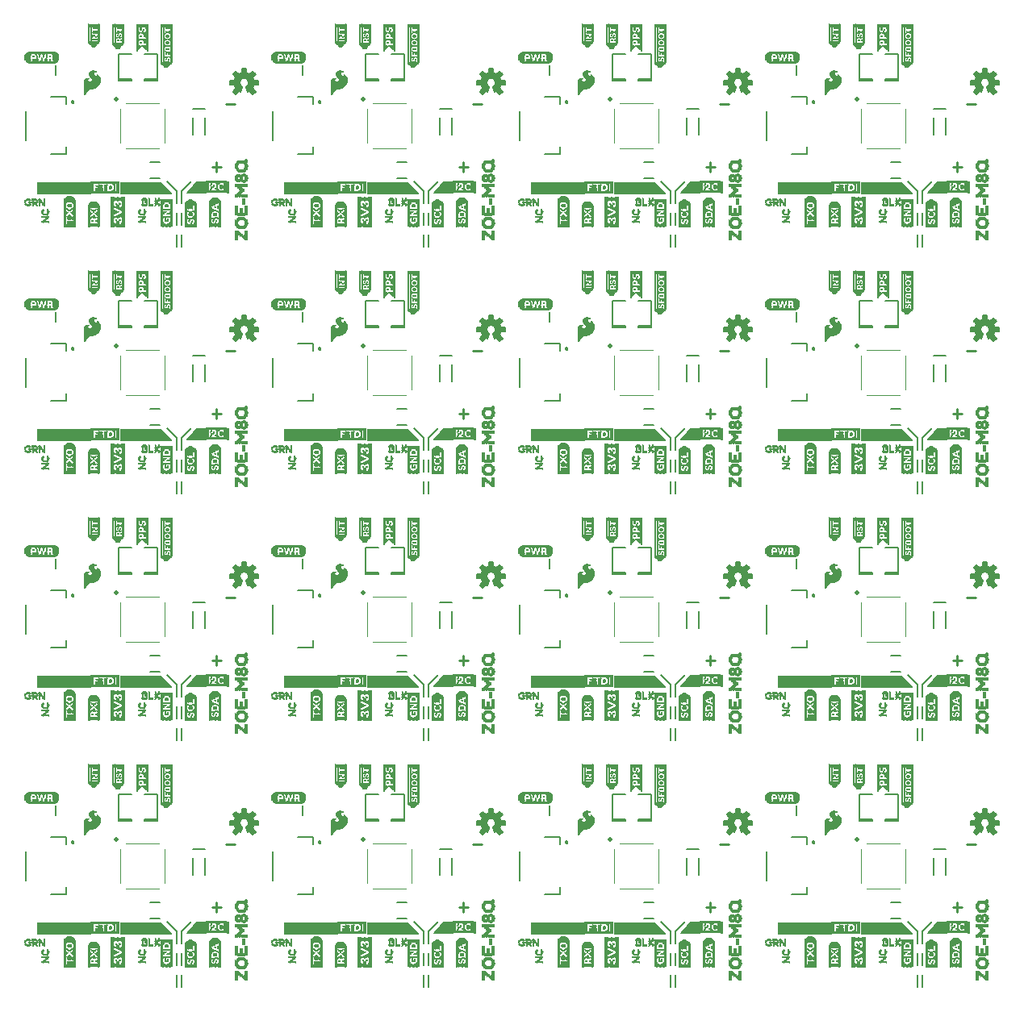
<source format=gto>
G75*
%MOIN*%
%OFA0B0*%
%FSLAX25Y25*%
%IPPOS*%
%LPD*%
%AMOC8*
5,1,8,0,0,1.08239X$1,22.5*
%
%ADD10C,0.00100*%
%ADD11C,0.00800*%
%ADD12C,0.01100*%
%ADD13C,0.02000*%
%ADD14C,0.00394*%
%ADD15C,0.00500*%
%ADD16R,0.00157X0.12520*%
%ADD17R,0.00118X0.12520*%
%ADD18R,0.00118X0.02480*%
%ADD19R,0.00118X0.06220*%
%ADD20R,0.00157X0.02047*%
%ADD21R,0.00157X0.00945*%
%ADD22R,0.00118X0.01929*%
%ADD23R,0.00118X0.00709*%
%ADD24R,0.00118X0.02047*%
%ADD25R,0.00157X0.01772*%
%ADD26R,0.00157X0.00551*%
%ADD27R,0.00157X0.01811*%
%ADD28R,0.00118X0.01654*%
%ADD29R,0.00118X0.00433*%
%ADD30R,0.00118X0.01811*%
%ADD31R,0.00157X0.01654*%
%ADD32R,0.00118X0.00276*%
%ADD33R,0.00118X0.00394*%
%ADD34R,0.00118X0.01496*%
%ADD35R,0.00118X0.00551*%
%ADD36R,0.00157X0.00669*%
%ADD37R,0.00157X0.01378*%
%ADD38R,0.00157X0.00709*%
%ADD39R,0.00157X0.01496*%
%ADD40R,0.00118X0.00984*%
%ADD41R,0.00118X0.01260*%
%ADD42R,0.00157X0.01929*%
%ADD43R,0.00157X0.01102*%
%ADD44R,0.00118X0.00827*%
%ADD45R,0.00118X0.00945*%
%ADD46R,0.00157X0.02480*%
%ADD47R,0.00157X0.00984*%
%ADD48R,0.00118X0.01102*%
%ADD49R,0.00118X0.01772*%
%ADD50R,0.00157X0.01260*%
%ADD51R,0.00157X0.00394*%
%ADD52R,0.00157X0.02087*%
%ADD53R,0.00118X0.03031*%
%ADD54R,0.00118X0.00157*%
%ADD55R,0.00118X0.02638*%
%ADD56R,0.00157X0.01220*%
%ADD57R,0.00157X0.00157*%
%ADD58R,0.00118X0.01220*%
%ADD59R,0.00118X0.00669*%
%ADD60R,0.00118X0.01378*%
%ADD61R,0.00157X0.02205*%
%ADD62R,0.00118X0.02205*%
%ADD63R,0.00118X0.10394*%
%ADD64R,0.00118X0.10748*%
%ADD65R,0.00079X0.10984*%
%ADD66R,0.00157X0.11220*%
%ADD67R,0.00118X0.11339*%
%ADD68R,0.00118X0.11457*%
%ADD69R,0.00079X0.11575*%
%ADD70R,0.00118X0.02126*%
%ADD71R,0.00118X0.08976*%
%ADD72R,0.00157X0.01890*%
%ADD73R,0.00157X0.00827*%
%ADD74R,0.00157X0.02362*%
%ADD75R,0.00157X0.03425*%
%ADD76R,0.00118X0.00591*%
%ADD77R,0.00118X0.02008*%
%ADD78R,0.00118X0.03307*%
%ADD79R,0.00118X0.01535*%
%ADD80R,0.00118X0.00472*%
%ADD81R,0.00118X0.03425*%
%ADD82R,0.00157X0.01417*%
%ADD83R,0.00157X0.00472*%
%ADD84R,0.00157X0.01299*%
%ADD85R,0.00118X0.01417*%
%ADD86R,0.00118X0.01181*%
%ADD87R,0.00157X0.01063*%
%ADD88R,0.00157X0.03307*%
%ADD89R,0.00118X0.03189*%
%ADD90R,0.00118X0.01299*%
%ADD91R,0.00118X0.00236*%
%ADD92R,0.00157X0.00591*%
%ADD93R,0.00157X0.00236*%
%ADD94R,0.00157X0.03071*%
%ADD95R,0.00118X0.00354*%
%ADD96R,0.00118X0.03071*%
%ADD97R,0.00118X0.02953*%
%ADD98R,0.00157X0.02835*%
%ADD99R,0.00157X0.00354*%
%ADD100R,0.00157X0.01181*%
%ADD101R,0.00118X0.01063*%
%ADD102R,0.00118X0.02835*%
%ADD103R,0.00118X0.02598*%
%ADD104R,0.00118X0.02362*%
%ADD105R,0.00118X0.02244*%
%ADD106R,0.00157X0.02126*%
%ADD107R,0.00118X0.11575*%
%ADD108R,0.00118X0.11220*%
%ADD109R,0.00118X0.10984*%
%ADD110R,0.00118X0.09685*%
%ADD111R,0.00118X0.10039*%
%ADD112R,0.00079X0.10276*%
%ADD113R,0.00157X0.10512*%
%ADD114R,0.00118X0.10630*%
%ADD115R,0.00079X0.10866*%
%ADD116R,0.00118X0.05315*%
%ADD117R,0.00157X0.03661*%
%ADD118R,0.00118X0.03661*%
%ADD119R,0.00157X0.03780*%
%ADD120R,0.00118X0.03780*%
%ADD121R,0.00118X0.03898*%
%ADD122R,0.00157X0.02008*%
%ADD123R,0.00157X0.03898*%
%ADD124R,0.00157X0.02717*%
%ADD125R,0.00118X0.01890*%
%ADD126R,0.00118X0.10866*%
%ADD127R,0.00118X0.10512*%
%ADD128R,0.00118X0.10276*%
%ADD129R,0.00079X0.11457*%
%ADD130R,0.00157X0.11457*%
%ADD131R,0.00118X0.08268*%
%ADD132R,0.00157X0.02244*%
%ADD133R,0.00157X0.00118*%
%ADD134R,0.00118X0.00118*%
%ADD135R,0.00157X0.01535*%
%ADD136C,0.00591*%
%ADD137C,0.00300*%
%ADD138R,0.00079X0.11220*%
%ADD139R,0.00157X0.11102*%
%ADD140R,0.00079X0.10748*%
%ADD141R,0.00118X0.07795*%
%ADD142R,0.00118X0.11102*%
%ADD143R,0.00118X0.16063*%
%ADD144R,0.00118X0.16181*%
%ADD145R,0.00079X0.16417*%
%ADD146R,0.00157X0.16535*%
%ADD147R,0.00079X0.01181*%
%ADD148R,0.00079X0.01299*%
%ADD149R,0.00118X0.17362*%
%ADD150R,0.00118X0.17480*%
%ADD151R,0.00157X0.17598*%
%ADD152R,0.00118X0.17717*%
%ADD153R,0.00118X0.02717*%
%ADD154R,0.00157X0.02598*%
%ADD155R,0.00118X0.16654*%
%ADD156R,0.00118X0.16535*%
%ADD157R,0.00118X0.16417*%
%ADD158R,0.10748X0.00118*%
%ADD159R,0.11457X0.00118*%
%ADD160R,0.11929X0.00079*%
%ADD161R,0.12402X0.00157*%
%ADD162R,0.12638X0.00118*%
%ADD163R,0.12874X0.00118*%
%ADD164R,0.13110X0.00079*%
%ADD165R,0.04961X0.00118*%
%ADD166R,0.03071X0.00118*%
%ADD167R,0.05079X0.00118*%
%ADD168R,0.02244X0.00157*%
%ADD169R,0.00945X0.00157*%
%ADD170R,0.01181X0.00157*%
%ADD171R,0.00472X0.00157*%
%ADD172R,0.02835X0.00157*%
%ADD173R,0.02244X0.00118*%
%ADD174R,0.00591X0.00118*%
%ADD175R,0.00945X0.00118*%
%ADD176R,0.00354X0.00118*%
%ADD177R,0.02598X0.00118*%
%ADD178R,0.02362X0.00118*%
%ADD179R,0.00472X0.00118*%
%ADD180R,0.00827X0.00118*%
%ADD181R,0.02480X0.00118*%
%ADD182R,0.02480X0.00157*%
%ADD183R,0.00236X0.00157*%
%ADD184R,0.00709X0.00157*%
%ADD185R,0.00354X0.00157*%
%ADD186R,0.00709X0.00118*%
%ADD187R,0.00236X0.00118*%
%ADD188R,0.02598X0.00157*%
%ADD189R,0.00591X0.00157*%
%ADD190R,0.02717X0.00118*%
%ADD191R,0.02835X0.00118*%
%ADD192R,0.00827X0.00157*%
%ADD193R,0.01299X0.00118*%
%ADD194R,0.01654X0.00118*%
%ADD195R,0.01063X0.00118*%
%ADD196R,0.01063X0.00157*%
%ADD197R,0.01181X0.00118*%
%ADD198R,0.02126X0.00118*%
%ADD199R,0.02126X0.00157*%
%ADD200R,0.01417X0.00118*%
%ADD201R,0.13110X0.00118*%
%ADD202R,0.12402X0.00118*%
%ADD203R,0.11929X0.00118*%
%ADD204R,0.00079X0.11693*%
%ADD205R,0.00157X0.11929*%
%ADD206R,0.00118X0.12047*%
%ADD207R,0.00118X0.12165*%
%ADD208R,0.00079X0.12283*%
%ADD209R,0.00118X0.04606*%
%ADD210R,0.00157X0.02953*%
%ADD211R,0.00118X0.12283*%
%ADD212R,0.00118X0.11929*%
%ADD213R,0.00118X0.11693*%
%ADD214R,0.00118X0.08740*%
%ADD215R,0.00118X0.09094*%
%ADD216R,0.00079X0.09331*%
%ADD217R,0.00157X0.09567*%
%ADD218R,0.00118X0.09803*%
%ADD219R,0.00079X0.09921*%
%ADD220R,0.00118X0.04252*%
%ADD221R,0.00118X0.09921*%
%ADD222R,0.00118X0.09567*%
%ADD223R,0.00118X0.09331*%
%ADD224R,0.12165X0.00118*%
%ADD225R,0.12165X0.00079*%
%ADD226R,0.12165X0.00157*%
%ADD227R,0.01417X0.00157*%
%ADD228R,0.01299X0.00157*%
%ADD229R,0.03071X0.00157*%
%ADD230R,0.02953X0.00118*%
%ADD231R,0.01890X0.00118*%
%ADD232R,0.01890X0.00157*%
%ADD233R,0.03307X0.00118*%
%ADD234R,0.01535X0.00118*%
%ADD235R,0.08858X0.00118*%
%ADD236R,0.08858X0.00079*%
%ADD237R,0.08858X0.00157*%
%ADD238R,0.03189X0.00118*%
%ADD239R,0.01654X0.00157*%
%ADD240R,0.01535X0.00157*%
%ADD241R,0.03189X0.00157*%
%ADD242R,0.01772X0.00118*%
%ADD243R,0.00197X0.03346*%
%ADD244R,0.00197X0.01181*%
%ADD245R,0.00197X0.03150*%
%ADD246R,0.00197X0.00197*%
%ADD247R,0.00197X0.00394*%
%ADD248R,0.00197X0.03937*%
%ADD249R,0.00197X0.02362*%
%ADD250R,0.00197X0.01969*%
%ADD251R,0.00197X0.02165*%
%ADD252R,0.00197X0.04134*%
%ADD253R,0.00197X0.02953*%
%ADD254R,0.00197X0.01378*%
%ADD255R,0.00197X0.01575*%
%ADD256R,0.00197X0.02756*%
%ADD257R,0.00197X0.03740*%
%ADD258R,0.00197X0.01772*%
%ADD259R,0.00197X0.04331*%
%ADD260R,0.00197X0.04528*%
%ADD261R,0.00197X0.02559*%
%ADD262R,0.00197X0.05512*%
%ADD263R,0.00236X0.01575*%
%ADD264R,0.00236X0.01181*%
%ADD265R,0.00236X0.01378*%
%ADD266R,0.00236X0.03346*%
%ADD267R,0.00236X0.01969*%
%ADD268R,0.00236X0.03543*%
%ADD269R,0.00197X0.00787*%
%ADD270R,0.00236X0.01772*%
%ADD271R,0.00236X0.03740*%
%ADD272R,0.00236X0.02756*%
%ADD273R,0.00197X0.03543*%
%ADD274R,0.00197X0.05118*%
%ADD275R,0.00197X0.04921*%
%ADD276R,0.00197X0.04724*%
%ADD277R,0.00236X0.04134*%
%ADD278R,0.00236X0.02362*%
%ADD279R,0.00197X0.00984*%
%ADD280R,0.00197X0.00591*%
%ADD281R,0.02362X0.00157*%
%ADD282R,0.01772X0.00157*%
%ADD283R,0.02008X0.00157*%
%ADD284R,0.02008X0.00118*%
%ADD285R,0.00118X0.07559*%
%ADD286R,0.00118X0.07677*%
%ADD287R,0.00079X0.07913*%
%ADD288R,0.00157X0.08031*%
%ADD289R,0.00118X0.08858*%
%ADD290R,0.00157X0.09094*%
%ADD291R,0.00118X0.09213*%
%ADD292R,0.00118X0.08150*%
%ADD293R,0.00118X0.08031*%
%ADD294R,0.00118X0.07913*%
%ADD295R,0.00118X0.08386*%
%ADD296R,0.00079X0.08622*%
%ADD297R,0.00157X0.08740*%
%ADD298R,0.00157X0.09803*%
%ADD299R,0.00118X0.08622*%
D10*
X0035210Y0050780D02*
X0035210Y0055500D01*
X0057150Y0055500D01*
X0057150Y0050780D01*
X0035210Y0050780D01*
X0035210Y0050817D02*
X0057150Y0050817D01*
X0057150Y0050915D02*
X0035210Y0050915D01*
X0035210Y0051014D02*
X0057150Y0051014D01*
X0057150Y0051112D02*
X0035210Y0051112D01*
X0035210Y0051211D02*
X0057150Y0051211D01*
X0057150Y0051309D02*
X0035210Y0051309D01*
X0035210Y0051408D02*
X0057150Y0051408D01*
X0057150Y0051506D02*
X0035210Y0051506D01*
X0035210Y0051605D02*
X0057150Y0051605D01*
X0057150Y0051703D02*
X0035210Y0051703D01*
X0035210Y0051802D02*
X0057150Y0051802D01*
X0057150Y0051900D02*
X0035210Y0051900D01*
X0035210Y0051999D02*
X0057150Y0051999D01*
X0057150Y0052097D02*
X0035210Y0052097D01*
X0035210Y0052196D02*
X0057150Y0052196D01*
X0057150Y0052294D02*
X0035210Y0052294D01*
X0035210Y0052393D02*
X0057150Y0052393D01*
X0057150Y0052491D02*
X0035210Y0052491D01*
X0035210Y0052590D02*
X0057150Y0052590D01*
X0057150Y0052688D02*
X0035210Y0052688D01*
X0035210Y0052787D02*
X0057150Y0052787D01*
X0057150Y0052885D02*
X0035210Y0052885D01*
X0035210Y0052984D02*
X0057150Y0052984D01*
X0057150Y0053082D02*
X0035210Y0053082D01*
X0035210Y0053181D02*
X0057150Y0053181D01*
X0057150Y0053279D02*
X0035210Y0053279D01*
X0035210Y0053378D02*
X0057150Y0053378D01*
X0057150Y0053476D02*
X0035210Y0053476D01*
X0035210Y0053575D02*
X0057150Y0053575D01*
X0057150Y0053673D02*
X0035210Y0053673D01*
X0035210Y0053772D02*
X0057150Y0053772D01*
X0057150Y0053870D02*
X0035210Y0053870D01*
X0035210Y0053969D02*
X0057150Y0053969D01*
X0057150Y0054067D02*
X0035210Y0054067D01*
X0035210Y0054166D02*
X0057150Y0054166D01*
X0057150Y0054264D02*
X0035210Y0054264D01*
X0035210Y0054363D02*
X0057150Y0054363D01*
X0057150Y0054461D02*
X0035210Y0054461D01*
X0035210Y0054560D02*
X0057150Y0054560D01*
X0057150Y0054658D02*
X0035210Y0054658D01*
X0035210Y0054757D02*
X0057150Y0054757D01*
X0057150Y0054855D02*
X0035210Y0054855D01*
X0035210Y0054954D02*
X0057150Y0054954D01*
X0057150Y0055053D02*
X0035210Y0055053D01*
X0035210Y0055151D02*
X0057150Y0055151D01*
X0057150Y0055250D02*
X0035210Y0055250D01*
X0035210Y0055348D02*
X0057150Y0055348D01*
X0057150Y0055447D02*
X0035210Y0055447D01*
X0069400Y0055447D02*
X0086053Y0055447D01*
X0086000Y0055500D02*
X0069400Y0055500D01*
X0069400Y0050790D01*
X0090710Y0050790D01*
X0086000Y0055500D01*
X0086152Y0055348D02*
X0069400Y0055348D01*
X0069400Y0055250D02*
X0086250Y0055250D01*
X0086349Y0055151D02*
X0069400Y0055151D01*
X0069400Y0055053D02*
X0086447Y0055053D01*
X0086546Y0054954D02*
X0069400Y0054954D01*
X0069400Y0054855D02*
X0086645Y0054855D01*
X0086743Y0054757D02*
X0069400Y0054757D01*
X0069400Y0054658D02*
X0086842Y0054658D01*
X0086940Y0054560D02*
X0069400Y0054560D01*
X0069400Y0054461D02*
X0087039Y0054461D01*
X0087137Y0054363D02*
X0069400Y0054363D01*
X0069400Y0054264D02*
X0087236Y0054264D01*
X0087334Y0054166D02*
X0069400Y0054166D01*
X0069400Y0054067D02*
X0087433Y0054067D01*
X0087531Y0053969D02*
X0069400Y0053969D01*
X0069400Y0053870D02*
X0087630Y0053870D01*
X0087728Y0053772D02*
X0069400Y0053772D01*
X0069400Y0053673D02*
X0087827Y0053673D01*
X0087925Y0053575D02*
X0069400Y0053575D01*
X0069400Y0053476D02*
X0088024Y0053476D01*
X0088122Y0053378D02*
X0069400Y0053378D01*
X0069400Y0053279D02*
X0088221Y0053279D01*
X0088319Y0053181D02*
X0069400Y0053181D01*
X0069400Y0053082D02*
X0088418Y0053082D01*
X0088516Y0052984D02*
X0069400Y0052984D01*
X0069400Y0052885D02*
X0088615Y0052885D01*
X0088713Y0052787D02*
X0069400Y0052787D01*
X0069400Y0052688D02*
X0088812Y0052688D01*
X0088910Y0052590D02*
X0069400Y0052590D01*
X0069400Y0052491D02*
X0089009Y0052491D01*
X0089107Y0052393D02*
X0069400Y0052393D01*
X0069400Y0052294D02*
X0089206Y0052294D01*
X0089304Y0052196D02*
X0069400Y0052196D01*
X0069400Y0052097D02*
X0089403Y0052097D01*
X0089501Y0051999D02*
X0069400Y0051999D01*
X0069400Y0051900D02*
X0089600Y0051900D01*
X0089698Y0051802D02*
X0069400Y0051802D01*
X0069400Y0051703D02*
X0089797Y0051703D01*
X0089895Y0051605D02*
X0069400Y0051605D01*
X0069400Y0051506D02*
X0089994Y0051506D01*
X0090092Y0051408D02*
X0069400Y0051408D01*
X0069400Y0051309D02*
X0090191Y0051309D01*
X0090289Y0051211D02*
X0069400Y0051211D01*
X0069400Y0051112D02*
X0090388Y0051112D01*
X0090486Y0051014D02*
X0069400Y0051014D01*
X0069400Y0050915D02*
X0090585Y0050915D01*
X0090683Y0050817D02*
X0069400Y0050817D01*
X0096798Y0050990D02*
X0104790Y0050990D01*
X0104790Y0055700D01*
X0100919Y0055700D01*
X0096798Y0050990D01*
X0096818Y0051014D02*
X0104790Y0051014D01*
X0104790Y0051112D02*
X0096904Y0051112D01*
X0096991Y0051211D02*
X0104790Y0051211D01*
X0104790Y0051309D02*
X0097077Y0051309D01*
X0097163Y0051408D02*
X0104790Y0051408D01*
X0104790Y0051506D02*
X0097249Y0051506D01*
X0097335Y0051605D02*
X0104790Y0051605D01*
X0104790Y0051703D02*
X0097421Y0051703D01*
X0097508Y0051802D02*
X0104790Y0051802D01*
X0104790Y0051900D02*
X0097594Y0051900D01*
X0097680Y0051999D02*
X0104790Y0051999D01*
X0104790Y0052097D02*
X0097766Y0052097D01*
X0097852Y0052196D02*
X0104790Y0052196D01*
X0104790Y0052294D02*
X0097939Y0052294D01*
X0098025Y0052393D02*
X0104790Y0052393D01*
X0104790Y0052491D02*
X0098111Y0052491D01*
X0098197Y0052590D02*
X0104790Y0052590D01*
X0104790Y0052688D02*
X0098283Y0052688D01*
X0098370Y0052787D02*
X0104790Y0052787D01*
X0104790Y0052885D02*
X0098456Y0052885D01*
X0098542Y0052984D02*
X0104790Y0052984D01*
X0104790Y0053082D02*
X0098628Y0053082D01*
X0098714Y0053181D02*
X0104790Y0053181D01*
X0104790Y0053279D02*
X0098801Y0053279D01*
X0098887Y0053378D02*
X0104790Y0053378D01*
X0104790Y0053476D02*
X0098973Y0053476D01*
X0099059Y0053575D02*
X0104790Y0053575D01*
X0104790Y0053673D02*
X0099145Y0053673D01*
X0099232Y0053772D02*
X0104790Y0053772D01*
X0104790Y0053870D02*
X0099318Y0053870D01*
X0099404Y0053969D02*
X0104790Y0053969D01*
X0104790Y0054067D02*
X0099490Y0054067D01*
X0099576Y0054166D02*
X0104790Y0054166D01*
X0104790Y0054264D02*
X0099663Y0054264D01*
X0099749Y0054363D02*
X0104790Y0054363D01*
X0104790Y0054461D02*
X0099835Y0054461D01*
X0099921Y0054560D02*
X0104790Y0054560D01*
X0104790Y0054658D02*
X0100007Y0054658D01*
X0100094Y0054757D02*
X0104790Y0054757D01*
X0104790Y0054855D02*
X0100180Y0054855D01*
X0100266Y0054954D02*
X0104790Y0054954D01*
X0104790Y0055053D02*
X0100352Y0055053D01*
X0100438Y0055151D02*
X0104790Y0055151D01*
X0104790Y0055250D02*
X0100525Y0055250D01*
X0100611Y0055348D02*
X0104790Y0055348D01*
X0104790Y0055447D02*
X0100697Y0055447D01*
X0100783Y0055545D02*
X0104790Y0055545D01*
X0104790Y0055644D02*
X0100869Y0055644D01*
X0113680Y0055644D02*
X0114250Y0055644D01*
X0114250Y0055690D02*
X0113680Y0055690D01*
X0113680Y0050990D01*
X0114250Y0050990D01*
X0114250Y0055690D01*
X0114250Y0055545D02*
X0113680Y0055545D01*
X0113680Y0055447D02*
X0114250Y0055447D01*
X0114250Y0055348D02*
X0113680Y0055348D01*
X0113680Y0055250D02*
X0114250Y0055250D01*
X0114250Y0055151D02*
X0113680Y0055151D01*
X0113680Y0055053D02*
X0114250Y0055053D01*
X0114250Y0054954D02*
X0113680Y0054954D01*
X0113680Y0054855D02*
X0114250Y0054855D01*
X0114250Y0054757D02*
X0113680Y0054757D01*
X0113680Y0054658D02*
X0114250Y0054658D01*
X0114250Y0054560D02*
X0113680Y0054560D01*
X0113680Y0054461D02*
X0114250Y0054461D01*
X0114250Y0054363D02*
X0113680Y0054363D01*
X0113680Y0054264D02*
X0114250Y0054264D01*
X0114250Y0054166D02*
X0113680Y0054166D01*
X0113680Y0054067D02*
X0114250Y0054067D01*
X0114250Y0053969D02*
X0113680Y0053969D01*
X0113680Y0053870D02*
X0114250Y0053870D01*
X0114250Y0053772D02*
X0113680Y0053772D01*
X0113680Y0053673D02*
X0114250Y0053673D01*
X0114250Y0053575D02*
X0113680Y0053575D01*
X0113680Y0053476D02*
X0114250Y0053476D01*
X0114250Y0053378D02*
X0113680Y0053378D01*
X0113680Y0053279D02*
X0114250Y0053279D01*
X0114250Y0053181D02*
X0113680Y0053181D01*
X0113680Y0053082D02*
X0114250Y0053082D01*
X0114250Y0052984D02*
X0113680Y0052984D01*
X0113680Y0052885D02*
X0114250Y0052885D01*
X0114250Y0052787D02*
X0113680Y0052787D01*
X0113680Y0052688D02*
X0114250Y0052688D01*
X0114250Y0052590D02*
X0113680Y0052590D01*
X0113680Y0052491D02*
X0114250Y0052491D01*
X0114250Y0052393D02*
X0113680Y0052393D01*
X0113680Y0052294D02*
X0114250Y0052294D01*
X0114250Y0052196D02*
X0113680Y0052196D01*
X0113680Y0052097D02*
X0114250Y0052097D01*
X0114250Y0051999D02*
X0113680Y0051999D01*
X0113680Y0051900D02*
X0114250Y0051900D01*
X0114250Y0051802D02*
X0113680Y0051802D01*
X0113680Y0051703D02*
X0114250Y0051703D01*
X0114250Y0051605D02*
X0113680Y0051605D01*
X0113680Y0051506D02*
X0114250Y0051506D01*
X0114250Y0051408D02*
X0113680Y0051408D01*
X0113680Y0051309D02*
X0114250Y0051309D01*
X0114250Y0051211D02*
X0113680Y0051211D01*
X0113680Y0051112D02*
X0114250Y0051112D01*
X0114250Y0051014D02*
X0113680Y0051014D01*
X0137210Y0051014D02*
X0159150Y0051014D01*
X0159150Y0051112D02*
X0137210Y0051112D01*
X0137210Y0051211D02*
X0159150Y0051211D01*
X0159150Y0051309D02*
X0137210Y0051309D01*
X0137210Y0051408D02*
X0159150Y0051408D01*
X0159150Y0051506D02*
X0137210Y0051506D01*
X0137210Y0051605D02*
X0159150Y0051605D01*
X0159150Y0051703D02*
X0137210Y0051703D01*
X0137210Y0051802D02*
X0159150Y0051802D01*
X0159150Y0051900D02*
X0137210Y0051900D01*
X0137210Y0051999D02*
X0159150Y0051999D01*
X0159150Y0052097D02*
X0137210Y0052097D01*
X0137210Y0052196D02*
X0159150Y0052196D01*
X0159150Y0052294D02*
X0137210Y0052294D01*
X0137210Y0052393D02*
X0159150Y0052393D01*
X0159150Y0052491D02*
X0137210Y0052491D01*
X0137210Y0052590D02*
X0159150Y0052590D01*
X0159150Y0052688D02*
X0137210Y0052688D01*
X0137210Y0052787D02*
X0159150Y0052787D01*
X0159150Y0052885D02*
X0137210Y0052885D01*
X0137210Y0052984D02*
X0159150Y0052984D01*
X0159150Y0053082D02*
X0137210Y0053082D01*
X0137210Y0053181D02*
X0159150Y0053181D01*
X0159150Y0053279D02*
X0137210Y0053279D01*
X0137210Y0053378D02*
X0159150Y0053378D01*
X0159150Y0053476D02*
X0137210Y0053476D01*
X0137210Y0053575D02*
X0159150Y0053575D01*
X0159150Y0053673D02*
X0137210Y0053673D01*
X0137210Y0053772D02*
X0159150Y0053772D01*
X0159150Y0053870D02*
X0137210Y0053870D01*
X0137210Y0053969D02*
X0159150Y0053969D01*
X0159150Y0054067D02*
X0137210Y0054067D01*
X0137210Y0054166D02*
X0159150Y0054166D01*
X0159150Y0054264D02*
X0137210Y0054264D01*
X0137210Y0054363D02*
X0159150Y0054363D01*
X0159150Y0054461D02*
X0137210Y0054461D01*
X0137210Y0054560D02*
X0159150Y0054560D01*
X0159150Y0054658D02*
X0137210Y0054658D01*
X0137210Y0054757D02*
X0159150Y0054757D01*
X0159150Y0054855D02*
X0137210Y0054855D01*
X0137210Y0054954D02*
X0159150Y0054954D01*
X0159150Y0055053D02*
X0137210Y0055053D01*
X0137210Y0055151D02*
X0159150Y0055151D01*
X0159150Y0055250D02*
X0137210Y0055250D01*
X0137210Y0055348D02*
X0159150Y0055348D01*
X0159150Y0055447D02*
X0137210Y0055447D01*
X0137210Y0055500D02*
X0159150Y0055500D01*
X0159150Y0050780D01*
X0137210Y0050780D01*
X0137210Y0055500D01*
X0137210Y0050915D02*
X0159150Y0050915D01*
X0159150Y0050817D02*
X0137210Y0050817D01*
X0171400Y0050817D02*
X0192683Y0050817D01*
X0192710Y0050790D02*
X0188000Y0055500D01*
X0171400Y0055500D01*
X0171400Y0050790D01*
X0192710Y0050790D01*
X0192585Y0050915D02*
X0171400Y0050915D01*
X0171400Y0051014D02*
X0192486Y0051014D01*
X0192388Y0051112D02*
X0171400Y0051112D01*
X0171400Y0051211D02*
X0192289Y0051211D01*
X0192191Y0051309D02*
X0171400Y0051309D01*
X0171400Y0051408D02*
X0192092Y0051408D01*
X0191994Y0051506D02*
X0171400Y0051506D01*
X0171400Y0051605D02*
X0191895Y0051605D01*
X0191797Y0051703D02*
X0171400Y0051703D01*
X0171400Y0051802D02*
X0191698Y0051802D01*
X0191600Y0051900D02*
X0171400Y0051900D01*
X0171400Y0051999D02*
X0191501Y0051999D01*
X0191403Y0052097D02*
X0171400Y0052097D01*
X0171400Y0052196D02*
X0191304Y0052196D01*
X0191206Y0052294D02*
X0171400Y0052294D01*
X0171400Y0052393D02*
X0191107Y0052393D01*
X0191009Y0052491D02*
X0171400Y0052491D01*
X0171400Y0052590D02*
X0190910Y0052590D01*
X0190812Y0052688D02*
X0171400Y0052688D01*
X0171400Y0052787D02*
X0190713Y0052787D01*
X0190615Y0052885D02*
X0171400Y0052885D01*
X0171400Y0052984D02*
X0190516Y0052984D01*
X0190418Y0053082D02*
X0171400Y0053082D01*
X0171400Y0053181D02*
X0190319Y0053181D01*
X0190221Y0053279D02*
X0171400Y0053279D01*
X0171400Y0053378D02*
X0190122Y0053378D01*
X0190024Y0053476D02*
X0171400Y0053476D01*
X0171400Y0053575D02*
X0189925Y0053575D01*
X0189827Y0053673D02*
X0171400Y0053673D01*
X0171400Y0053772D02*
X0189728Y0053772D01*
X0189630Y0053870D02*
X0171400Y0053870D01*
X0171400Y0053969D02*
X0189531Y0053969D01*
X0189433Y0054067D02*
X0171400Y0054067D01*
X0171400Y0054166D02*
X0189334Y0054166D01*
X0189236Y0054264D02*
X0171400Y0054264D01*
X0171400Y0054363D02*
X0189137Y0054363D01*
X0189039Y0054461D02*
X0171400Y0054461D01*
X0171400Y0054560D02*
X0188940Y0054560D01*
X0188842Y0054658D02*
X0171400Y0054658D01*
X0171400Y0054757D02*
X0188743Y0054757D01*
X0188645Y0054855D02*
X0171400Y0054855D01*
X0171400Y0054954D02*
X0188546Y0054954D01*
X0188447Y0055053D02*
X0171400Y0055053D01*
X0171400Y0055151D02*
X0188349Y0055151D01*
X0188250Y0055250D02*
X0171400Y0055250D01*
X0171400Y0055348D02*
X0188152Y0055348D01*
X0188053Y0055447D02*
X0171400Y0055447D01*
X0198798Y0050990D02*
X0206790Y0050990D01*
X0206790Y0055700D01*
X0202919Y0055700D01*
X0198798Y0050990D01*
X0198818Y0051014D02*
X0206790Y0051014D01*
X0206790Y0051112D02*
X0198904Y0051112D01*
X0198991Y0051211D02*
X0206790Y0051211D01*
X0206790Y0051309D02*
X0199077Y0051309D01*
X0199163Y0051408D02*
X0206790Y0051408D01*
X0206790Y0051506D02*
X0199249Y0051506D01*
X0199335Y0051605D02*
X0206790Y0051605D01*
X0206790Y0051703D02*
X0199421Y0051703D01*
X0199508Y0051802D02*
X0206790Y0051802D01*
X0206790Y0051900D02*
X0199594Y0051900D01*
X0199680Y0051999D02*
X0206790Y0051999D01*
X0206790Y0052097D02*
X0199766Y0052097D01*
X0199852Y0052196D02*
X0206790Y0052196D01*
X0206790Y0052294D02*
X0199939Y0052294D01*
X0200025Y0052393D02*
X0206790Y0052393D01*
X0206790Y0052491D02*
X0200111Y0052491D01*
X0200197Y0052590D02*
X0206790Y0052590D01*
X0206790Y0052688D02*
X0200283Y0052688D01*
X0200370Y0052787D02*
X0206790Y0052787D01*
X0206790Y0052885D02*
X0200456Y0052885D01*
X0200542Y0052984D02*
X0206790Y0052984D01*
X0206790Y0053082D02*
X0200628Y0053082D01*
X0200714Y0053181D02*
X0206790Y0053181D01*
X0206790Y0053279D02*
X0200801Y0053279D01*
X0200887Y0053378D02*
X0206790Y0053378D01*
X0206790Y0053476D02*
X0200973Y0053476D01*
X0201059Y0053575D02*
X0206790Y0053575D01*
X0206790Y0053673D02*
X0201145Y0053673D01*
X0201232Y0053772D02*
X0206790Y0053772D01*
X0206790Y0053870D02*
X0201318Y0053870D01*
X0201404Y0053969D02*
X0206790Y0053969D01*
X0206790Y0054067D02*
X0201490Y0054067D01*
X0201576Y0054166D02*
X0206790Y0054166D01*
X0206790Y0054264D02*
X0201663Y0054264D01*
X0201749Y0054363D02*
X0206790Y0054363D01*
X0206790Y0054461D02*
X0201835Y0054461D01*
X0201921Y0054560D02*
X0206790Y0054560D01*
X0206790Y0054658D02*
X0202007Y0054658D01*
X0202094Y0054757D02*
X0206790Y0054757D01*
X0206790Y0054855D02*
X0202180Y0054855D01*
X0202266Y0054954D02*
X0206790Y0054954D01*
X0206790Y0055053D02*
X0202352Y0055053D01*
X0202438Y0055151D02*
X0206790Y0055151D01*
X0206790Y0055250D02*
X0202525Y0055250D01*
X0202611Y0055348D02*
X0206790Y0055348D01*
X0206790Y0055447D02*
X0202697Y0055447D01*
X0202783Y0055545D02*
X0206790Y0055545D01*
X0206790Y0055644D02*
X0202869Y0055644D01*
X0215680Y0055644D02*
X0216250Y0055644D01*
X0216250Y0055690D02*
X0215680Y0055690D01*
X0215680Y0050990D01*
X0216250Y0050990D01*
X0216250Y0055690D01*
X0216250Y0055545D02*
X0215680Y0055545D01*
X0215680Y0055447D02*
X0216250Y0055447D01*
X0216250Y0055348D02*
X0215680Y0055348D01*
X0215680Y0055250D02*
X0216250Y0055250D01*
X0216250Y0055151D02*
X0215680Y0055151D01*
X0215680Y0055053D02*
X0216250Y0055053D01*
X0216250Y0054954D02*
X0215680Y0054954D01*
X0215680Y0054855D02*
X0216250Y0054855D01*
X0216250Y0054757D02*
X0215680Y0054757D01*
X0215680Y0054658D02*
X0216250Y0054658D01*
X0216250Y0054560D02*
X0215680Y0054560D01*
X0215680Y0054461D02*
X0216250Y0054461D01*
X0216250Y0054363D02*
X0215680Y0054363D01*
X0215680Y0054264D02*
X0216250Y0054264D01*
X0216250Y0054166D02*
X0215680Y0054166D01*
X0215680Y0054067D02*
X0216250Y0054067D01*
X0216250Y0053969D02*
X0215680Y0053969D01*
X0215680Y0053870D02*
X0216250Y0053870D01*
X0216250Y0053772D02*
X0215680Y0053772D01*
X0215680Y0053673D02*
X0216250Y0053673D01*
X0216250Y0053575D02*
X0215680Y0053575D01*
X0215680Y0053476D02*
X0216250Y0053476D01*
X0216250Y0053378D02*
X0215680Y0053378D01*
X0215680Y0053279D02*
X0216250Y0053279D01*
X0216250Y0053181D02*
X0215680Y0053181D01*
X0215680Y0053082D02*
X0216250Y0053082D01*
X0216250Y0052984D02*
X0215680Y0052984D01*
X0215680Y0052885D02*
X0216250Y0052885D01*
X0216250Y0052787D02*
X0215680Y0052787D01*
X0215680Y0052688D02*
X0216250Y0052688D01*
X0216250Y0052590D02*
X0215680Y0052590D01*
X0215680Y0052491D02*
X0216250Y0052491D01*
X0216250Y0052393D02*
X0215680Y0052393D01*
X0215680Y0052294D02*
X0216250Y0052294D01*
X0216250Y0052196D02*
X0215680Y0052196D01*
X0215680Y0052097D02*
X0216250Y0052097D01*
X0216250Y0051999D02*
X0215680Y0051999D01*
X0215680Y0051900D02*
X0216250Y0051900D01*
X0216250Y0051802D02*
X0215680Y0051802D01*
X0215680Y0051703D02*
X0216250Y0051703D01*
X0216250Y0051605D02*
X0215680Y0051605D01*
X0215680Y0051506D02*
X0216250Y0051506D01*
X0216250Y0051408D02*
X0215680Y0051408D01*
X0215680Y0051309D02*
X0216250Y0051309D01*
X0216250Y0051211D02*
X0215680Y0051211D01*
X0215680Y0051112D02*
X0216250Y0051112D01*
X0216250Y0051014D02*
X0215680Y0051014D01*
X0239210Y0051014D02*
X0261150Y0051014D01*
X0261150Y0051112D02*
X0239210Y0051112D01*
X0239210Y0051211D02*
X0261150Y0051211D01*
X0261150Y0051309D02*
X0239210Y0051309D01*
X0239210Y0051408D02*
X0261150Y0051408D01*
X0261150Y0051506D02*
X0239210Y0051506D01*
X0239210Y0051605D02*
X0261150Y0051605D01*
X0261150Y0051703D02*
X0239210Y0051703D01*
X0239210Y0051802D02*
X0261150Y0051802D01*
X0261150Y0051900D02*
X0239210Y0051900D01*
X0239210Y0051999D02*
X0261150Y0051999D01*
X0261150Y0052097D02*
X0239210Y0052097D01*
X0239210Y0052196D02*
X0261150Y0052196D01*
X0261150Y0052294D02*
X0239210Y0052294D01*
X0239210Y0052393D02*
X0261150Y0052393D01*
X0261150Y0052491D02*
X0239210Y0052491D01*
X0239210Y0052590D02*
X0261150Y0052590D01*
X0261150Y0052688D02*
X0239210Y0052688D01*
X0239210Y0052787D02*
X0261150Y0052787D01*
X0261150Y0052885D02*
X0239210Y0052885D01*
X0239210Y0052984D02*
X0261150Y0052984D01*
X0261150Y0053082D02*
X0239210Y0053082D01*
X0239210Y0053181D02*
X0261150Y0053181D01*
X0261150Y0053279D02*
X0239210Y0053279D01*
X0239210Y0053378D02*
X0261150Y0053378D01*
X0261150Y0053476D02*
X0239210Y0053476D01*
X0239210Y0053575D02*
X0261150Y0053575D01*
X0261150Y0053673D02*
X0239210Y0053673D01*
X0239210Y0053772D02*
X0261150Y0053772D01*
X0261150Y0053870D02*
X0239210Y0053870D01*
X0239210Y0053969D02*
X0261150Y0053969D01*
X0261150Y0054067D02*
X0239210Y0054067D01*
X0239210Y0054166D02*
X0261150Y0054166D01*
X0261150Y0054264D02*
X0239210Y0054264D01*
X0239210Y0054363D02*
X0261150Y0054363D01*
X0261150Y0054461D02*
X0239210Y0054461D01*
X0239210Y0054560D02*
X0261150Y0054560D01*
X0261150Y0054658D02*
X0239210Y0054658D01*
X0239210Y0054757D02*
X0261150Y0054757D01*
X0261150Y0054855D02*
X0239210Y0054855D01*
X0239210Y0054954D02*
X0261150Y0054954D01*
X0261150Y0055053D02*
X0239210Y0055053D01*
X0239210Y0055151D02*
X0261150Y0055151D01*
X0261150Y0055250D02*
X0239210Y0055250D01*
X0239210Y0055348D02*
X0261150Y0055348D01*
X0261150Y0055447D02*
X0239210Y0055447D01*
X0239210Y0055500D02*
X0261150Y0055500D01*
X0261150Y0050780D01*
X0239210Y0050780D01*
X0239210Y0055500D01*
X0239210Y0050915D02*
X0261150Y0050915D01*
X0261150Y0050817D02*
X0239210Y0050817D01*
X0273400Y0050817D02*
X0294683Y0050817D01*
X0294710Y0050790D02*
X0290000Y0055500D01*
X0273400Y0055500D01*
X0273400Y0050790D01*
X0294710Y0050790D01*
X0294585Y0050915D02*
X0273400Y0050915D01*
X0273400Y0051014D02*
X0294486Y0051014D01*
X0294388Y0051112D02*
X0273400Y0051112D01*
X0273400Y0051211D02*
X0294289Y0051211D01*
X0294191Y0051309D02*
X0273400Y0051309D01*
X0273400Y0051408D02*
X0294092Y0051408D01*
X0293994Y0051506D02*
X0273400Y0051506D01*
X0273400Y0051605D02*
X0293895Y0051605D01*
X0293797Y0051703D02*
X0273400Y0051703D01*
X0273400Y0051802D02*
X0293698Y0051802D01*
X0293600Y0051900D02*
X0273400Y0051900D01*
X0273400Y0051999D02*
X0293501Y0051999D01*
X0293403Y0052097D02*
X0273400Y0052097D01*
X0273400Y0052196D02*
X0293304Y0052196D01*
X0293206Y0052294D02*
X0273400Y0052294D01*
X0273400Y0052393D02*
X0293107Y0052393D01*
X0293009Y0052491D02*
X0273400Y0052491D01*
X0273400Y0052590D02*
X0292910Y0052590D01*
X0292812Y0052688D02*
X0273400Y0052688D01*
X0273400Y0052787D02*
X0292713Y0052787D01*
X0292615Y0052885D02*
X0273400Y0052885D01*
X0273400Y0052984D02*
X0292516Y0052984D01*
X0292418Y0053082D02*
X0273400Y0053082D01*
X0273400Y0053181D02*
X0292319Y0053181D01*
X0292221Y0053279D02*
X0273400Y0053279D01*
X0273400Y0053378D02*
X0292122Y0053378D01*
X0292024Y0053476D02*
X0273400Y0053476D01*
X0273400Y0053575D02*
X0291925Y0053575D01*
X0291827Y0053673D02*
X0273400Y0053673D01*
X0273400Y0053772D02*
X0291728Y0053772D01*
X0291630Y0053870D02*
X0273400Y0053870D01*
X0273400Y0053969D02*
X0291531Y0053969D01*
X0291433Y0054067D02*
X0273400Y0054067D01*
X0273400Y0054166D02*
X0291334Y0054166D01*
X0291236Y0054264D02*
X0273400Y0054264D01*
X0273400Y0054363D02*
X0291137Y0054363D01*
X0291039Y0054461D02*
X0273400Y0054461D01*
X0273400Y0054560D02*
X0290940Y0054560D01*
X0290842Y0054658D02*
X0273400Y0054658D01*
X0273400Y0054757D02*
X0290743Y0054757D01*
X0290645Y0054855D02*
X0273400Y0054855D01*
X0273400Y0054954D02*
X0290546Y0054954D01*
X0290447Y0055053D02*
X0273400Y0055053D01*
X0273400Y0055151D02*
X0290349Y0055151D01*
X0290250Y0055250D02*
X0273400Y0055250D01*
X0273400Y0055348D02*
X0290152Y0055348D01*
X0290053Y0055447D02*
X0273400Y0055447D01*
X0300798Y0050990D02*
X0308790Y0050990D01*
X0308790Y0055700D01*
X0304919Y0055700D01*
X0300798Y0050990D01*
X0300818Y0051014D02*
X0308790Y0051014D01*
X0308790Y0051112D02*
X0300904Y0051112D01*
X0300991Y0051211D02*
X0308790Y0051211D01*
X0308790Y0051309D02*
X0301077Y0051309D01*
X0301163Y0051408D02*
X0308790Y0051408D01*
X0308790Y0051506D02*
X0301249Y0051506D01*
X0301335Y0051605D02*
X0308790Y0051605D01*
X0308790Y0051703D02*
X0301421Y0051703D01*
X0301508Y0051802D02*
X0308790Y0051802D01*
X0308790Y0051900D02*
X0301594Y0051900D01*
X0301680Y0051999D02*
X0308790Y0051999D01*
X0308790Y0052097D02*
X0301766Y0052097D01*
X0301852Y0052196D02*
X0308790Y0052196D01*
X0308790Y0052294D02*
X0301939Y0052294D01*
X0302025Y0052393D02*
X0308790Y0052393D01*
X0308790Y0052491D02*
X0302111Y0052491D01*
X0302197Y0052590D02*
X0308790Y0052590D01*
X0308790Y0052688D02*
X0302283Y0052688D01*
X0302370Y0052787D02*
X0308790Y0052787D01*
X0308790Y0052885D02*
X0302456Y0052885D01*
X0302542Y0052984D02*
X0308790Y0052984D01*
X0308790Y0053082D02*
X0302628Y0053082D01*
X0302714Y0053181D02*
X0308790Y0053181D01*
X0308790Y0053279D02*
X0302801Y0053279D01*
X0302887Y0053378D02*
X0308790Y0053378D01*
X0308790Y0053476D02*
X0302973Y0053476D01*
X0303059Y0053575D02*
X0308790Y0053575D01*
X0308790Y0053673D02*
X0303145Y0053673D01*
X0303232Y0053772D02*
X0308790Y0053772D01*
X0308790Y0053870D02*
X0303318Y0053870D01*
X0303404Y0053969D02*
X0308790Y0053969D01*
X0308790Y0054067D02*
X0303490Y0054067D01*
X0303576Y0054166D02*
X0308790Y0054166D01*
X0308790Y0054264D02*
X0303663Y0054264D01*
X0303749Y0054363D02*
X0308790Y0054363D01*
X0308790Y0054461D02*
X0303835Y0054461D01*
X0303921Y0054560D02*
X0308790Y0054560D01*
X0308790Y0054658D02*
X0304007Y0054658D01*
X0304094Y0054757D02*
X0308790Y0054757D01*
X0308790Y0054855D02*
X0304180Y0054855D01*
X0304266Y0054954D02*
X0308790Y0054954D01*
X0308790Y0055053D02*
X0304352Y0055053D01*
X0304438Y0055151D02*
X0308790Y0055151D01*
X0308790Y0055250D02*
X0304525Y0055250D01*
X0304611Y0055348D02*
X0308790Y0055348D01*
X0308790Y0055447D02*
X0304697Y0055447D01*
X0304783Y0055545D02*
X0308790Y0055545D01*
X0308790Y0055644D02*
X0304869Y0055644D01*
X0317680Y0055644D02*
X0318250Y0055644D01*
X0318250Y0055690D02*
X0317680Y0055690D01*
X0317680Y0050990D01*
X0318250Y0050990D01*
X0318250Y0055690D01*
X0318250Y0055545D02*
X0317680Y0055545D01*
X0317680Y0055447D02*
X0318250Y0055447D01*
X0318250Y0055348D02*
X0317680Y0055348D01*
X0317680Y0055250D02*
X0318250Y0055250D01*
X0318250Y0055151D02*
X0317680Y0055151D01*
X0317680Y0055053D02*
X0318250Y0055053D01*
X0318250Y0054954D02*
X0317680Y0054954D01*
X0317680Y0054855D02*
X0318250Y0054855D01*
X0318250Y0054757D02*
X0317680Y0054757D01*
X0317680Y0054658D02*
X0318250Y0054658D01*
X0318250Y0054560D02*
X0317680Y0054560D01*
X0317680Y0054461D02*
X0318250Y0054461D01*
X0318250Y0054363D02*
X0317680Y0054363D01*
X0317680Y0054264D02*
X0318250Y0054264D01*
X0318250Y0054166D02*
X0317680Y0054166D01*
X0317680Y0054067D02*
X0318250Y0054067D01*
X0318250Y0053969D02*
X0317680Y0053969D01*
X0317680Y0053870D02*
X0318250Y0053870D01*
X0318250Y0053772D02*
X0317680Y0053772D01*
X0317680Y0053673D02*
X0318250Y0053673D01*
X0318250Y0053575D02*
X0317680Y0053575D01*
X0317680Y0053476D02*
X0318250Y0053476D01*
X0318250Y0053378D02*
X0317680Y0053378D01*
X0317680Y0053279D02*
X0318250Y0053279D01*
X0318250Y0053181D02*
X0317680Y0053181D01*
X0317680Y0053082D02*
X0318250Y0053082D01*
X0318250Y0052984D02*
X0317680Y0052984D01*
X0317680Y0052885D02*
X0318250Y0052885D01*
X0318250Y0052787D02*
X0317680Y0052787D01*
X0317680Y0052688D02*
X0318250Y0052688D01*
X0318250Y0052590D02*
X0317680Y0052590D01*
X0317680Y0052491D02*
X0318250Y0052491D01*
X0318250Y0052393D02*
X0317680Y0052393D01*
X0317680Y0052294D02*
X0318250Y0052294D01*
X0318250Y0052196D02*
X0317680Y0052196D01*
X0317680Y0052097D02*
X0318250Y0052097D01*
X0318250Y0051999D02*
X0317680Y0051999D01*
X0317680Y0051900D02*
X0318250Y0051900D01*
X0318250Y0051802D02*
X0317680Y0051802D01*
X0317680Y0051703D02*
X0318250Y0051703D01*
X0318250Y0051605D02*
X0317680Y0051605D01*
X0317680Y0051506D02*
X0318250Y0051506D01*
X0318250Y0051408D02*
X0317680Y0051408D01*
X0317680Y0051309D02*
X0318250Y0051309D01*
X0318250Y0051211D02*
X0317680Y0051211D01*
X0317680Y0051112D02*
X0318250Y0051112D01*
X0318250Y0051014D02*
X0317680Y0051014D01*
X0341210Y0051014D02*
X0363150Y0051014D01*
X0363150Y0051112D02*
X0341210Y0051112D01*
X0341210Y0051211D02*
X0363150Y0051211D01*
X0363150Y0051309D02*
X0341210Y0051309D01*
X0341210Y0051408D02*
X0363150Y0051408D01*
X0363150Y0051506D02*
X0341210Y0051506D01*
X0341210Y0051605D02*
X0363150Y0051605D01*
X0363150Y0051703D02*
X0341210Y0051703D01*
X0341210Y0051802D02*
X0363150Y0051802D01*
X0363150Y0051900D02*
X0341210Y0051900D01*
X0341210Y0051999D02*
X0363150Y0051999D01*
X0363150Y0052097D02*
X0341210Y0052097D01*
X0341210Y0052196D02*
X0363150Y0052196D01*
X0363150Y0052294D02*
X0341210Y0052294D01*
X0341210Y0052393D02*
X0363150Y0052393D01*
X0363150Y0052491D02*
X0341210Y0052491D01*
X0341210Y0052590D02*
X0363150Y0052590D01*
X0363150Y0052688D02*
X0341210Y0052688D01*
X0341210Y0052787D02*
X0363150Y0052787D01*
X0363150Y0052885D02*
X0341210Y0052885D01*
X0341210Y0052984D02*
X0363150Y0052984D01*
X0363150Y0053082D02*
X0341210Y0053082D01*
X0341210Y0053181D02*
X0363150Y0053181D01*
X0363150Y0053279D02*
X0341210Y0053279D01*
X0341210Y0053378D02*
X0363150Y0053378D01*
X0363150Y0053476D02*
X0341210Y0053476D01*
X0341210Y0053575D02*
X0363150Y0053575D01*
X0363150Y0053673D02*
X0341210Y0053673D01*
X0341210Y0053772D02*
X0363150Y0053772D01*
X0363150Y0053870D02*
X0341210Y0053870D01*
X0341210Y0053969D02*
X0363150Y0053969D01*
X0363150Y0054067D02*
X0341210Y0054067D01*
X0341210Y0054166D02*
X0363150Y0054166D01*
X0363150Y0054264D02*
X0341210Y0054264D01*
X0341210Y0054363D02*
X0363150Y0054363D01*
X0363150Y0054461D02*
X0341210Y0054461D01*
X0341210Y0054560D02*
X0363150Y0054560D01*
X0363150Y0054658D02*
X0341210Y0054658D01*
X0341210Y0054757D02*
X0363150Y0054757D01*
X0363150Y0054855D02*
X0341210Y0054855D01*
X0341210Y0054954D02*
X0363150Y0054954D01*
X0363150Y0055053D02*
X0341210Y0055053D01*
X0341210Y0055151D02*
X0363150Y0055151D01*
X0363150Y0055250D02*
X0341210Y0055250D01*
X0341210Y0055348D02*
X0363150Y0055348D01*
X0363150Y0055447D02*
X0341210Y0055447D01*
X0341210Y0055500D02*
X0363150Y0055500D01*
X0363150Y0050780D01*
X0341210Y0050780D01*
X0341210Y0055500D01*
X0341210Y0050915D02*
X0363150Y0050915D01*
X0363150Y0050817D02*
X0341210Y0050817D01*
X0375400Y0050817D02*
X0396683Y0050817D01*
X0396710Y0050790D02*
X0392000Y0055500D01*
X0375400Y0055500D01*
X0375400Y0050790D01*
X0396710Y0050790D01*
X0396585Y0050915D02*
X0375400Y0050915D01*
X0375400Y0051014D02*
X0396486Y0051014D01*
X0396388Y0051112D02*
X0375400Y0051112D01*
X0375400Y0051211D02*
X0396289Y0051211D01*
X0396191Y0051309D02*
X0375400Y0051309D01*
X0375400Y0051408D02*
X0396092Y0051408D01*
X0395994Y0051506D02*
X0375400Y0051506D01*
X0375400Y0051605D02*
X0395895Y0051605D01*
X0395797Y0051703D02*
X0375400Y0051703D01*
X0375400Y0051802D02*
X0395698Y0051802D01*
X0395600Y0051900D02*
X0375400Y0051900D01*
X0375400Y0051999D02*
X0395501Y0051999D01*
X0395403Y0052097D02*
X0375400Y0052097D01*
X0375400Y0052196D02*
X0395304Y0052196D01*
X0395206Y0052294D02*
X0375400Y0052294D01*
X0375400Y0052393D02*
X0395107Y0052393D01*
X0395009Y0052491D02*
X0375400Y0052491D01*
X0375400Y0052590D02*
X0394910Y0052590D01*
X0394812Y0052688D02*
X0375400Y0052688D01*
X0375400Y0052787D02*
X0394713Y0052787D01*
X0394615Y0052885D02*
X0375400Y0052885D01*
X0375400Y0052984D02*
X0394516Y0052984D01*
X0394418Y0053082D02*
X0375400Y0053082D01*
X0375400Y0053181D02*
X0394319Y0053181D01*
X0394221Y0053279D02*
X0375400Y0053279D01*
X0375400Y0053378D02*
X0394122Y0053378D01*
X0394024Y0053476D02*
X0375400Y0053476D01*
X0375400Y0053575D02*
X0393925Y0053575D01*
X0393827Y0053673D02*
X0375400Y0053673D01*
X0375400Y0053772D02*
X0393728Y0053772D01*
X0393630Y0053870D02*
X0375400Y0053870D01*
X0375400Y0053969D02*
X0393531Y0053969D01*
X0393433Y0054067D02*
X0375400Y0054067D01*
X0375400Y0054166D02*
X0393334Y0054166D01*
X0393236Y0054264D02*
X0375400Y0054264D01*
X0375400Y0054363D02*
X0393137Y0054363D01*
X0393039Y0054461D02*
X0375400Y0054461D01*
X0375400Y0054560D02*
X0392940Y0054560D01*
X0392842Y0054658D02*
X0375400Y0054658D01*
X0375400Y0054757D02*
X0392743Y0054757D01*
X0392645Y0054855D02*
X0375400Y0054855D01*
X0375400Y0054954D02*
X0392546Y0054954D01*
X0392447Y0055053D02*
X0375400Y0055053D01*
X0375400Y0055151D02*
X0392349Y0055151D01*
X0392250Y0055250D02*
X0375400Y0055250D01*
X0375400Y0055348D02*
X0392152Y0055348D01*
X0392053Y0055447D02*
X0375400Y0055447D01*
X0402798Y0050990D02*
X0410790Y0050990D01*
X0410790Y0055700D01*
X0406919Y0055700D01*
X0402798Y0050990D01*
X0402818Y0051014D02*
X0410790Y0051014D01*
X0410790Y0051112D02*
X0402904Y0051112D01*
X0402991Y0051211D02*
X0410790Y0051211D01*
X0410790Y0051309D02*
X0403077Y0051309D01*
X0403163Y0051408D02*
X0410790Y0051408D01*
X0410790Y0051506D02*
X0403249Y0051506D01*
X0403335Y0051605D02*
X0410790Y0051605D01*
X0410790Y0051703D02*
X0403421Y0051703D01*
X0403508Y0051802D02*
X0410790Y0051802D01*
X0410790Y0051900D02*
X0403594Y0051900D01*
X0403680Y0051999D02*
X0410790Y0051999D01*
X0410790Y0052097D02*
X0403766Y0052097D01*
X0403852Y0052196D02*
X0410790Y0052196D01*
X0410790Y0052294D02*
X0403939Y0052294D01*
X0404025Y0052393D02*
X0410790Y0052393D01*
X0410790Y0052491D02*
X0404111Y0052491D01*
X0404197Y0052590D02*
X0410790Y0052590D01*
X0410790Y0052688D02*
X0404283Y0052688D01*
X0404370Y0052787D02*
X0410790Y0052787D01*
X0410790Y0052885D02*
X0404456Y0052885D01*
X0404542Y0052984D02*
X0410790Y0052984D01*
X0410790Y0053082D02*
X0404628Y0053082D01*
X0404714Y0053181D02*
X0410790Y0053181D01*
X0410790Y0053279D02*
X0404801Y0053279D01*
X0404887Y0053378D02*
X0410790Y0053378D01*
X0410790Y0053476D02*
X0404973Y0053476D01*
X0405059Y0053575D02*
X0410790Y0053575D01*
X0410790Y0053673D02*
X0405145Y0053673D01*
X0405232Y0053772D02*
X0410790Y0053772D01*
X0410790Y0053870D02*
X0405318Y0053870D01*
X0405404Y0053969D02*
X0410790Y0053969D01*
X0410790Y0054067D02*
X0405490Y0054067D01*
X0405576Y0054166D02*
X0410790Y0054166D01*
X0410790Y0054264D02*
X0405663Y0054264D01*
X0405749Y0054363D02*
X0410790Y0054363D01*
X0410790Y0054461D02*
X0405835Y0054461D01*
X0405921Y0054560D02*
X0410790Y0054560D01*
X0410790Y0054658D02*
X0406007Y0054658D01*
X0406094Y0054757D02*
X0410790Y0054757D01*
X0410790Y0054855D02*
X0406180Y0054855D01*
X0406266Y0054954D02*
X0410790Y0054954D01*
X0410790Y0055053D02*
X0406352Y0055053D01*
X0406438Y0055151D02*
X0410790Y0055151D01*
X0410790Y0055250D02*
X0406525Y0055250D01*
X0406611Y0055348D02*
X0410790Y0055348D01*
X0410790Y0055447D02*
X0406697Y0055447D01*
X0406783Y0055545D02*
X0410790Y0055545D01*
X0410790Y0055644D02*
X0406869Y0055644D01*
X0419680Y0055644D02*
X0420250Y0055644D01*
X0420250Y0055690D02*
X0419680Y0055690D01*
X0419680Y0050990D01*
X0420250Y0050990D01*
X0420250Y0055690D01*
X0420250Y0055545D02*
X0419680Y0055545D01*
X0419680Y0055447D02*
X0420250Y0055447D01*
X0420250Y0055348D02*
X0419680Y0055348D01*
X0419680Y0055250D02*
X0420250Y0055250D01*
X0420250Y0055151D02*
X0419680Y0055151D01*
X0419680Y0055053D02*
X0420250Y0055053D01*
X0420250Y0054954D02*
X0419680Y0054954D01*
X0419680Y0054855D02*
X0420250Y0054855D01*
X0420250Y0054757D02*
X0419680Y0054757D01*
X0419680Y0054658D02*
X0420250Y0054658D01*
X0420250Y0054560D02*
X0419680Y0054560D01*
X0419680Y0054461D02*
X0420250Y0054461D01*
X0420250Y0054363D02*
X0419680Y0054363D01*
X0419680Y0054264D02*
X0420250Y0054264D01*
X0420250Y0054166D02*
X0419680Y0054166D01*
X0419680Y0054067D02*
X0420250Y0054067D01*
X0420250Y0053969D02*
X0419680Y0053969D01*
X0419680Y0053870D02*
X0420250Y0053870D01*
X0420250Y0053772D02*
X0419680Y0053772D01*
X0419680Y0053673D02*
X0420250Y0053673D01*
X0420250Y0053575D02*
X0419680Y0053575D01*
X0419680Y0053476D02*
X0420250Y0053476D01*
X0420250Y0053378D02*
X0419680Y0053378D01*
X0419680Y0053279D02*
X0420250Y0053279D01*
X0420250Y0053181D02*
X0419680Y0053181D01*
X0419680Y0053082D02*
X0420250Y0053082D01*
X0420250Y0052984D02*
X0419680Y0052984D01*
X0419680Y0052885D02*
X0420250Y0052885D01*
X0420250Y0052787D02*
X0419680Y0052787D01*
X0419680Y0052688D02*
X0420250Y0052688D01*
X0420250Y0052590D02*
X0419680Y0052590D01*
X0419680Y0052491D02*
X0420250Y0052491D01*
X0420250Y0052393D02*
X0419680Y0052393D01*
X0419680Y0052294D02*
X0420250Y0052294D01*
X0420250Y0052196D02*
X0419680Y0052196D01*
X0419680Y0052097D02*
X0420250Y0052097D01*
X0420250Y0051999D02*
X0419680Y0051999D01*
X0419680Y0051900D02*
X0420250Y0051900D01*
X0420250Y0051802D02*
X0419680Y0051802D01*
X0419680Y0051703D02*
X0420250Y0051703D01*
X0420250Y0051605D02*
X0419680Y0051605D01*
X0419680Y0051506D02*
X0420250Y0051506D01*
X0420250Y0051408D02*
X0419680Y0051408D01*
X0419680Y0051309D02*
X0420250Y0051309D01*
X0420250Y0051211D02*
X0419680Y0051211D01*
X0419680Y0051112D02*
X0420250Y0051112D01*
X0420250Y0051014D02*
X0419680Y0051014D01*
X0419680Y0152990D02*
X0419680Y0157690D01*
X0420250Y0157690D01*
X0420250Y0152990D01*
X0419680Y0152990D01*
X0419680Y0153071D02*
X0420250Y0153071D01*
X0420250Y0153170D02*
X0419680Y0153170D01*
X0419680Y0153268D02*
X0420250Y0153268D01*
X0420250Y0153367D02*
X0419680Y0153367D01*
X0419680Y0153465D02*
X0420250Y0153465D01*
X0420250Y0153564D02*
X0419680Y0153564D01*
X0419680Y0153662D02*
X0420250Y0153662D01*
X0420250Y0153761D02*
X0419680Y0153761D01*
X0419680Y0153859D02*
X0420250Y0153859D01*
X0420250Y0153958D02*
X0419680Y0153958D01*
X0419680Y0154056D02*
X0420250Y0154056D01*
X0420250Y0154155D02*
X0419680Y0154155D01*
X0419680Y0154253D02*
X0420250Y0154253D01*
X0420250Y0154352D02*
X0419680Y0154352D01*
X0419680Y0154450D02*
X0420250Y0154450D01*
X0420250Y0154549D02*
X0419680Y0154549D01*
X0419680Y0154647D02*
X0420250Y0154647D01*
X0420250Y0154746D02*
X0419680Y0154746D01*
X0419680Y0154844D02*
X0420250Y0154844D01*
X0420250Y0154943D02*
X0419680Y0154943D01*
X0419680Y0155042D02*
X0420250Y0155042D01*
X0420250Y0155140D02*
X0419680Y0155140D01*
X0419680Y0155239D02*
X0420250Y0155239D01*
X0420250Y0155337D02*
X0419680Y0155337D01*
X0419680Y0155436D02*
X0420250Y0155436D01*
X0420250Y0155534D02*
X0419680Y0155534D01*
X0419680Y0155633D02*
X0420250Y0155633D01*
X0420250Y0155731D02*
X0419680Y0155731D01*
X0419680Y0155830D02*
X0420250Y0155830D01*
X0420250Y0155928D02*
X0419680Y0155928D01*
X0419680Y0156027D02*
X0420250Y0156027D01*
X0420250Y0156125D02*
X0419680Y0156125D01*
X0419680Y0156224D02*
X0420250Y0156224D01*
X0420250Y0156322D02*
X0419680Y0156322D01*
X0419680Y0156421D02*
X0420250Y0156421D01*
X0420250Y0156519D02*
X0419680Y0156519D01*
X0419680Y0156618D02*
X0420250Y0156618D01*
X0420250Y0156716D02*
X0419680Y0156716D01*
X0419680Y0156815D02*
X0420250Y0156815D01*
X0420250Y0156913D02*
X0419680Y0156913D01*
X0419680Y0157012D02*
X0420250Y0157012D01*
X0420250Y0157110D02*
X0419680Y0157110D01*
X0419680Y0157209D02*
X0420250Y0157209D01*
X0420250Y0157307D02*
X0419680Y0157307D01*
X0419680Y0157406D02*
X0420250Y0157406D01*
X0420250Y0157504D02*
X0419680Y0157504D01*
X0419680Y0157603D02*
X0420250Y0157603D01*
X0410790Y0157603D02*
X0406834Y0157603D01*
X0406919Y0157700D02*
X0402798Y0152990D01*
X0410790Y0152990D01*
X0410790Y0157700D01*
X0406919Y0157700D01*
X0406748Y0157504D02*
X0410790Y0157504D01*
X0410790Y0157406D02*
X0406661Y0157406D01*
X0406575Y0157307D02*
X0410790Y0157307D01*
X0410790Y0157209D02*
X0406489Y0157209D01*
X0406403Y0157110D02*
X0410790Y0157110D01*
X0410790Y0157012D02*
X0406317Y0157012D01*
X0406230Y0156913D02*
X0410790Y0156913D01*
X0410790Y0156815D02*
X0406144Y0156815D01*
X0406058Y0156716D02*
X0410790Y0156716D01*
X0410790Y0156618D02*
X0405972Y0156618D01*
X0405886Y0156519D02*
X0410790Y0156519D01*
X0410790Y0156421D02*
X0405799Y0156421D01*
X0405713Y0156322D02*
X0410790Y0156322D01*
X0410790Y0156224D02*
X0405627Y0156224D01*
X0405541Y0156125D02*
X0410790Y0156125D01*
X0410790Y0156027D02*
X0405455Y0156027D01*
X0405368Y0155928D02*
X0410790Y0155928D01*
X0410790Y0155830D02*
X0405282Y0155830D01*
X0405196Y0155731D02*
X0410790Y0155731D01*
X0410790Y0155633D02*
X0405110Y0155633D01*
X0405024Y0155534D02*
X0410790Y0155534D01*
X0410790Y0155436D02*
X0404937Y0155436D01*
X0404851Y0155337D02*
X0410790Y0155337D01*
X0410790Y0155239D02*
X0404765Y0155239D01*
X0404679Y0155140D02*
X0410790Y0155140D01*
X0410790Y0155042D02*
X0404593Y0155042D01*
X0404506Y0154943D02*
X0410790Y0154943D01*
X0410790Y0154844D02*
X0404420Y0154844D01*
X0404334Y0154746D02*
X0410790Y0154746D01*
X0410790Y0154647D02*
X0404248Y0154647D01*
X0404162Y0154549D02*
X0410790Y0154549D01*
X0410790Y0154450D02*
X0404075Y0154450D01*
X0403989Y0154352D02*
X0410790Y0154352D01*
X0410790Y0154253D02*
X0403903Y0154253D01*
X0403817Y0154155D02*
X0410790Y0154155D01*
X0410790Y0154056D02*
X0403731Y0154056D01*
X0403644Y0153958D02*
X0410790Y0153958D01*
X0410790Y0153859D02*
X0403558Y0153859D01*
X0403472Y0153761D02*
X0410790Y0153761D01*
X0410790Y0153662D02*
X0403386Y0153662D01*
X0403300Y0153564D02*
X0410790Y0153564D01*
X0410790Y0153465D02*
X0403213Y0153465D01*
X0403127Y0153367D02*
X0410790Y0153367D01*
X0410790Y0153268D02*
X0403041Y0153268D01*
X0402955Y0153170D02*
X0410790Y0153170D01*
X0410790Y0153071D02*
X0402869Y0153071D01*
X0396710Y0152790D02*
X0392000Y0157500D01*
X0375400Y0157500D01*
X0375400Y0152790D01*
X0396710Y0152790D01*
X0396626Y0152874D02*
X0375400Y0152874D01*
X0375400Y0152973D02*
X0396527Y0152973D01*
X0396429Y0153071D02*
X0375400Y0153071D01*
X0375400Y0153170D02*
X0396330Y0153170D01*
X0396232Y0153268D02*
X0375400Y0153268D01*
X0375400Y0153367D02*
X0396133Y0153367D01*
X0396035Y0153465D02*
X0375400Y0153465D01*
X0375400Y0153564D02*
X0395936Y0153564D01*
X0395838Y0153662D02*
X0375400Y0153662D01*
X0375400Y0153761D02*
X0395739Y0153761D01*
X0395641Y0153859D02*
X0375400Y0153859D01*
X0375400Y0153958D02*
X0395542Y0153958D01*
X0395444Y0154056D02*
X0375400Y0154056D01*
X0375400Y0154155D02*
X0395345Y0154155D01*
X0395247Y0154253D02*
X0375400Y0154253D01*
X0375400Y0154352D02*
X0395148Y0154352D01*
X0395050Y0154450D02*
X0375400Y0154450D01*
X0375400Y0154549D02*
X0394951Y0154549D01*
X0394853Y0154647D02*
X0375400Y0154647D01*
X0375400Y0154746D02*
X0394754Y0154746D01*
X0394656Y0154844D02*
X0375400Y0154844D01*
X0375400Y0154943D02*
X0394557Y0154943D01*
X0394458Y0155042D02*
X0375400Y0155042D01*
X0375400Y0155140D02*
X0394360Y0155140D01*
X0394261Y0155239D02*
X0375400Y0155239D01*
X0375400Y0155337D02*
X0394163Y0155337D01*
X0394064Y0155436D02*
X0375400Y0155436D01*
X0375400Y0155534D02*
X0393966Y0155534D01*
X0393867Y0155633D02*
X0375400Y0155633D01*
X0375400Y0155731D02*
X0393769Y0155731D01*
X0393670Y0155830D02*
X0375400Y0155830D01*
X0375400Y0155928D02*
X0393572Y0155928D01*
X0393473Y0156027D02*
X0375400Y0156027D01*
X0375400Y0156125D02*
X0393375Y0156125D01*
X0393276Y0156224D02*
X0375400Y0156224D01*
X0375400Y0156322D02*
X0393178Y0156322D01*
X0393079Y0156421D02*
X0375400Y0156421D01*
X0375400Y0156519D02*
X0392981Y0156519D01*
X0392882Y0156618D02*
X0375400Y0156618D01*
X0375400Y0156716D02*
X0392784Y0156716D01*
X0392685Y0156815D02*
X0375400Y0156815D01*
X0375400Y0156913D02*
X0392587Y0156913D01*
X0392488Y0157012D02*
X0375400Y0157012D01*
X0375400Y0157110D02*
X0392390Y0157110D01*
X0392291Y0157209D02*
X0375400Y0157209D01*
X0375400Y0157307D02*
X0392193Y0157307D01*
X0392094Y0157406D02*
X0375400Y0157406D01*
X0363150Y0157406D02*
X0341210Y0157406D01*
X0341210Y0157500D02*
X0363150Y0157500D01*
X0363150Y0152780D01*
X0341210Y0152780D01*
X0341210Y0157500D01*
X0341210Y0157307D02*
X0363150Y0157307D01*
X0363150Y0157209D02*
X0341210Y0157209D01*
X0341210Y0157110D02*
X0363150Y0157110D01*
X0363150Y0157012D02*
X0341210Y0157012D01*
X0341210Y0156913D02*
X0363150Y0156913D01*
X0363150Y0156815D02*
X0341210Y0156815D01*
X0341210Y0156716D02*
X0363150Y0156716D01*
X0363150Y0156618D02*
X0341210Y0156618D01*
X0341210Y0156519D02*
X0363150Y0156519D01*
X0363150Y0156421D02*
X0341210Y0156421D01*
X0341210Y0156322D02*
X0363150Y0156322D01*
X0363150Y0156224D02*
X0341210Y0156224D01*
X0341210Y0156125D02*
X0363150Y0156125D01*
X0363150Y0156027D02*
X0341210Y0156027D01*
X0341210Y0155928D02*
X0363150Y0155928D01*
X0363150Y0155830D02*
X0341210Y0155830D01*
X0341210Y0155731D02*
X0363150Y0155731D01*
X0363150Y0155633D02*
X0341210Y0155633D01*
X0341210Y0155534D02*
X0363150Y0155534D01*
X0363150Y0155436D02*
X0341210Y0155436D01*
X0341210Y0155337D02*
X0363150Y0155337D01*
X0363150Y0155239D02*
X0341210Y0155239D01*
X0341210Y0155140D02*
X0363150Y0155140D01*
X0363150Y0155042D02*
X0341210Y0155042D01*
X0341210Y0154943D02*
X0363150Y0154943D01*
X0363150Y0154844D02*
X0341210Y0154844D01*
X0341210Y0154746D02*
X0363150Y0154746D01*
X0363150Y0154647D02*
X0341210Y0154647D01*
X0341210Y0154549D02*
X0363150Y0154549D01*
X0363150Y0154450D02*
X0341210Y0154450D01*
X0341210Y0154352D02*
X0363150Y0154352D01*
X0363150Y0154253D02*
X0341210Y0154253D01*
X0341210Y0154155D02*
X0363150Y0154155D01*
X0363150Y0154056D02*
X0341210Y0154056D01*
X0341210Y0153958D02*
X0363150Y0153958D01*
X0363150Y0153859D02*
X0341210Y0153859D01*
X0341210Y0153761D02*
X0363150Y0153761D01*
X0363150Y0153662D02*
X0341210Y0153662D01*
X0341210Y0153564D02*
X0363150Y0153564D01*
X0363150Y0153465D02*
X0341210Y0153465D01*
X0341210Y0153367D02*
X0363150Y0153367D01*
X0363150Y0153268D02*
X0341210Y0153268D01*
X0341210Y0153170D02*
X0363150Y0153170D01*
X0363150Y0153071D02*
X0341210Y0153071D01*
X0341210Y0152973D02*
X0363150Y0152973D01*
X0363150Y0152874D02*
X0341210Y0152874D01*
X0318250Y0152990D02*
X0318250Y0157690D01*
X0317680Y0157690D01*
X0317680Y0152990D01*
X0318250Y0152990D01*
X0318250Y0153071D02*
X0317680Y0153071D01*
X0317680Y0153170D02*
X0318250Y0153170D01*
X0318250Y0153268D02*
X0317680Y0153268D01*
X0317680Y0153367D02*
X0318250Y0153367D01*
X0318250Y0153465D02*
X0317680Y0153465D01*
X0317680Y0153564D02*
X0318250Y0153564D01*
X0318250Y0153662D02*
X0317680Y0153662D01*
X0317680Y0153761D02*
X0318250Y0153761D01*
X0318250Y0153859D02*
X0317680Y0153859D01*
X0317680Y0153958D02*
X0318250Y0153958D01*
X0318250Y0154056D02*
X0317680Y0154056D01*
X0317680Y0154155D02*
X0318250Y0154155D01*
X0318250Y0154253D02*
X0317680Y0154253D01*
X0317680Y0154352D02*
X0318250Y0154352D01*
X0318250Y0154450D02*
X0317680Y0154450D01*
X0317680Y0154549D02*
X0318250Y0154549D01*
X0318250Y0154647D02*
X0317680Y0154647D01*
X0317680Y0154746D02*
X0318250Y0154746D01*
X0318250Y0154844D02*
X0317680Y0154844D01*
X0317680Y0154943D02*
X0318250Y0154943D01*
X0318250Y0155042D02*
X0317680Y0155042D01*
X0317680Y0155140D02*
X0318250Y0155140D01*
X0318250Y0155239D02*
X0317680Y0155239D01*
X0317680Y0155337D02*
X0318250Y0155337D01*
X0318250Y0155436D02*
X0317680Y0155436D01*
X0317680Y0155534D02*
X0318250Y0155534D01*
X0318250Y0155633D02*
X0317680Y0155633D01*
X0317680Y0155731D02*
X0318250Y0155731D01*
X0318250Y0155830D02*
X0317680Y0155830D01*
X0317680Y0155928D02*
X0318250Y0155928D01*
X0318250Y0156027D02*
X0317680Y0156027D01*
X0317680Y0156125D02*
X0318250Y0156125D01*
X0318250Y0156224D02*
X0317680Y0156224D01*
X0317680Y0156322D02*
X0318250Y0156322D01*
X0318250Y0156421D02*
X0317680Y0156421D01*
X0317680Y0156519D02*
X0318250Y0156519D01*
X0318250Y0156618D02*
X0317680Y0156618D01*
X0317680Y0156716D02*
X0318250Y0156716D01*
X0318250Y0156815D02*
X0317680Y0156815D01*
X0317680Y0156913D02*
X0318250Y0156913D01*
X0318250Y0157012D02*
X0317680Y0157012D01*
X0317680Y0157110D02*
X0318250Y0157110D01*
X0318250Y0157209D02*
X0317680Y0157209D01*
X0317680Y0157307D02*
X0318250Y0157307D01*
X0318250Y0157406D02*
X0317680Y0157406D01*
X0317680Y0157504D02*
X0318250Y0157504D01*
X0318250Y0157603D02*
X0317680Y0157603D01*
X0308790Y0157603D02*
X0304834Y0157603D01*
X0304919Y0157700D02*
X0300798Y0152990D01*
X0308790Y0152990D01*
X0308790Y0157700D01*
X0304919Y0157700D01*
X0304748Y0157504D02*
X0308790Y0157504D01*
X0308790Y0157406D02*
X0304661Y0157406D01*
X0304575Y0157307D02*
X0308790Y0157307D01*
X0308790Y0157209D02*
X0304489Y0157209D01*
X0304403Y0157110D02*
X0308790Y0157110D01*
X0308790Y0157012D02*
X0304317Y0157012D01*
X0304230Y0156913D02*
X0308790Y0156913D01*
X0308790Y0156815D02*
X0304144Y0156815D01*
X0304058Y0156716D02*
X0308790Y0156716D01*
X0308790Y0156618D02*
X0303972Y0156618D01*
X0303886Y0156519D02*
X0308790Y0156519D01*
X0308790Y0156421D02*
X0303799Y0156421D01*
X0303713Y0156322D02*
X0308790Y0156322D01*
X0308790Y0156224D02*
X0303627Y0156224D01*
X0303541Y0156125D02*
X0308790Y0156125D01*
X0308790Y0156027D02*
X0303455Y0156027D01*
X0303368Y0155928D02*
X0308790Y0155928D01*
X0308790Y0155830D02*
X0303282Y0155830D01*
X0303196Y0155731D02*
X0308790Y0155731D01*
X0308790Y0155633D02*
X0303110Y0155633D01*
X0303024Y0155534D02*
X0308790Y0155534D01*
X0308790Y0155436D02*
X0302937Y0155436D01*
X0302851Y0155337D02*
X0308790Y0155337D01*
X0308790Y0155239D02*
X0302765Y0155239D01*
X0302679Y0155140D02*
X0308790Y0155140D01*
X0308790Y0155042D02*
X0302593Y0155042D01*
X0302506Y0154943D02*
X0308790Y0154943D01*
X0308790Y0154844D02*
X0302420Y0154844D01*
X0302334Y0154746D02*
X0308790Y0154746D01*
X0308790Y0154647D02*
X0302248Y0154647D01*
X0302162Y0154549D02*
X0308790Y0154549D01*
X0308790Y0154450D02*
X0302075Y0154450D01*
X0301989Y0154352D02*
X0308790Y0154352D01*
X0308790Y0154253D02*
X0301903Y0154253D01*
X0301817Y0154155D02*
X0308790Y0154155D01*
X0308790Y0154056D02*
X0301731Y0154056D01*
X0301644Y0153958D02*
X0308790Y0153958D01*
X0308790Y0153859D02*
X0301558Y0153859D01*
X0301472Y0153761D02*
X0308790Y0153761D01*
X0308790Y0153662D02*
X0301386Y0153662D01*
X0301300Y0153564D02*
X0308790Y0153564D01*
X0308790Y0153465D02*
X0301213Y0153465D01*
X0301127Y0153367D02*
X0308790Y0153367D01*
X0308790Y0153268D02*
X0301041Y0153268D01*
X0300955Y0153170D02*
X0308790Y0153170D01*
X0308790Y0153071D02*
X0300869Y0153071D01*
X0294710Y0152790D02*
X0290000Y0157500D01*
X0273400Y0157500D01*
X0273400Y0152790D01*
X0294710Y0152790D01*
X0294626Y0152874D02*
X0273400Y0152874D01*
X0273400Y0152973D02*
X0294527Y0152973D01*
X0294429Y0153071D02*
X0273400Y0153071D01*
X0273400Y0153170D02*
X0294330Y0153170D01*
X0294232Y0153268D02*
X0273400Y0153268D01*
X0273400Y0153367D02*
X0294133Y0153367D01*
X0294035Y0153465D02*
X0273400Y0153465D01*
X0273400Y0153564D02*
X0293936Y0153564D01*
X0293838Y0153662D02*
X0273400Y0153662D01*
X0273400Y0153761D02*
X0293739Y0153761D01*
X0293641Y0153859D02*
X0273400Y0153859D01*
X0273400Y0153958D02*
X0293542Y0153958D01*
X0293444Y0154056D02*
X0273400Y0154056D01*
X0273400Y0154155D02*
X0293345Y0154155D01*
X0293247Y0154253D02*
X0273400Y0154253D01*
X0273400Y0154352D02*
X0293148Y0154352D01*
X0293050Y0154450D02*
X0273400Y0154450D01*
X0273400Y0154549D02*
X0292951Y0154549D01*
X0292853Y0154647D02*
X0273400Y0154647D01*
X0273400Y0154746D02*
X0292754Y0154746D01*
X0292656Y0154844D02*
X0273400Y0154844D01*
X0273400Y0154943D02*
X0292557Y0154943D01*
X0292458Y0155042D02*
X0273400Y0155042D01*
X0273400Y0155140D02*
X0292360Y0155140D01*
X0292261Y0155239D02*
X0273400Y0155239D01*
X0273400Y0155337D02*
X0292163Y0155337D01*
X0292064Y0155436D02*
X0273400Y0155436D01*
X0273400Y0155534D02*
X0291966Y0155534D01*
X0291867Y0155633D02*
X0273400Y0155633D01*
X0273400Y0155731D02*
X0291769Y0155731D01*
X0291670Y0155830D02*
X0273400Y0155830D01*
X0273400Y0155928D02*
X0291572Y0155928D01*
X0291473Y0156027D02*
X0273400Y0156027D01*
X0273400Y0156125D02*
X0291375Y0156125D01*
X0291276Y0156224D02*
X0273400Y0156224D01*
X0273400Y0156322D02*
X0291178Y0156322D01*
X0291079Y0156421D02*
X0273400Y0156421D01*
X0273400Y0156519D02*
X0290981Y0156519D01*
X0290882Y0156618D02*
X0273400Y0156618D01*
X0273400Y0156716D02*
X0290784Y0156716D01*
X0290685Y0156815D02*
X0273400Y0156815D01*
X0273400Y0156913D02*
X0290587Y0156913D01*
X0290488Y0157012D02*
X0273400Y0157012D01*
X0273400Y0157110D02*
X0290390Y0157110D01*
X0290291Y0157209D02*
X0273400Y0157209D01*
X0273400Y0157307D02*
X0290193Y0157307D01*
X0290094Y0157406D02*
X0273400Y0157406D01*
X0261150Y0157406D02*
X0239210Y0157406D01*
X0239210Y0157500D02*
X0261150Y0157500D01*
X0261150Y0152780D01*
X0239210Y0152780D01*
X0239210Y0157500D01*
X0239210Y0157307D02*
X0261150Y0157307D01*
X0261150Y0157209D02*
X0239210Y0157209D01*
X0239210Y0157110D02*
X0261150Y0157110D01*
X0261150Y0157012D02*
X0239210Y0157012D01*
X0239210Y0156913D02*
X0261150Y0156913D01*
X0261150Y0156815D02*
X0239210Y0156815D01*
X0239210Y0156716D02*
X0261150Y0156716D01*
X0261150Y0156618D02*
X0239210Y0156618D01*
X0239210Y0156519D02*
X0261150Y0156519D01*
X0261150Y0156421D02*
X0239210Y0156421D01*
X0239210Y0156322D02*
X0261150Y0156322D01*
X0261150Y0156224D02*
X0239210Y0156224D01*
X0239210Y0156125D02*
X0261150Y0156125D01*
X0261150Y0156027D02*
X0239210Y0156027D01*
X0239210Y0155928D02*
X0261150Y0155928D01*
X0261150Y0155830D02*
X0239210Y0155830D01*
X0239210Y0155731D02*
X0261150Y0155731D01*
X0261150Y0155633D02*
X0239210Y0155633D01*
X0239210Y0155534D02*
X0261150Y0155534D01*
X0261150Y0155436D02*
X0239210Y0155436D01*
X0239210Y0155337D02*
X0261150Y0155337D01*
X0261150Y0155239D02*
X0239210Y0155239D01*
X0239210Y0155140D02*
X0261150Y0155140D01*
X0261150Y0155042D02*
X0239210Y0155042D01*
X0239210Y0154943D02*
X0261150Y0154943D01*
X0261150Y0154844D02*
X0239210Y0154844D01*
X0239210Y0154746D02*
X0261150Y0154746D01*
X0261150Y0154647D02*
X0239210Y0154647D01*
X0239210Y0154549D02*
X0261150Y0154549D01*
X0261150Y0154450D02*
X0239210Y0154450D01*
X0239210Y0154352D02*
X0261150Y0154352D01*
X0261150Y0154253D02*
X0239210Y0154253D01*
X0239210Y0154155D02*
X0261150Y0154155D01*
X0261150Y0154056D02*
X0239210Y0154056D01*
X0239210Y0153958D02*
X0261150Y0153958D01*
X0261150Y0153859D02*
X0239210Y0153859D01*
X0239210Y0153761D02*
X0261150Y0153761D01*
X0261150Y0153662D02*
X0239210Y0153662D01*
X0239210Y0153564D02*
X0261150Y0153564D01*
X0261150Y0153465D02*
X0239210Y0153465D01*
X0239210Y0153367D02*
X0261150Y0153367D01*
X0261150Y0153268D02*
X0239210Y0153268D01*
X0239210Y0153170D02*
X0261150Y0153170D01*
X0261150Y0153071D02*
X0239210Y0153071D01*
X0239210Y0152973D02*
X0261150Y0152973D01*
X0261150Y0152874D02*
X0239210Y0152874D01*
X0216250Y0152990D02*
X0216250Y0157690D01*
X0215680Y0157690D01*
X0215680Y0152990D01*
X0216250Y0152990D01*
X0216250Y0153071D02*
X0215680Y0153071D01*
X0215680Y0153170D02*
X0216250Y0153170D01*
X0216250Y0153268D02*
X0215680Y0153268D01*
X0215680Y0153367D02*
X0216250Y0153367D01*
X0216250Y0153465D02*
X0215680Y0153465D01*
X0215680Y0153564D02*
X0216250Y0153564D01*
X0216250Y0153662D02*
X0215680Y0153662D01*
X0215680Y0153761D02*
X0216250Y0153761D01*
X0216250Y0153859D02*
X0215680Y0153859D01*
X0215680Y0153958D02*
X0216250Y0153958D01*
X0216250Y0154056D02*
X0215680Y0154056D01*
X0215680Y0154155D02*
X0216250Y0154155D01*
X0216250Y0154253D02*
X0215680Y0154253D01*
X0215680Y0154352D02*
X0216250Y0154352D01*
X0216250Y0154450D02*
X0215680Y0154450D01*
X0215680Y0154549D02*
X0216250Y0154549D01*
X0216250Y0154647D02*
X0215680Y0154647D01*
X0215680Y0154746D02*
X0216250Y0154746D01*
X0216250Y0154844D02*
X0215680Y0154844D01*
X0215680Y0154943D02*
X0216250Y0154943D01*
X0216250Y0155042D02*
X0215680Y0155042D01*
X0215680Y0155140D02*
X0216250Y0155140D01*
X0216250Y0155239D02*
X0215680Y0155239D01*
X0215680Y0155337D02*
X0216250Y0155337D01*
X0216250Y0155436D02*
X0215680Y0155436D01*
X0215680Y0155534D02*
X0216250Y0155534D01*
X0216250Y0155633D02*
X0215680Y0155633D01*
X0215680Y0155731D02*
X0216250Y0155731D01*
X0216250Y0155830D02*
X0215680Y0155830D01*
X0215680Y0155928D02*
X0216250Y0155928D01*
X0216250Y0156027D02*
X0215680Y0156027D01*
X0215680Y0156125D02*
X0216250Y0156125D01*
X0216250Y0156224D02*
X0215680Y0156224D01*
X0215680Y0156322D02*
X0216250Y0156322D01*
X0216250Y0156421D02*
X0215680Y0156421D01*
X0215680Y0156519D02*
X0216250Y0156519D01*
X0216250Y0156618D02*
X0215680Y0156618D01*
X0215680Y0156716D02*
X0216250Y0156716D01*
X0216250Y0156815D02*
X0215680Y0156815D01*
X0215680Y0156913D02*
X0216250Y0156913D01*
X0216250Y0157012D02*
X0215680Y0157012D01*
X0215680Y0157110D02*
X0216250Y0157110D01*
X0216250Y0157209D02*
X0215680Y0157209D01*
X0215680Y0157307D02*
X0216250Y0157307D01*
X0216250Y0157406D02*
X0215680Y0157406D01*
X0215680Y0157504D02*
X0216250Y0157504D01*
X0216250Y0157603D02*
X0215680Y0157603D01*
X0206790Y0157603D02*
X0202834Y0157603D01*
X0202919Y0157700D02*
X0198798Y0152990D01*
X0206790Y0152990D01*
X0206790Y0157700D01*
X0202919Y0157700D01*
X0202748Y0157504D02*
X0206790Y0157504D01*
X0206790Y0157406D02*
X0202661Y0157406D01*
X0202575Y0157307D02*
X0206790Y0157307D01*
X0206790Y0157209D02*
X0202489Y0157209D01*
X0202403Y0157110D02*
X0206790Y0157110D01*
X0206790Y0157012D02*
X0202317Y0157012D01*
X0202230Y0156913D02*
X0206790Y0156913D01*
X0206790Y0156815D02*
X0202144Y0156815D01*
X0202058Y0156716D02*
X0206790Y0156716D01*
X0206790Y0156618D02*
X0201972Y0156618D01*
X0201886Y0156519D02*
X0206790Y0156519D01*
X0206790Y0156421D02*
X0201799Y0156421D01*
X0201713Y0156322D02*
X0206790Y0156322D01*
X0206790Y0156224D02*
X0201627Y0156224D01*
X0201541Y0156125D02*
X0206790Y0156125D01*
X0206790Y0156027D02*
X0201455Y0156027D01*
X0201368Y0155928D02*
X0206790Y0155928D01*
X0206790Y0155830D02*
X0201282Y0155830D01*
X0201196Y0155731D02*
X0206790Y0155731D01*
X0206790Y0155633D02*
X0201110Y0155633D01*
X0201024Y0155534D02*
X0206790Y0155534D01*
X0206790Y0155436D02*
X0200937Y0155436D01*
X0200851Y0155337D02*
X0206790Y0155337D01*
X0206790Y0155239D02*
X0200765Y0155239D01*
X0200679Y0155140D02*
X0206790Y0155140D01*
X0206790Y0155042D02*
X0200593Y0155042D01*
X0200506Y0154943D02*
X0206790Y0154943D01*
X0206790Y0154844D02*
X0200420Y0154844D01*
X0200334Y0154746D02*
X0206790Y0154746D01*
X0206790Y0154647D02*
X0200248Y0154647D01*
X0200162Y0154549D02*
X0206790Y0154549D01*
X0206790Y0154450D02*
X0200075Y0154450D01*
X0199989Y0154352D02*
X0206790Y0154352D01*
X0206790Y0154253D02*
X0199903Y0154253D01*
X0199817Y0154155D02*
X0206790Y0154155D01*
X0206790Y0154056D02*
X0199731Y0154056D01*
X0199644Y0153958D02*
X0206790Y0153958D01*
X0206790Y0153859D02*
X0199558Y0153859D01*
X0199472Y0153761D02*
X0206790Y0153761D01*
X0206790Y0153662D02*
X0199386Y0153662D01*
X0199300Y0153564D02*
X0206790Y0153564D01*
X0206790Y0153465D02*
X0199213Y0153465D01*
X0199127Y0153367D02*
X0206790Y0153367D01*
X0206790Y0153268D02*
X0199041Y0153268D01*
X0198955Y0153170D02*
X0206790Y0153170D01*
X0206790Y0153071D02*
X0198869Y0153071D01*
X0192710Y0152790D02*
X0188000Y0157500D01*
X0171400Y0157500D01*
X0171400Y0152790D01*
X0192710Y0152790D01*
X0192626Y0152874D02*
X0171400Y0152874D01*
X0171400Y0152973D02*
X0192527Y0152973D01*
X0192429Y0153071D02*
X0171400Y0153071D01*
X0171400Y0153170D02*
X0192330Y0153170D01*
X0192232Y0153268D02*
X0171400Y0153268D01*
X0171400Y0153367D02*
X0192133Y0153367D01*
X0192035Y0153465D02*
X0171400Y0153465D01*
X0171400Y0153564D02*
X0191936Y0153564D01*
X0191838Y0153662D02*
X0171400Y0153662D01*
X0171400Y0153761D02*
X0191739Y0153761D01*
X0191641Y0153859D02*
X0171400Y0153859D01*
X0171400Y0153958D02*
X0191542Y0153958D01*
X0191444Y0154056D02*
X0171400Y0154056D01*
X0171400Y0154155D02*
X0191345Y0154155D01*
X0191247Y0154253D02*
X0171400Y0154253D01*
X0171400Y0154352D02*
X0191148Y0154352D01*
X0191050Y0154450D02*
X0171400Y0154450D01*
X0171400Y0154549D02*
X0190951Y0154549D01*
X0190853Y0154647D02*
X0171400Y0154647D01*
X0171400Y0154746D02*
X0190754Y0154746D01*
X0190656Y0154844D02*
X0171400Y0154844D01*
X0171400Y0154943D02*
X0190557Y0154943D01*
X0190458Y0155042D02*
X0171400Y0155042D01*
X0171400Y0155140D02*
X0190360Y0155140D01*
X0190261Y0155239D02*
X0171400Y0155239D01*
X0171400Y0155337D02*
X0190163Y0155337D01*
X0190064Y0155436D02*
X0171400Y0155436D01*
X0171400Y0155534D02*
X0189966Y0155534D01*
X0189867Y0155633D02*
X0171400Y0155633D01*
X0171400Y0155731D02*
X0189769Y0155731D01*
X0189670Y0155830D02*
X0171400Y0155830D01*
X0171400Y0155928D02*
X0189572Y0155928D01*
X0189473Y0156027D02*
X0171400Y0156027D01*
X0171400Y0156125D02*
X0189375Y0156125D01*
X0189276Y0156224D02*
X0171400Y0156224D01*
X0171400Y0156322D02*
X0189178Y0156322D01*
X0189079Y0156421D02*
X0171400Y0156421D01*
X0171400Y0156519D02*
X0188981Y0156519D01*
X0188882Y0156618D02*
X0171400Y0156618D01*
X0171400Y0156716D02*
X0188784Y0156716D01*
X0188685Y0156815D02*
X0171400Y0156815D01*
X0171400Y0156913D02*
X0188587Y0156913D01*
X0188488Y0157012D02*
X0171400Y0157012D01*
X0171400Y0157110D02*
X0188390Y0157110D01*
X0188291Y0157209D02*
X0171400Y0157209D01*
X0171400Y0157307D02*
X0188193Y0157307D01*
X0188094Y0157406D02*
X0171400Y0157406D01*
X0159150Y0157406D02*
X0137210Y0157406D01*
X0137210Y0157500D02*
X0159150Y0157500D01*
X0159150Y0152780D01*
X0137210Y0152780D01*
X0137210Y0157500D01*
X0137210Y0157307D02*
X0159150Y0157307D01*
X0159150Y0157209D02*
X0137210Y0157209D01*
X0137210Y0157110D02*
X0159150Y0157110D01*
X0159150Y0157012D02*
X0137210Y0157012D01*
X0137210Y0156913D02*
X0159150Y0156913D01*
X0159150Y0156815D02*
X0137210Y0156815D01*
X0137210Y0156716D02*
X0159150Y0156716D01*
X0159150Y0156618D02*
X0137210Y0156618D01*
X0137210Y0156519D02*
X0159150Y0156519D01*
X0159150Y0156421D02*
X0137210Y0156421D01*
X0137210Y0156322D02*
X0159150Y0156322D01*
X0159150Y0156224D02*
X0137210Y0156224D01*
X0137210Y0156125D02*
X0159150Y0156125D01*
X0159150Y0156027D02*
X0137210Y0156027D01*
X0137210Y0155928D02*
X0159150Y0155928D01*
X0159150Y0155830D02*
X0137210Y0155830D01*
X0137210Y0155731D02*
X0159150Y0155731D01*
X0159150Y0155633D02*
X0137210Y0155633D01*
X0137210Y0155534D02*
X0159150Y0155534D01*
X0159150Y0155436D02*
X0137210Y0155436D01*
X0137210Y0155337D02*
X0159150Y0155337D01*
X0159150Y0155239D02*
X0137210Y0155239D01*
X0137210Y0155140D02*
X0159150Y0155140D01*
X0159150Y0155042D02*
X0137210Y0155042D01*
X0137210Y0154943D02*
X0159150Y0154943D01*
X0159150Y0154844D02*
X0137210Y0154844D01*
X0137210Y0154746D02*
X0159150Y0154746D01*
X0159150Y0154647D02*
X0137210Y0154647D01*
X0137210Y0154549D02*
X0159150Y0154549D01*
X0159150Y0154450D02*
X0137210Y0154450D01*
X0137210Y0154352D02*
X0159150Y0154352D01*
X0159150Y0154253D02*
X0137210Y0154253D01*
X0137210Y0154155D02*
X0159150Y0154155D01*
X0159150Y0154056D02*
X0137210Y0154056D01*
X0137210Y0153958D02*
X0159150Y0153958D01*
X0159150Y0153859D02*
X0137210Y0153859D01*
X0137210Y0153761D02*
X0159150Y0153761D01*
X0159150Y0153662D02*
X0137210Y0153662D01*
X0137210Y0153564D02*
X0159150Y0153564D01*
X0159150Y0153465D02*
X0137210Y0153465D01*
X0137210Y0153367D02*
X0159150Y0153367D01*
X0159150Y0153268D02*
X0137210Y0153268D01*
X0137210Y0153170D02*
X0159150Y0153170D01*
X0159150Y0153071D02*
X0137210Y0153071D01*
X0137210Y0152973D02*
X0159150Y0152973D01*
X0159150Y0152874D02*
X0137210Y0152874D01*
X0114250Y0152990D02*
X0114250Y0157690D01*
X0113680Y0157690D01*
X0113680Y0152990D01*
X0114250Y0152990D01*
X0114250Y0153071D02*
X0113680Y0153071D01*
X0113680Y0153170D02*
X0114250Y0153170D01*
X0114250Y0153268D02*
X0113680Y0153268D01*
X0113680Y0153367D02*
X0114250Y0153367D01*
X0114250Y0153465D02*
X0113680Y0153465D01*
X0113680Y0153564D02*
X0114250Y0153564D01*
X0114250Y0153662D02*
X0113680Y0153662D01*
X0113680Y0153761D02*
X0114250Y0153761D01*
X0114250Y0153859D02*
X0113680Y0153859D01*
X0113680Y0153958D02*
X0114250Y0153958D01*
X0114250Y0154056D02*
X0113680Y0154056D01*
X0113680Y0154155D02*
X0114250Y0154155D01*
X0114250Y0154253D02*
X0113680Y0154253D01*
X0113680Y0154352D02*
X0114250Y0154352D01*
X0114250Y0154450D02*
X0113680Y0154450D01*
X0113680Y0154549D02*
X0114250Y0154549D01*
X0114250Y0154647D02*
X0113680Y0154647D01*
X0113680Y0154746D02*
X0114250Y0154746D01*
X0114250Y0154844D02*
X0113680Y0154844D01*
X0113680Y0154943D02*
X0114250Y0154943D01*
X0114250Y0155042D02*
X0113680Y0155042D01*
X0113680Y0155140D02*
X0114250Y0155140D01*
X0114250Y0155239D02*
X0113680Y0155239D01*
X0113680Y0155337D02*
X0114250Y0155337D01*
X0114250Y0155436D02*
X0113680Y0155436D01*
X0113680Y0155534D02*
X0114250Y0155534D01*
X0114250Y0155633D02*
X0113680Y0155633D01*
X0113680Y0155731D02*
X0114250Y0155731D01*
X0114250Y0155830D02*
X0113680Y0155830D01*
X0113680Y0155928D02*
X0114250Y0155928D01*
X0114250Y0156027D02*
X0113680Y0156027D01*
X0113680Y0156125D02*
X0114250Y0156125D01*
X0114250Y0156224D02*
X0113680Y0156224D01*
X0113680Y0156322D02*
X0114250Y0156322D01*
X0114250Y0156421D02*
X0113680Y0156421D01*
X0113680Y0156519D02*
X0114250Y0156519D01*
X0114250Y0156618D02*
X0113680Y0156618D01*
X0113680Y0156716D02*
X0114250Y0156716D01*
X0114250Y0156815D02*
X0113680Y0156815D01*
X0113680Y0156913D02*
X0114250Y0156913D01*
X0114250Y0157012D02*
X0113680Y0157012D01*
X0113680Y0157110D02*
X0114250Y0157110D01*
X0114250Y0157209D02*
X0113680Y0157209D01*
X0113680Y0157307D02*
X0114250Y0157307D01*
X0114250Y0157406D02*
X0113680Y0157406D01*
X0113680Y0157504D02*
X0114250Y0157504D01*
X0114250Y0157603D02*
X0113680Y0157603D01*
X0104790Y0157603D02*
X0100834Y0157603D01*
X0100919Y0157700D02*
X0096798Y0152990D01*
X0104790Y0152990D01*
X0104790Y0157700D01*
X0100919Y0157700D01*
X0100748Y0157504D02*
X0104790Y0157504D01*
X0104790Y0157406D02*
X0100661Y0157406D01*
X0100575Y0157307D02*
X0104790Y0157307D01*
X0104790Y0157209D02*
X0100489Y0157209D01*
X0100403Y0157110D02*
X0104790Y0157110D01*
X0104790Y0157012D02*
X0100317Y0157012D01*
X0100230Y0156913D02*
X0104790Y0156913D01*
X0104790Y0156815D02*
X0100144Y0156815D01*
X0100058Y0156716D02*
X0104790Y0156716D01*
X0104790Y0156618D02*
X0099972Y0156618D01*
X0099886Y0156519D02*
X0104790Y0156519D01*
X0104790Y0156421D02*
X0099799Y0156421D01*
X0099713Y0156322D02*
X0104790Y0156322D01*
X0104790Y0156224D02*
X0099627Y0156224D01*
X0099541Y0156125D02*
X0104790Y0156125D01*
X0104790Y0156027D02*
X0099455Y0156027D01*
X0099368Y0155928D02*
X0104790Y0155928D01*
X0104790Y0155830D02*
X0099282Y0155830D01*
X0099196Y0155731D02*
X0104790Y0155731D01*
X0104790Y0155633D02*
X0099110Y0155633D01*
X0099024Y0155534D02*
X0104790Y0155534D01*
X0104790Y0155436D02*
X0098937Y0155436D01*
X0098851Y0155337D02*
X0104790Y0155337D01*
X0104790Y0155239D02*
X0098765Y0155239D01*
X0098679Y0155140D02*
X0104790Y0155140D01*
X0104790Y0155042D02*
X0098593Y0155042D01*
X0098506Y0154943D02*
X0104790Y0154943D01*
X0104790Y0154844D02*
X0098420Y0154844D01*
X0098334Y0154746D02*
X0104790Y0154746D01*
X0104790Y0154647D02*
X0098248Y0154647D01*
X0098162Y0154549D02*
X0104790Y0154549D01*
X0104790Y0154450D02*
X0098075Y0154450D01*
X0097989Y0154352D02*
X0104790Y0154352D01*
X0104790Y0154253D02*
X0097903Y0154253D01*
X0097817Y0154155D02*
X0104790Y0154155D01*
X0104790Y0154056D02*
X0097731Y0154056D01*
X0097644Y0153958D02*
X0104790Y0153958D01*
X0104790Y0153859D02*
X0097558Y0153859D01*
X0097472Y0153761D02*
X0104790Y0153761D01*
X0104790Y0153662D02*
X0097386Y0153662D01*
X0097300Y0153564D02*
X0104790Y0153564D01*
X0104790Y0153465D02*
X0097213Y0153465D01*
X0097127Y0153367D02*
X0104790Y0153367D01*
X0104790Y0153268D02*
X0097041Y0153268D01*
X0096955Y0153170D02*
X0104790Y0153170D01*
X0104790Y0153071D02*
X0096869Y0153071D01*
X0090710Y0152790D02*
X0086000Y0157500D01*
X0069400Y0157500D01*
X0069400Y0152790D01*
X0090710Y0152790D01*
X0090626Y0152874D02*
X0069400Y0152874D01*
X0069400Y0152973D02*
X0090527Y0152973D01*
X0090429Y0153071D02*
X0069400Y0153071D01*
X0069400Y0153170D02*
X0090330Y0153170D01*
X0090232Y0153268D02*
X0069400Y0153268D01*
X0069400Y0153367D02*
X0090133Y0153367D01*
X0090035Y0153465D02*
X0069400Y0153465D01*
X0069400Y0153564D02*
X0089936Y0153564D01*
X0089838Y0153662D02*
X0069400Y0153662D01*
X0069400Y0153761D02*
X0089739Y0153761D01*
X0089641Y0153859D02*
X0069400Y0153859D01*
X0069400Y0153958D02*
X0089542Y0153958D01*
X0089444Y0154056D02*
X0069400Y0154056D01*
X0069400Y0154155D02*
X0089345Y0154155D01*
X0089247Y0154253D02*
X0069400Y0154253D01*
X0069400Y0154352D02*
X0089148Y0154352D01*
X0089050Y0154450D02*
X0069400Y0154450D01*
X0069400Y0154549D02*
X0088951Y0154549D01*
X0088853Y0154647D02*
X0069400Y0154647D01*
X0069400Y0154746D02*
X0088754Y0154746D01*
X0088656Y0154844D02*
X0069400Y0154844D01*
X0069400Y0154943D02*
X0088557Y0154943D01*
X0088458Y0155042D02*
X0069400Y0155042D01*
X0069400Y0155140D02*
X0088360Y0155140D01*
X0088261Y0155239D02*
X0069400Y0155239D01*
X0069400Y0155337D02*
X0088163Y0155337D01*
X0088064Y0155436D02*
X0069400Y0155436D01*
X0069400Y0155534D02*
X0087966Y0155534D01*
X0087867Y0155633D02*
X0069400Y0155633D01*
X0069400Y0155731D02*
X0087769Y0155731D01*
X0087670Y0155830D02*
X0069400Y0155830D01*
X0069400Y0155928D02*
X0087572Y0155928D01*
X0087473Y0156027D02*
X0069400Y0156027D01*
X0069400Y0156125D02*
X0087375Y0156125D01*
X0087276Y0156224D02*
X0069400Y0156224D01*
X0069400Y0156322D02*
X0087178Y0156322D01*
X0087079Y0156421D02*
X0069400Y0156421D01*
X0069400Y0156519D02*
X0086981Y0156519D01*
X0086882Y0156618D02*
X0069400Y0156618D01*
X0069400Y0156716D02*
X0086784Y0156716D01*
X0086685Y0156815D02*
X0069400Y0156815D01*
X0069400Y0156913D02*
X0086587Y0156913D01*
X0086488Y0157012D02*
X0069400Y0157012D01*
X0069400Y0157110D02*
X0086390Y0157110D01*
X0086291Y0157209D02*
X0069400Y0157209D01*
X0069400Y0157307D02*
X0086193Y0157307D01*
X0086094Y0157406D02*
X0069400Y0157406D01*
X0057150Y0157406D02*
X0035210Y0157406D01*
X0035210Y0157500D02*
X0057150Y0157500D01*
X0057150Y0152780D01*
X0035210Y0152780D01*
X0035210Y0157500D01*
X0035210Y0157307D02*
X0057150Y0157307D01*
X0057150Y0157209D02*
X0035210Y0157209D01*
X0035210Y0157110D02*
X0057150Y0157110D01*
X0057150Y0157012D02*
X0035210Y0157012D01*
X0035210Y0156913D02*
X0057150Y0156913D01*
X0057150Y0156815D02*
X0035210Y0156815D01*
X0035210Y0156716D02*
X0057150Y0156716D01*
X0057150Y0156618D02*
X0035210Y0156618D01*
X0035210Y0156519D02*
X0057150Y0156519D01*
X0057150Y0156421D02*
X0035210Y0156421D01*
X0035210Y0156322D02*
X0057150Y0156322D01*
X0057150Y0156224D02*
X0035210Y0156224D01*
X0035210Y0156125D02*
X0057150Y0156125D01*
X0057150Y0156027D02*
X0035210Y0156027D01*
X0035210Y0155928D02*
X0057150Y0155928D01*
X0057150Y0155830D02*
X0035210Y0155830D01*
X0035210Y0155731D02*
X0057150Y0155731D01*
X0057150Y0155633D02*
X0035210Y0155633D01*
X0035210Y0155534D02*
X0057150Y0155534D01*
X0057150Y0155436D02*
X0035210Y0155436D01*
X0035210Y0155337D02*
X0057150Y0155337D01*
X0057150Y0155239D02*
X0035210Y0155239D01*
X0035210Y0155140D02*
X0057150Y0155140D01*
X0057150Y0155042D02*
X0035210Y0155042D01*
X0035210Y0154943D02*
X0057150Y0154943D01*
X0057150Y0154844D02*
X0035210Y0154844D01*
X0035210Y0154746D02*
X0057150Y0154746D01*
X0057150Y0154647D02*
X0035210Y0154647D01*
X0035210Y0154549D02*
X0057150Y0154549D01*
X0057150Y0154450D02*
X0035210Y0154450D01*
X0035210Y0154352D02*
X0057150Y0154352D01*
X0057150Y0154253D02*
X0035210Y0154253D01*
X0035210Y0154155D02*
X0057150Y0154155D01*
X0057150Y0154056D02*
X0035210Y0154056D01*
X0035210Y0153958D02*
X0057150Y0153958D01*
X0057150Y0153859D02*
X0035210Y0153859D01*
X0035210Y0153761D02*
X0057150Y0153761D01*
X0057150Y0153662D02*
X0035210Y0153662D01*
X0035210Y0153564D02*
X0057150Y0153564D01*
X0057150Y0153465D02*
X0035210Y0153465D01*
X0035210Y0153367D02*
X0057150Y0153367D01*
X0057150Y0153268D02*
X0035210Y0153268D01*
X0035210Y0153170D02*
X0057150Y0153170D01*
X0057150Y0153071D02*
X0035210Y0153071D01*
X0035210Y0152973D02*
X0057150Y0152973D01*
X0057150Y0152874D02*
X0035210Y0152874D01*
X0035210Y0254780D02*
X0035210Y0259500D01*
X0057150Y0259500D01*
X0057150Y0254780D01*
X0035210Y0254780D01*
X0035210Y0254833D02*
X0057150Y0254833D01*
X0057150Y0254932D02*
X0035210Y0254932D01*
X0035210Y0255030D02*
X0057150Y0255030D01*
X0057150Y0255129D02*
X0035210Y0255129D01*
X0035210Y0255228D02*
X0057150Y0255228D01*
X0057150Y0255326D02*
X0035210Y0255326D01*
X0035210Y0255425D02*
X0057150Y0255425D01*
X0057150Y0255523D02*
X0035210Y0255523D01*
X0035210Y0255622D02*
X0057150Y0255622D01*
X0057150Y0255720D02*
X0035210Y0255720D01*
X0035210Y0255819D02*
X0057150Y0255819D01*
X0057150Y0255917D02*
X0035210Y0255917D01*
X0035210Y0256016D02*
X0057150Y0256016D01*
X0057150Y0256114D02*
X0035210Y0256114D01*
X0035210Y0256213D02*
X0057150Y0256213D01*
X0057150Y0256311D02*
X0035210Y0256311D01*
X0035210Y0256410D02*
X0057150Y0256410D01*
X0057150Y0256508D02*
X0035210Y0256508D01*
X0035210Y0256607D02*
X0057150Y0256607D01*
X0057150Y0256705D02*
X0035210Y0256705D01*
X0035210Y0256804D02*
X0057150Y0256804D01*
X0057150Y0256902D02*
X0035210Y0256902D01*
X0035210Y0257001D02*
X0057150Y0257001D01*
X0057150Y0257099D02*
X0035210Y0257099D01*
X0035210Y0257198D02*
X0057150Y0257198D01*
X0057150Y0257296D02*
X0035210Y0257296D01*
X0035210Y0257395D02*
X0057150Y0257395D01*
X0057150Y0257493D02*
X0035210Y0257493D01*
X0035210Y0257592D02*
X0057150Y0257592D01*
X0057150Y0257690D02*
X0035210Y0257690D01*
X0035210Y0257789D02*
X0057150Y0257789D01*
X0057150Y0257887D02*
X0035210Y0257887D01*
X0035210Y0257986D02*
X0057150Y0257986D01*
X0057150Y0258084D02*
X0035210Y0258084D01*
X0035210Y0258183D02*
X0057150Y0258183D01*
X0057150Y0258281D02*
X0035210Y0258281D01*
X0035210Y0258380D02*
X0057150Y0258380D01*
X0057150Y0258478D02*
X0035210Y0258478D01*
X0035210Y0258577D02*
X0057150Y0258577D01*
X0057150Y0258675D02*
X0035210Y0258675D01*
X0035210Y0258774D02*
X0057150Y0258774D01*
X0057150Y0258872D02*
X0035210Y0258872D01*
X0035210Y0258971D02*
X0057150Y0258971D01*
X0057150Y0259069D02*
X0035210Y0259069D01*
X0035210Y0259168D02*
X0057150Y0259168D01*
X0057150Y0259266D02*
X0035210Y0259266D01*
X0035210Y0259365D02*
X0057150Y0259365D01*
X0057150Y0259464D02*
X0035210Y0259464D01*
X0069400Y0259464D02*
X0086036Y0259464D01*
X0086000Y0259500D02*
X0069400Y0259500D01*
X0069400Y0254790D01*
X0090710Y0254790D01*
X0086000Y0259500D01*
X0086135Y0259365D02*
X0069400Y0259365D01*
X0069400Y0259266D02*
X0086234Y0259266D01*
X0086332Y0259168D02*
X0069400Y0259168D01*
X0069400Y0259069D02*
X0086431Y0259069D01*
X0086529Y0258971D02*
X0069400Y0258971D01*
X0069400Y0258872D02*
X0086628Y0258872D01*
X0086726Y0258774D02*
X0069400Y0258774D01*
X0069400Y0258675D02*
X0086825Y0258675D01*
X0086923Y0258577D02*
X0069400Y0258577D01*
X0069400Y0258478D02*
X0087022Y0258478D01*
X0087120Y0258380D02*
X0069400Y0258380D01*
X0069400Y0258281D02*
X0087219Y0258281D01*
X0087317Y0258183D02*
X0069400Y0258183D01*
X0069400Y0258084D02*
X0087416Y0258084D01*
X0087514Y0257986D02*
X0069400Y0257986D01*
X0069400Y0257887D02*
X0087613Y0257887D01*
X0087711Y0257789D02*
X0069400Y0257789D01*
X0069400Y0257690D02*
X0087810Y0257690D01*
X0087908Y0257592D02*
X0069400Y0257592D01*
X0069400Y0257493D02*
X0088007Y0257493D01*
X0088105Y0257395D02*
X0069400Y0257395D01*
X0069400Y0257296D02*
X0088204Y0257296D01*
X0088302Y0257198D02*
X0069400Y0257198D01*
X0069400Y0257099D02*
X0088401Y0257099D01*
X0088499Y0257001D02*
X0069400Y0257001D01*
X0069400Y0256902D02*
X0088598Y0256902D01*
X0088696Y0256804D02*
X0069400Y0256804D01*
X0069400Y0256705D02*
X0088795Y0256705D01*
X0088893Y0256607D02*
X0069400Y0256607D01*
X0069400Y0256508D02*
X0088992Y0256508D01*
X0089090Y0256410D02*
X0069400Y0256410D01*
X0069400Y0256311D02*
X0089189Y0256311D01*
X0089287Y0256213D02*
X0069400Y0256213D01*
X0069400Y0256114D02*
X0089386Y0256114D01*
X0089484Y0256016D02*
X0069400Y0256016D01*
X0069400Y0255917D02*
X0089583Y0255917D01*
X0089681Y0255819D02*
X0069400Y0255819D01*
X0069400Y0255720D02*
X0089780Y0255720D01*
X0089878Y0255622D02*
X0069400Y0255622D01*
X0069400Y0255523D02*
X0089977Y0255523D01*
X0090075Y0255425D02*
X0069400Y0255425D01*
X0069400Y0255326D02*
X0090174Y0255326D01*
X0090272Y0255228D02*
X0069400Y0255228D01*
X0069400Y0255129D02*
X0090371Y0255129D01*
X0090470Y0255030D02*
X0069400Y0255030D01*
X0069400Y0254932D02*
X0090568Y0254932D01*
X0090667Y0254833D02*
X0069400Y0254833D01*
X0096798Y0254990D02*
X0104790Y0254990D01*
X0104790Y0259700D01*
X0100919Y0259700D01*
X0096798Y0254990D01*
X0096833Y0255030D02*
X0104790Y0255030D01*
X0104790Y0255129D02*
X0096919Y0255129D01*
X0097005Y0255228D02*
X0104790Y0255228D01*
X0104790Y0255326D02*
X0097092Y0255326D01*
X0097178Y0255425D02*
X0104790Y0255425D01*
X0104790Y0255523D02*
X0097264Y0255523D01*
X0097350Y0255622D02*
X0104790Y0255622D01*
X0104790Y0255720D02*
X0097436Y0255720D01*
X0097523Y0255819D02*
X0104790Y0255819D01*
X0104790Y0255917D02*
X0097609Y0255917D01*
X0097695Y0256016D02*
X0104790Y0256016D01*
X0104790Y0256114D02*
X0097781Y0256114D01*
X0097867Y0256213D02*
X0104790Y0256213D01*
X0104790Y0256311D02*
X0097954Y0256311D01*
X0098040Y0256410D02*
X0104790Y0256410D01*
X0104790Y0256508D02*
X0098126Y0256508D01*
X0098212Y0256607D02*
X0104790Y0256607D01*
X0104790Y0256705D02*
X0098298Y0256705D01*
X0098384Y0256804D02*
X0104790Y0256804D01*
X0104790Y0256902D02*
X0098471Y0256902D01*
X0098557Y0257001D02*
X0104790Y0257001D01*
X0104790Y0257099D02*
X0098643Y0257099D01*
X0098729Y0257198D02*
X0104790Y0257198D01*
X0104790Y0257296D02*
X0098815Y0257296D01*
X0098902Y0257395D02*
X0104790Y0257395D01*
X0104790Y0257493D02*
X0098988Y0257493D01*
X0099074Y0257592D02*
X0104790Y0257592D01*
X0104790Y0257690D02*
X0099160Y0257690D01*
X0099246Y0257789D02*
X0104790Y0257789D01*
X0104790Y0257887D02*
X0099333Y0257887D01*
X0099419Y0257986D02*
X0104790Y0257986D01*
X0104790Y0258084D02*
X0099505Y0258084D01*
X0099591Y0258183D02*
X0104790Y0258183D01*
X0104790Y0258281D02*
X0099677Y0258281D01*
X0099764Y0258380D02*
X0104790Y0258380D01*
X0104790Y0258478D02*
X0099850Y0258478D01*
X0099936Y0258577D02*
X0104790Y0258577D01*
X0104790Y0258675D02*
X0100022Y0258675D01*
X0100108Y0258774D02*
X0104790Y0258774D01*
X0104790Y0258872D02*
X0100195Y0258872D01*
X0100281Y0258971D02*
X0104790Y0258971D01*
X0104790Y0259069D02*
X0100367Y0259069D01*
X0100453Y0259168D02*
X0104790Y0259168D01*
X0104790Y0259266D02*
X0100539Y0259266D01*
X0100626Y0259365D02*
X0104790Y0259365D01*
X0104790Y0259464D02*
X0100712Y0259464D01*
X0100798Y0259562D02*
X0104790Y0259562D01*
X0104790Y0259661D02*
X0100884Y0259661D01*
X0113680Y0259661D02*
X0114250Y0259661D01*
X0114250Y0259690D02*
X0113680Y0259690D01*
X0113680Y0254990D01*
X0114250Y0254990D01*
X0114250Y0259690D01*
X0114250Y0259562D02*
X0113680Y0259562D01*
X0113680Y0259464D02*
X0114250Y0259464D01*
X0114250Y0259365D02*
X0113680Y0259365D01*
X0113680Y0259266D02*
X0114250Y0259266D01*
X0114250Y0259168D02*
X0113680Y0259168D01*
X0113680Y0259069D02*
X0114250Y0259069D01*
X0114250Y0258971D02*
X0113680Y0258971D01*
X0113680Y0258872D02*
X0114250Y0258872D01*
X0114250Y0258774D02*
X0113680Y0258774D01*
X0113680Y0258675D02*
X0114250Y0258675D01*
X0114250Y0258577D02*
X0113680Y0258577D01*
X0113680Y0258478D02*
X0114250Y0258478D01*
X0114250Y0258380D02*
X0113680Y0258380D01*
X0113680Y0258281D02*
X0114250Y0258281D01*
X0114250Y0258183D02*
X0113680Y0258183D01*
X0113680Y0258084D02*
X0114250Y0258084D01*
X0114250Y0257986D02*
X0113680Y0257986D01*
X0113680Y0257887D02*
X0114250Y0257887D01*
X0114250Y0257789D02*
X0113680Y0257789D01*
X0113680Y0257690D02*
X0114250Y0257690D01*
X0114250Y0257592D02*
X0113680Y0257592D01*
X0113680Y0257493D02*
X0114250Y0257493D01*
X0114250Y0257395D02*
X0113680Y0257395D01*
X0113680Y0257296D02*
X0114250Y0257296D01*
X0114250Y0257198D02*
X0113680Y0257198D01*
X0113680Y0257099D02*
X0114250Y0257099D01*
X0114250Y0257001D02*
X0113680Y0257001D01*
X0113680Y0256902D02*
X0114250Y0256902D01*
X0114250Y0256804D02*
X0113680Y0256804D01*
X0113680Y0256705D02*
X0114250Y0256705D01*
X0114250Y0256607D02*
X0113680Y0256607D01*
X0113680Y0256508D02*
X0114250Y0256508D01*
X0114250Y0256410D02*
X0113680Y0256410D01*
X0113680Y0256311D02*
X0114250Y0256311D01*
X0114250Y0256213D02*
X0113680Y0256213D01*
X0113680Y0256114D02*
X0114250Y0256114D01*
X0114250Y0256016D02*
X0113680Y0256016D01*
X0113680Y0255917D02*
X0114250Y0255917D01*
X0114250Y0255819D02*
X0113680Y0255819D01*
X0113680Y0255720D02*
X0114250Y0255720D01*
X0114250Y0255622D02*
X0113680Y0255622D01*
X0113680Y0255523D02*
X0114250Y0255523D01*
X0114250Y0255425D02*
X0113680Y0255425D01*
X0113680Y0255326D02*
X0114250Y0255326D01*
X0114250Y0255228D02*
X0113680Y0255228D01*
X0113680Y0255129D02*
X0114250Y0255129D01*
X0114250Y0255030D02*
X0113680Y0255030D01*
X0137210Y0255030D02*
X0159150Y0255030D01*
X0159150Y0254932D02*
X0137210Y0254932D01*
X0137210Y0254833D02*
X0159150Y0254833D01*
X0159150Y0254780D02*
X0137210Y0254780D01*
X0137210Y0259500D01*
X0159150Y0259500D01*
X0159150Y0254780D01*
X0159150Y0255129D02*
X0137210Y0255129D01*
X0137210Y0255228D02*
X0159150Y0255228D01*
X0159150Y0255326D02*
X0137210Y0255326D01*
X0137210Y0255425D02*
X0159150Y0255425D01*
X0159150Y0255523D02*
X0137210Y0255523D01*
X0137210Y0255622D02*
X0159150Y0255622D01*
X0159150Y0255720D02*
X0137210Y0255720D01*
X0137210Y0255819D02*
X0159150Y0255819D01*
X0159150Y0255917D02*
X0137210Y0255917D01*
X0137210Y0256016D02*
X0159150Y0256016D01*
X0159150Y0256114D02*
X0137210Y0256114D01*
X0137210Y0256213D02*
X0159150Y0256213D01*
X0159150Y0256311D02*
X0137210Y0256311D01*
X0137210Y0256410D02*
X0159150Y0256410D01*
X0159150Y0256508D02*
X0137210Y0256508D01*
X0137210Y0256607D02*
X0159150Y0256607D01*
X0159150Y0256705D02*
X0137210Y0256705D01*
X0137210Y0256804D02*
X0159150Y0256804D01*
X0159150Y0256902D02*
X0137210Y0256902D01*
X0137210Y0257001D02*
X0159150Y0257001D01*
X0159150Y0257099D02*
X0137210Y0257099D01*
X0137210Y0257198D02*
X0159150Y0257198D01*
X0159150Y0257296D02*
X0137210Y0257296D01*
X0137210Y0257395D02*
X0159150Y0257395D01*
X0159150Y0257493D02*
X0137210Y0257493D01*
X0137210Y0257592D02*
X0159150Y0257592D01*
X0159150Y0257690D02*
X0137210Y0257690D01*
X0137210Y0257789D02*
X0159150Y0257789D01*
X0159150Y0257887D02*
X0137210Y0257887D01*
X0137210Y0257986D02*
X0159150Y0257986D01*
X0159150Y0258084D02*
X0137210Y0258084D01*
X0137210Y0258183D02*
X0159150Y0258183D01*
X0159150Y0258281D02*
X0137210Y0258281D01*
X0137210Y0258380D02*
X0159150Y0258380D01*
X0159150Y0258478D02*
X0137210Y0258478D01*
X0137210Y0258577D02*
X0159150Y0258577D01*
X0159150Y0258675D02*
X0137210Y0258675D01*
X0137210Y0258774D02*
X0159150Y0258774D01*
X0159150Y0258872D02*
X0137210Y0258872D01*
X0137210Y0258971D02*
X0159150Y0258971D01*
X0159150Y0259069D02*
X0137210Y0259069D01*
X0137210Y0259168D02*
X0159150Y0259168D01*
X0159150Y0259266D02*
X0137210Y0259266D01*
X0137210Y0259365D02*
X0159150Y0259365D01*
X0159150Y0259464D02*
X0137210Y0259464D01*
X0171400Y0259464D02*
X0188036Y0259464D01*
X0188000Y0259500D02*
X0171400Y0259500D01*
X0171400Y0254790D01*
X0192710Y0254790D01*
X0188000Y0259500D01*
X0188135Y0259365D02*
X0171400Y0259365D01*
X0171400Y0259266D02*
X0188234Y0259266D01*
X0188332Y0259168D02*
X0171400Y0259168D01*
X0171400Y0259069D02*
X0188431Y0259069D01*
X0188529Y0258971D02*
X0171400Y0258971D01*
X0171400Y0258872D02*
X0188628Y0258872D01*
X0188726Y0258774D02*
X0171400Y0258774D01*
X0171400Y0258675D02*
X0188825Y0258675D01*
X0188923Y0258577D02*
X0171400Y0258577D01*
X0171400Y0258478D02*
X0189022Y0258478D01*
X0189120Y0258380D02*
X0171400Y0258380D01*
X0171400Y0258281D02*
X0189219Y0258281D01*
X0189317Y0258183D02*
X0171400Y0258183D01*
X0171400Y0258084D02*
X0189416Y0258084D01*
X0189514Y0257986D02*
X0171400Y0257986D01*
X0171400Y0257887D02*
X0189613Y0257887D01*
X0189711Y0257789D02*
X0171400Y0257789D01*
X0171400Y0257690D02*
X0189810Y0257690D01*
X0189908Y0257592D02*
X0171400Y0257592D01*
X0171400Y0257493D02*
X0190007Y0257493D01*
X0190105Y0257395D02*
X0171400Y0257395D01*
X0171400Y0257296D02*
X0190204Y0257296D01*
X0190302Y0257198D02*
X0171400Y0257198D01*
X0171400Y0257099D02*
X0190401Y0257099D01*
X0190499Y0257001D02*
X0171400Y0257001D01*
X0171400Y0256902D02*
X0190598Y0256902D01*
X0190696Y0256804D02*
X0171400Y0256804D01*
X0171400Y0256705D02*
X0190795Y0256705D01*
X0190893Y0256607D02*
X0171400Y0256607D01*
X0171400Y0256508D02*
X0190992Y0256508D01*
X0191090Y0256410D02*
X0171400Y0256410D01*
X0171400Y0256311D02*
X0191189Y0256311D01*
X0191287Y0256213D02*
X0171400Y0256213D01*
X0171400Y0256114D02*
X0191386Y0256114D01*
X0191484Y0256016D02*
X0171400Y0256016D01*
X0171400Y0255917D02*
X0191583Y0255917D01*
X0191681Y0255819D02*
X0171400Y0255819D01*
X0171400Y0255720D02*
X0191780Y0255720D01*
X0191878Y0255622D02*
X0171400Y0255622D01*
X0171400Y0255523D02*
X0191977Y0255523D01*
X0192075Y0255425D02*
X0171400Y0255425D01*
X0171400Y0255326D02*
X0192174Y0255326D01*
X0192272Y0255228D02*
X0171400Y0255228D01*
X0171400Y0255129D02*
X0192371Y0255129D01*
X0192470Y0255030D02*
X0171400Y0255030D01*
X0171400Y0254932D02*
X0192568Y0254932D01*
X0192667Y0254833D02*
X0171400Y0254833D01*
X0198798Y0254990D02*
X0206790Y0254990D01*
X0206790Y0259700D01*
X0202919Y0259700D01*
X0198798Y0254990D01*
X0198833Y0255030D02*
X0206790Y0255030D01*
X0206790Y0255129D02*
X0198919Y0255129D01*
X0199005Y0255228D02*
X0206790Y0255228D01*
X0206790Y0255326D02*
X0199092Y0255326D01*
X0199178Y0255425D02*
X0206790Y0255425D01*
X0206790Y0255523D02*
X0199264Y0255523D01*
X0199350Y0255622D02*
X0206790Y0255622D01*
X0206790Y0255720D02*
X0199436Y0255720D01*
X0199523Y0255819D02*
X0206790Y0255819D01*
X0206790Y0255917D02*
X0199609Y0255917D01*
X0199695Y0256016D02*
X0206790Y0256016D01*
X0206790Y0256114D02*
X0199781Y0256114D01*
X0199867Y0256213D02*
X0206790Y0256213D01*
X0206790Y0256311D02*
X0199954Y0256311D01*
X0200040Y0256410D02*
X0206790Y0256410D01*
X0206790Y0256508D02*
X0200126Y0256508D01*
X0200212Y0256607D02*
X0206790Y0256607D01*
X0206790Y0256705D02*
X0200298Y0256705D01*
X0200384Y0256804D02*
X0206790Y0256804D01*
X0206790Y0256902D02*
X0200471Y0256902D01*
X0200557Y0257001D02*
X0206790Y0257001D01*
X0206790Y0257099D02*
X0200643Y0257099D01*
X0200729Y0257198D02*
X0206790Y0257198D01*
X0206790Y0257296D02*
X0200815Y0257296D01*
X0200902Y0257395D02*
X0206790Y0257395D01*
X0206790Y0257493D02*
X0200988Y0257493D01*
X0201074Y0257592D02*
X0206790Y0257592D01*
X0206790Y0257690D02*
X0201160Y0257690D01*
X0201246Y0257789D02*
X0206790Y0257789D01*
X0206790Y0257887D02*
X0201333Y0257887D01*
X0201419Y0257986D02*
X0206790Y0257986D01*
X0206790Y0258084D02*
X0201505Y0258084D01*
X0201591Y0258183D02*
X0206790Y0258183D01*
X0206790Y0258281D02*
X0201677Y0258281D01*
X0201764Y0258380D02*
X0206790Y0258380D01*
X0206790Y0258478D02*
X0201850Y0258478D01*
X0201936Y0258577D02*
X0206790Y0258577D01*
X0206790Y0258675D02*
X0202022Y0258675D01*
X0202108Y0258774D02*
X0206790Y0258774D01*
X0206790Y0258872D02*
X0202195Y0258872D01*
X0202281Y0258971D02*
X0206790Y0258971D01*
X0206790Y0259069D02*
X0202367Y0259069D01*
X0202453Y0259168D02*
X0206790Y0259168D01*
X0206790Y0259266D02*
X0202539Y0259266D01*
X0202626Y0259365D02*
X0206790Y0259365D01*
X0206790Y0259464D02*
X0202712Y0259464D01*
X0202798Y0259562D02*
X0206790Y0259562D01*
X0206790Y0259661D02*
X0202884Y0259661D01*
X0215680Y0259661D02*
X0216250Y0259661D01*
X0216250Y0259690D02*
X0215680Y0259690D01*
X0215680Y0254990D01*
X0216250Y0254990D01*
X0216250Y0259690D01*
X0216250Y0259562D02*
X0215680Y0259562D01*
X0215680Y0259464D02*
X0216250Y0259464D01*
X0216250Y0259365D02*
X0215680Y0259365D01*
X0215680Y0259266D02*
X0216250Y0259266D01*
X0216250Y0259168D02*
X0215680Y0259168D01*
X0215680Y0259069D02*
X0216250Y0259069D01*
X0216250Y0258971D02*
X0215680Y0258971D01*
X0215680Y0258872D02*
X0216250Y0258872D01*
X0216250Y0258774D02*
X0215680Y0258774D01*
X0215680Y0258675D02*
X0216250Y0258675D01*
X0216250Y0258577D02*
X0215680Y0258577D01*
X0215680Y0258478D02*
X0216250Y0258478D01*
X0216250Y0258380D02*
X0215680Y0258380D01*
X0215680Y0258281D02*
X0216250Y0258281D01*
X0216250Y0258183D02*
X0215680Y0258183D01*
X0215680Y0258084D02*
X0216250Y0258084D01*
X0216250Y0257986D02*
X0215680Y0257986D01*
X0215680Y0257887D02*
X0216250Y0257887D01*
X0216250Y0257789D02*
X0215680Y0257789D01*
X0215680Y0257690D02*
X0216250Y0257690D01*
X0216250Y0257592D02*
X0215680Y0257592D01*
X0215680Y0257493D02*
X0216250Y0257493D01*
X0216250Y0257395D02*
X0215680Y0257395D01*
X0215680Y0257296D02*
X0216250Y0257296D01*
X0216250Y0257198D02*
X0215680Y0257198D01*
X0215680Y0257099D02*
X0216250Y0257099D01*
X0216250Y0257001D02*
X0215680Y0257001D01*
X0215680Y0256902D02*
X0216250Y0256902D01*
X0216250Y0256804D02*
X0215680Y0256804D01*
X0215680Y0256705D02*
X0216250Y0256705D01*
X0216250Y0256607D02*
X0215680Y0256607D01*
X0215680Y0256508D02*
X0216250Y0256508D01*
X0216250Y0256410D02*
X0215680Y0256410D01*
X0215680Y0256311D02*
X0216250Y0256311D01*
X0216250Y0256213D02*
X0215680Y0256213D01*
X0215680Y0256114D02*
X0216250Y0256114D01*
X0216250Y0256016D02*
X0215680Y0256016D01*
X0215680Y0255917D02*
X0216250Y0255917D01*
X0216250Y0255819D02*
X0215680Y0255819D01*
X0215680Y0255720D02*
X0216250Y0255720D01*
X0216250Y0255622D02*
X0215680Y0255622D01*
X0215680Y0255523D02*
X0216250Y0255523D01*
X0216250Y0255425D02*
X0215680Y0255425D01*
X0215680Y0255326D02*
X0216250Y0255326D01*
X0216250Y0255228D02*
X0215680Y0255228D01*
X0215680Y0255129D02*
X0216250Y0255129D01*
X0216250Y0255030D02*
X0215680Y0255030D01*
X0239210Y0255030D02*
X0261150Y0255030D01*
X0261150Y0254932D02*
X0239210Y0254932D01*
X0239210Y0254833D02*
X0261150Y0254833D01*
X0261150Y0254780D02*
X0239210Y0254780D01*
X0239210Y0259500D01*
X0261150Y0259500D01*
X0261150Y0254780D01*
X0261150Y0255129D02*
X0239210Y0255129D01*
X0239210Y0255228D02*
X0261150Y0255228D01*
X0261150Y0255326D02*
X0239210Y0255326D01*
X0239210Y0255425D02*
X0261150Y0255425D01*
X0261150Y0255523D02*
X0239210Y0255523D01*
X0239210Y0255622D02*
X0261150Y0255622D01*
X0261150Y0255720D02*
X0239210Y0255720D01*
X0239210Y0255819D02*
X0261150Y0255819D01*
X0261150Y0255917D02*
X0239210Y0255917D01*
X0239210Y0256016D02*
X0261150Y0256016D01*
X0261150Y0256114D02*
X0239210Y0256114D01*
X0239210Y0256213D02*
X0261150Y0256213D01*
X0261150Y0256311D02*
X0239210Y0256311D01*
X0239210Y0256410D02*
X0261150Y0256410D01*
X0261150Y0256508D02*
X0239210Y0256508D01*
X0239210Y0256607D02*
X0261150Y0256607D01*
X0261150Y0256705D02*
X0239210Y0256705D01*
X0239210Y0256804D02*
X0261150Y0256804D01*
X0261150Y0256902D02*
X0239210Y0256902D01*
X0239210Y0257001D02*
X0261150Y0257001D01*
X0261150Y0257099D02*
X0239210Y0257099D01*
X0239210Y0257198D02*
X0261150Y0257198D01*
X0261150Y0257296D02*
X0239210Y0257296D01*
X0239210Y0257395D02*
X0261150Y0257395D01*
X0261150Y0257493D02*
X0239210Y0257493D01*
X0239210Y0257592D02*
X0261150Y0257592D01*
X0261150Y0257690D02*
X0239210Y0257690D01*
X0239210Y0257789D02*
X0261150Y0257789D01*
X0261150Y0257887D02*
X0239210Y0257887D01*
X0239210Y0257986D02*
X0261150Y0257986D01*
X0261150Y0258084D02*
X0239210Y0258084D01*
X0239210Y0258183D02*
X0261150Y0258183D01*
X0261150Y0258281D02*
X0239210Y0258281D01*
X0239210Y0258380D02*
X0261150Y0258380D01*
X0261150Y0258478D02*
X0239210Y0258478D01*
X0239210Y0258577D02*
X0261150Y0258577D01*
X0261150Y0258675D02*
X0239210Y0258675D01*
X0239210Y0258774D02*
X0261150Y0258774D01*
X0261150Y0258872D02*
X0239210Y0258872D01*
X0239210Y0258971D02*
X0261150Y0258971D01*
X0261150Y0259069D02*
X0239210Y0259069D01*
X0239210Y0259168D02*
X0261150Y0259168D01*
X0261150Y0259266D02*
X0239210Y0259266D01*
X0239210Y0259365D02*
X0261150Y0259365D01*
X0261150Y0259464D02*
X0239210Y0259464D01*
X0273400Y0259464D02*
X0290036Y0259464D01*
X0290000Y0259500D02*
X0273400Y0259500D01*
X0273400Y0254790D01*
X0294710Y0254790D01*
X0290000Y0259500D01*
X0290135Y0259365D02*
X0273400Y0259365D01*
X0273400Y0259266D02*
X0290234Y0259266D01*
X0290332Y0259168D02*
X0273400Y0259168D01*
X0273400Y0259069D02*
X0290431Y0259069D01*
X0290529Y0258971D02*
X0273400Y0258971D01*
X0273400Y0258872D02*
X0290628Y0258872D01*
X0290726Y0258774D02*
X0273400Y0258774D01*
X0273400Y0258675D02*
X0290825Y0258675D01*
X0290923Y0258577D02*
X0273400Y0258577D01*
X0273400Y0258478D02*
X0291022Y0258478D01*
X0291120Y0258380D02*
X0273400Y0258380D01*
X0273400Y0258281D02*
X0291219Y0258281D01*
X0291317Y0258183D02*
X0273400Y0258183D01*
X0273400Y0258084D02*
X0291416Y0258084D01*
X0291514Y0257986D02*
X0273400Y0257986D01*
X0273400Y0257887D02*
X0291613Y0257887D01*
X0291711Y0257789D02*
X0273400Y0257789D01*
X0273400Y0257690D02*
X0291810Y0257690D01*
X0291908Y0257592D02*
X0273400Y0257592D01*
X0273400Y0257493D02*
X0292007Y0257493D01*
X0292105Y0257395D02*
X0273400Y0257395D01*
X0273400Y0257296D02*
X0292204Y0257296D01*
X0292302Y0257198D02*
X0273400Y0257198D01*
X0273400Y0257099D02*
X0292401Y0257099D01*
X0292499Y0257001D02*
X0273400Y0257001D01*
X0273400Y0256902D02*
X0292598Y0256902D01*
X0292696Y0256804D02*
X0273400Y0256804D01*
X0273400Y0256705D02*
X0292795Y0256705D01*
X0292893Y0256607D02*
X0273400Y0256607D01*
X0273400Y0256508D02*
X0292992Y0256508D01*
X0293090Y0256410D02*
X0273400Y0256410D01*
X0273400Y0256311D02*
X0293189Y0256311D01*
X0293287Y0256213D02*
X0273400Y0256213D01*
X0273400Y0256114D02*
X0293386Y0256114D01*
X0293484Y0256016D02*
X0273400Y0256016D01*
X0273400Y0255917D02*
X0293583Y0255917D01*
X0293681Y0255819D02*
X0273400Y0255819D01*
X0273400Y0255720D02*
X0293780Y0255720D01*
X0293878Y0255622D02*
X0273400Y0255622D01*
X0273400Y0255523D02*
X0293977Y0255523D01*
X0294075Y0255425D02*
X0273400Y0255425D01*
X0273400Y0255326D02*
X0294174Y0255326D01*
X0294272Y0255228D02*
X0273400Y0255228D01*
X0273400Y0255129D02*
X0294371Y0255129D01*
X0294470Y0255030D02*
X0273400Y0255030D01*
X0273400Y0254932D02*
X0294568Y0254932D01*
X0294667Y0254833D02*
X0273400Y0254833D01*
X0300798Y0254990D02*
X0308790Y0254990D01*
X0308790Y0259700D01*
X0304919Y0259700D01*
X0300798Y0254990D01*
X0300833Y0255030D02*
X0308790Y0255030D01*
X0308790Y0255129D02*
X0300919Y0255129D01*
X0301005Y0255228D02*
X0308790Y0255228D01*
X0308790Y0255326D02*
X0301092Y0255326D01*
X0301178Y0255425D02*
X0308790Y0255425D01*
X0308790Y0255523D02*
X0301264Y0255523D01*
X0301350Y0255622D02*
X0308790Y0255622D01*
X0308790Y0255720D02*
X0301436Y0255720D01*
X0301523Y0255819D02*
X0308790Y0255819D01*
X0308790Y0255917D02*
X0301609Y0255917D01*
X0301695Y0256016D02*
X0308790Y0256016D01*
X0308790Y0256114D02*
X0301781Y0256114D01*
X0301867Y0256213D02*
X0308790Y0256213D01*
X0308790Y0256311D02*
X0301954Y0256311D01*
X0302040Y0256410D02*
X0308790Y0256410D01*
X0308790Y0256508D02*
X0302126Y0256508D01*
X0302212Y0256607D02*
X0308790Y0256607D01*
X0308790Y0256705D02*
X0302298Y0256705D01*
X0302384Y0256804D02*
X0308790Y0256804D01*
X0308790Y0256902D02*
X0302471Y0256902D01*
X0302557Y0257001D02*
X0308790Y0257001D01*
X0308790Y0257099D02*
X0302643Y0257099D01*
X0302729Y0257198D02*
X0308790Y0257198D01*
X0308790Y0257296D02*
X0302815Y0257296D01*
X0302902Y0257395D02*
X0308790Y0257395D01*
X0308790Y0257493D02*
X0302988Y0257493D01*
X0303074Y0257592D02*
X0308790Y0257592D01*
X0308790Y0257690D02*
X0303160Y0257690D01*
X0303246Y0257789D02*
X0308790Y0257789D01*
X0308790Y0257887D02*
X0303333Y0257887D01*
X0303419Y0257986D02*
X0308790Y0257986D01*
X0308790Y0258084D02*
X0303505Y0258084D01*
X0303591Y0258183D02*
X0308790Y0258183D01*
X0308790Y0258281D02*
X0303677Y0258281D01*
X0303764Y0258380D02*
X0308790Y0258380D01*
X0308790Y0258478D02*
X0303850Y0258478D01*
X0303936Y0258577D02*
X0308790Y0258577D01*
X0308790Y0258675D02*
X0304022Y0258675D01*
X0304108Y0258774D02*
X0308790Y0258774D01*
X0308790Y0258872D02*
X0304195Y0258872D01*
X0304281Y0258971D02*
X0308790Y0258971D01*
X0308790Y0259069D02*
X0304367Y0259069D01*
X0304453Y0259168D02*
X0308790Y0259168D01*
X0308790Y0259266D02*
X0304539Y0259266D01*
X0304626Y0259365D02*
X0308790Y0259365D01*
X0308790Y0259464D02*
X0304712Y0259464D01*
X0304798Y0259562D02*
X0308790Y0259562D01*
X0308790Y0259661D02*
X0304884Y0259661D01*
X0317680Y0259661D02*
X0318250Y0259661D01*
X0318250Y0259690D02*
X0317680Y0259690D01*
X0317680Y0254990D01*
X0318250Y0254990D01*
X0318250Y0259690D01*
X0318250Y0259562D02*
X0317680Y0259562D01*
X0317680Y0259464D02*
X0318250Y0259464D01*
X0318250Y0259365D02*
X0317680Y0259365D01*
X0317680Y0259266D02*
X0318250Y0259266D01*
X0318250Y0259168D02*
X0317680Y0259168D01*
X0317680Y0259069D02*
X0318250Y0259069D01*
X0318250Y0258971D02*
X0317680Y0258971D01*
X0317680Y0258872D02*
X0318250Y0258872D01*
X0318250Y0258774D02*
X0317680Y0258774D01*
X0317680Y0258675D02*
X0318250Y0258675D01*
X0318250Y0258577D02*
X0317680Y0258577D01*
X0317680Y0258478D02*
X0318250Y0258478D01*
X0318250Y0258380D02*
X0317680Y0258380D01*
X0317680Y0258281D02*
X0318250Y0258281D01*
X0318250Y0258183D02*
X0317680Y0258183D01*
X0317680Y0258084D02*
X0318250Y0258084D01*
X0318250Y0257986D02*
X0317680Y0257986D01*
X0317680Y0257887D02*
X0318250Y0257887D01*
X0318250Y0257789D02*
X0317680Y0257789D01*
X0317680Y0257690D02*
X0318250Y0257690D01*
X0318250Y0257592D02*
X0317680Y0257592D01*
X0317680Y0257493D02*
X0318250Y0257493D01*
X0318250Y0257395D02*
X0317680Y0257395D01*
X0317680Y0257296D02*
X0318250Y0257296D01*
X0318250Y0257198D02*
X0317680Y0257198D01*
X0317680Y0257099D02*
X0318250Y0257099D01*
X0318250Y0257001D02*
X0317680Y0257001D01*
X0317680Y0256902D02*
X0318250Y0256902D01*
X0318250Y0256804D02*
X0317680Y0256804D01*
X0317680Y0256705D02*
X0318250Y0256705D01*
X0318250Y0256607D02*
X0317680Y0256607D01*
X0317680Y0256508D02*
X0318250Y0256508D01*
X0318250Y0256410D02*
X0317680Y0256410D01*
X0317680Y0256311D02*
X0318250Y0256311D01*
X0318250Y0256213D02*
X0317680Y0256213D01*
X0317680Y0256114D02*
X0318250Y0256114D01*
X0318250Y0256016D02*
X0317680Y0256016D01*
X0317680Y0255917D02*
X0318250Y0255917D01*
X0318250Y0255819D02*
X0317680Y0255819D01*
X0317680Y0255720D02*
X0318250Y0255720D01*
X0318250Y0255622D02*
X0317680Y0255622D01*
X0317680Y0255523D02*
X0318250Y0255523D01*
X0318250Y0255425D02*
X0317680Y0255425D01*
X0317680Y0255326D02*
X0318250Y0255326D01*
X0318250Y0255228D02*
X0317680Y0255228D01*
X0317680Y0255129D02*
X0318250Y0255129D01*
X0318250Y0255030D02*
X0317680Y0255030D01*
X0341210Y0255030D02*
X0363150Y0255030D01*
X0363150Y0254932D02*
X0341210Y0254932D01*
X0341210Y0254833D02*
X0363150Y0254833D01*
X0363150Y0254780D02*
X0341210Y0254780D01*
X0341210Y0259500D01*
X0363150Y0259500D01*
X0363150Y0254780D01*
X0363150Y0255129D02*
X0341210Y0255129D01*
X0341210Y0255228D02*
X0363150Y0255228D01*
X0363150Y0255326D02*
X0341210Y0255326D01*
X0341210Y0255425D02*
X0363150Y0255425D01*
X0363150Y0255523D02*
X0341210Y0255523D01*
X0341210Y0255622D02*
X0363150Y0255622D01*
X0363150Y0255720D02*
X0341210Y0255720D01*
X0341210Y0255819D02*
X0363150Y0255819D01*
X0363150Y0255917D02*
X0341210Y0255917D01*
X0341210Y0256016D02*
X0363150Y0256016D01*
X0363150Y0256114D02*
X0341210Y0256114D01*
X0341210Y0256213D02*
X0363150Y0256213D01*
X0363150Y0256311D02*
X0341210Y0256311D01*
X0341210Y0256410D02*
X0363150Y0256410D01*
X0363150Y0256508D02*
X0341210Y0256508D01*
X0341210Y0256607D02*
X0363150Y0256607D01*
X0363150Y0256705D02*
X0341210Y0256705D01*
X0341210Y0256804D02*
X0363150Y0256804D01*
X0363150Y0256902D02*
X0341210Y0256902D01*
X0341210Y0257001D02*
X0363150Y0257001D01*
X0363150Y0257099D02*
X0341210Y0257099D01*
X0341210Y0257198D02*
X0363150Y0257198D01*
X0363150Y0257296D02*
X0341210Y0257296D01*
X0341210Y0257395D02*
X0363150Y0257395D01*
X0363150Y0257493D02*
X0341210Y0257493D01*
X0341210Y0257592D02*
X0363150Y0257592D01*
X0363150Y0257690D02*
X0341210Y0257690D01*
X0341210Y0257789D02*
X0363150Y0257789D01*
X0363150Y0257887D02*
X0341210Y0257887D01*
X0341210Y0257986D02*
X0363150Y0257986D01*
X0363150Y0258084D02*
X0341210Y0258084D01*
X0341210Y0258183D02*
X0363150Y0258183D01*
X0363150Y0258281D02*
X0341210Y0258281D01*
X0341210Y0258380D02*
X0363150Y0258380D01*
X0363150Y0258478D02*
X0341210Y0258478D01*
X0341210Y0258577D02*
X0363150Y0258577D01*
X0363150Y0258675D02*
X0341210Y0258675D01*
X0341210Y0258774D02*
X0363150Y0258774D01*
X0363150Y0258872D02*
X0341210Y0258872D01*
X0341210Y0258971D02*
X0363150Y0258971D01*
X0363150Y0259069D02*
X0341210Y0259069D01*
X0341210Y0259168D02*
X0363150Y0259168D01*
X0363150Y0259266D02*
X0341210Y0259266D01*
X0341210Y0259365D02*
X0363150Y0259365D01*
X0363150Y0259464D02*
X0341210Y0259464D01*
X0375400Y0259464D02*
X0392036Y0259464D01*
X0392000Y0259500D02*
X0375400Y0259500D01*
X0375400Y0254790D01*
X0396710Y0254790D01*
X0392000Y0259500D01*
X0392135Y0259365D02*
X0375400Y0259365D01*
X0375400Y0259266D02*
X0392234Y0259266D01*
X0392332Y0259168D02*
X0375400Y0259168D01*
X0375400Y0259069D02*
X0392431Y0259069D01*
X0392529Y0258971D02*
X0375400Y0258971D01*
X0375400Y0258872D02*
X0392628Y0258872D01*
X0392726Y0258774D02*
X0375400Y0258774D01*
X0375400Y0258675D02*
X0392825Y0258675D01*
X0392923Y0258577D02*
X0375400Y0258577D01*
X0375400Y0258478D02*
X0393022Y0258478D01*
X0393120Y0258380D02*
X0375400Y0258380D01*
X0375400Y0258281D02*
X0393219Y0258281D01*
X0393317Y0258183D02*
X0375400Y0258183D01*
X0375400Y0258084D02*
X0393416Y0258084D01*
X0393514Y0257986D02*
X0375400Y0257986D01*
X0375400Y0257887D02*
X0393613Y0257887D01*
X0393711Y0257789D02*
X0375400Y0257789D01*
X0375400Y0257690D02*
X0393810Y0257690D01*
X0393908Y0257592D02*
X0375400Y0257592D01*
X0375400Y0257493D02*
X0394007Y0257493D01*
X0394105Y0257395D02*
X0375400Y0257395D01*
X0375400Y0257296D02*
X0394204Y0257296D01*
X0394302Y0257198D02*
X0375400Y0257198D01*
X0375400Y0257099D02*
X0394401Y0257099D01*
X0394499Y0257001D02*
X0375400Y0257001D01*
X0375400Y0256902D02*
X0394598Y0256902D01*
X0394696Y0256804D02*
X0375400Y0256804D01*
X0375400Y0256705D02*
X0394795Y0256705D01*
X0394893Y0256607D02*
X0375400Y0256607D01*
X0375400Y0256508D02*
X0394992Y0256508D01*
X0395090Y0256410D02*
X0375400Y0256410D01*
X0375400Y0256311D02*
X0395189Y0256311D01*
X0395287Y0256213D02*
X0375400Y0256213D01*
X0375400Y0256114D02*
X0395386Y0256114D01*
X0395484Y0256016D02*
X0375400Y0256016D01*
X0375400Y0255917D02*
X0395583Y0255917D01*
X0395681Y0255819D02*
X0375400Y0255819D01*
X0375400Y0255720D02*
X0395780Y0255720D01*
X0395878Y0255622D02*
X0375400Y0255622D01*
X0375400Y0255523D02*
X0395977Y0255523D01*
X0396075Y0255425D02*
X0375400Y0255425D01*
X0375400Y0255326D02*
X0396174Y0255326D01*
X0396272Y0255228D02*
X0375400Y0255228D01*
X0375400Y0255129D02*
X0396371Y0255129D01*
X0396470Y0255030D02*
X0375400Y0255030D01*
X0375400Y0254932D02*
X0396568Y0254932D01*
X0396667Y0254833D02*
X0375400Y0254833D01*
X0402798Y0254990D02*
X0410790Y0254990D01*
X0410790Y0259700D01*
X0406919Y0259700D01*
X0402798Y0254990D01*
X0402833Y0255030D02*
X0410790Y0255030D01*
X0410790Y0255129D02*
X0402919Y0255129D01*
X0403005Y0255228D02*
X0410790Y0255228D01*
X0410790Y0255326D02*
X0403092Y0255326D01*
X0403178Y0255425D02*
X0410790Y0255425D01*
X0410790Y0255523D02*
X0403264Y0255523D01*
X0403350Y0255622D02*
X0410790Y0255622D01*
X0410790Y0255720D02*
X0403436Y0255720D01*
X0403523Y0255819D02*
X0410790Y0255819D01*
X0410790Y0255917D02*
X0403609Y0255917D01*
X0403695Y0256016D02*
X0410790Y0256016D01*
X0410790Y0256114D02*
X0403781Y0256114D01*
X0403867Y0256213D02*
X0410790Y0256213D01*
X0410790Y0256311D02*
X0403954Y0256311D01*
X0404040Y0256410D02*
X0410790Y0256410D01*
X0410790Y0256508D02*
X0404126Y0256508D01*
X0404212Y0256607D02*
X0410790Y0256607D01*
X0410790Y0256705D02*
X0404298Y0256705D01*
X0404384Y0256804D02*
X0410790Y0256804D01*
X0410790Y0256902D02*
X0404471Y0256902D01*
X0404557Y0257001D02*
X0410790Y0257001D01*
X0410790Y0257099D02*
X0404643Y0257099D01*
X0404729Y0257198D02*
X0410790Y0257198D01*
X0410790Y0257296D02*
X0404815Y0257296D01*
X0404902Y0257395D02*
X0410790Y0257395D01*
X0410790Y0257493D02*
X0404988Y0257493D01*
X0405074Y0257592D02*
X0410790Y0257592D01*
X0410790Y0257690D02*
X0405160Y0257690D01*
X0405246Y0257789D02*
X0410790Y0257789D01*
X0410790Y0257887D02*
X0405333Y0257887D01*
X0405419Y0257986D02*
X0410790Y0257986D01*
X0410790Y0258084D02*
X0405505Y0258084D01*
X0405591Y0258183D02*
X0410790Y0258183D01*
X0410790Y0258281D02*
X0405677Y0258281D01*
X0405764Y0258380D02*
X0410790Y0258380D01*
X0410790Y0258478D02*
X0405850Y0258478D01*
X0405936Y0258577D02*
X0410790Y0258577D01*
X0410790Y0258675D02*
X0406022Y0258675D01*
X0406108Y0258774D02*
X0410790Y0258774D01*
X0410790Y0258872D02*
X0406195Y0258872D01*
X0406281Y0258971D02*
X0410790Y0258971D01*
X0410790Y0259069D02*
X0406367Y0259069D01*
X0406453Y0259168D02*
X0410790Y0259168D01*
X0410790Y0259266D02*
X0406539Y0259266D01*
X0406626Y0259365D02*
X0410790Y0259365D01*
X0410790Y0259464D02*
X0406712Y0259464D01*
X0406798Y0259562D02*
X0410790Y0259562D01*
X0410790Y0259661D02*
X0406884Y0259661D01*
X0419680Y0259661D02*
X0420250Y0259661D01*
X0420250Y0259690D02*
X0419680Y0259690D01*
X0419680Y0254990D01*
X0420250Y0254990D01*
X0420250Y0259690D01*
X0420250Y0259562D02*
X0419680Y0259562D01*
X0419680Y0259464D02*
X0420250Y0259464D01*
X0420250Y0259365D02*
X0419680Y0259365D01*
X0419680Y0259266D02*
X0420250Y0259266D01*
X0420250Y0259168D02*
X0419680Y0259168D01*
X0419680Y0259069D02*
X0420250Y0259069D01*
X0420250Y0258971D02*
X0419680Y0258971D01*
X0419680Y0258872D02*
X0420250Y0258872D01*
X0420250Y0258774D02*
X0419680Y0258774D01*
X0419680Y0258675D02*
X0420250Y0258675D01*
X0420250Y0258577D02*
X0419680Y0258577D01*
X0419680Y0258478D02*
X0420250Y0258478D01*
X0420250Y0258380D02*
X0419680Y0258380D01*
X0419680Y0258281D02*
X0420250Y0258281D01*
X0420250Y0258183D02*
X0419680Y0258183D01*
X0419680Y0258084D02*
X0420250Y0258084D01*
X0420250Y0257986D02*
X0419680Y0257986D01*
X0419680Y0257887D02*
X0420250Y0257887D01*
X0420250Y0257789D02*
X0419680Y0257789D01*
X0419680Y0257690D02*
X0420250Y0257690D01*
X0420250Y0257592D02*
X0419680Y0257592D01*
X0419680Y0257493D02*
X0420250Y0257493D01*
X0420250Y0257395D02*
X0419680Y0257395D01*
X0419680Y0257296D02*
X0420250Y0257296D01*
X0420250Y0257198D02*
X0419680Y0257198D01*
X0419680Y0257099D02*
X0420250Y0257099D01*
X0420250Y0257001D02*
X0419680Y0257001D01*
X0419680Y0256902D02*
X0420250Y0256902D01*
X0420250Y0256804D02*
X0419680Y0256804D01*
X0419680Y0256705D02*
X0420250Y0256705D01*
X0420250Y0256607D02*
X0419680Y0256607D01*
X0419680Y0256508D02*
X0420250Y0256508D01*
X0420250Y0256410D02*
X0419680Y0256410D01*
X0419680Y0256311D02*
X0420250Y0256311D01*
X0420250Y0256213D02*
X0419680Y0256213D01*
X0419680Y0256114D02*
X0420250Y0256114D01*
X0420250Y0256016D02*
X0419680Y0256016D01*
X0419680Y0255917D02*
X0420250Y0255917D01*
X0420250Y0255819D02*
X0419680Y0255819D01*
X0419680Y0255720D02*
X0420250Y0255720D01*
X0420250Y0255622D02*
X0419680Y0255622D01*
X0419680Y0255523D02*
X0420250Y0255523D01*
X0420250Y0255425D02*
X0419680Y0255425D01*
X0419680Y0255326D02*
X0420250Y0255326D01*
X0420250Y0255228D02*
X0419680Y0255228D01*
X0419680Y0255129D02*
X0420250Y0255129D01*
X0420250Y0255030D02*
X0419680Y0255030D01*
X0419680Y0356990D02*
X0419680Y0361690D01*
X0420250Y0361690D01*
X0420250Y0356990D01*
X0419680Y0356990D01*
X0419680Y0357088D02*
X0420250Y0357088D01*
X0420250Y0357187D02*
X0419680Y0357187D01*
X0419680Y0357285D02*
X0420250Y0357285D01*
X0420250Y0357384D02*
X0419680Y0357384D01*
X0419680Y0357482D02*
X0420250Y0357482D01*
X0420250Y0357581D02*
X0419680Y0357581D01*
X0419680Y0357679D02*
X0420250Y0357679D01*
X0420250Y0357778D02*
X0419680Y0357778D01*
X0419680Y0357876D02*
X0420250Y0357876D01*
X0420250Y0357975D02*
X0419680Y0357975D01*
X0419680Y0358073D02*
X0420250Y0358073D01*
X0420250Y0358172D02*
X0419680Y0358172D01*
X0419680Y0358270D02*
X0420250Y0358270D01*
X0420250Y0358369D02*
X0419680Y0358369D01*
X0419680Y0358467D02*
X0420250Y0358467D01*
X0420250Y0358566D02*
X0419680Y0358566D01*
X0419680Y0358664D02*
X0420250Y0358664D01*
X0420250Y0358763D02*
X0419680Y0358763D01*
X0419680Y0358861D02*
X0420250Y0358861D01*
X0420250Y0358960D02*
X0419680Y0358960D01*
X0419680Y0359058D02*
X0420250Y0359058D01*
X0420250Y0359157D02*
X0419680Y0359157D01*
X0419680Y0359255D02*
X0420250Y0359255D01*
X0420250Y0359354D02*
X0419680Y0359354D01*
X0419680Y0359452D02*
X0420250Y0359452D01*
X0420250Y0359551D02*
X0419680Y0359551D01*
X0419680Y0359650D02*
X0420250Y0359650D01*
X0420250Y0359748D02*
X0419680Y0359748D01*
X0419680Y0359847D02*
X0420250Y0359847D01*
X0420250Y0359945D02*
X0419680Y0359945D01*
X0419680Y0360044D02*
X0420250Y0360044D01*
X0420250Y0360142D02*
X0419680Y0360142D01*
X0419680Y0360241D02*
X0420250Y0360241D01*
X0420250Y0360339D02*
X0419680Y0360339D01*
X0419680Y0360438D02*
X0420250Y0360438D01*
X0420250Y0360536D02*
X0419680Y0360536D01*
X0419680Y0360635D02*
X0420250Y0360635D01*
X0420250Y0360733D02*
X0419680Y0360733D01*
X0419680Y0360832D02*
X0420250Y0360832D01*
X0420250Y0360930D02*
X0419680Y0360930D01*
X0419680Y0361029D02*
X0420250Y0361029D01*
X0420250Y0361127D02*
X0419680Y0361127D01*
X0419680Y0361226D02*
X0420250Y0361226D01*
X0420250Y0361324D02*
X0419680Y0361324D01*
X0419680Y0361423D02*
X0420250Y0361423D01*
X0420250Y0361521D02*
X0419680Y0361521D01*
X0419680Y0361620D02*
X0420250Y0361620D01*
X0410790Y0361620D02*
X0406849Y0361620D01*
X0406919Y0361700D02*
X0402798Y0356990D01*
X0410790Y0356990D01*
X0410790Y0361700D01*
X0406919Y0361700D01*
X0406762Y0361521D02*
X0410790Y0361521D01*
X0410790Y0361423D02*
X0406676Y0361423D01*
X0406590Y0361324D02*
X0410790Y0361324D01*
X0410790Y0361226D02*
X0406504Y0361226D01*
X0406418Y0361127D02*
X0410790Y0361127D01*
X0410790Y0361029D02*
X0406331Y0361029D01*
X0406245Y0360930D02*
X0410790Y0360930D01*
X0410790Y0360832D02*
X0406159Y0360832D01*
X0406073Y0360733D02*
X0410790Y0360733D01*
X0410790Y0360635D02*
X0405987Y0360635D01*
X0405900Y0360536D02*
X0410790Y0360536D01*
X0410790Y0360438D02*
X0405814Y0360438D01*
X0405728Y0360339D02*
X0410790Y0360339D01*
X0410790Y0360241D02*
X0405642Y0360241D01*
X0405556Y0360142D02*
X0410790Y0360142D01*
X0410790Y0360044D02*
X0405469Y0360044D01*
X0405383Y0359945D02*
X0410790Y0359945D01*
X0410790Y0359847D02*
X0405297Y0359847D01*
X0405211Y0359748D02*
X0410790Y0359748D01*
X0410790Y0359650D02*
X0405125Y0359650D01*
X0405038Y0359551D02*
X0410790Y0359551D01*
X0410790Y0359452D02*
X0404952Y0359452D01*
X0404866Y0359354D02*
X0410790Y0359354D01*
X0410790Y0359255D02*
X0404780Y0359255D01*
X0404694Y0359157D02*
X0410790Y0359157D01*
X0410790Y0359058D02*
X0404607Y0359058D01*
X0404521Y0358960D02*
X0410790Y0358960D01*
X0410790Y0358861D02*
X0404435Y0358861D01*
X0404349Y0358763D02*
X0410790Y0358763D01*
X0410790Y0358664D02*
X0404263Y0358664D01*
X0404176Y0358566D02*
X0410790Y0358566D01*
X0410790Y0358467D02*
X0404090Y0358467D01*
X0404004Y0358369D02*
X0410790Y0358369D01*
X0410790Y0358270D02*
X0403918Y0358270D01*
X0403832Y0358172D02*
X0410790Y0358172D01*
X0410790Y0358073D02*
X0403745Y0358073D01*
X0403659Y0357975D02*
X0410790Y0357975D01*
X0410790Y0357876D02*
X0403573Y0357876D01*
X0403487Y0357778D02*
X0410790Y0357778D01*
X0410790Y0357679D02*
X0403401Y0357679D01*
X0403314Y0357581D02*
X0410790Y0357581D01*
X0410790Y0357482D02*
X0403228Y0357482D01*
X0403142Y0357384D02*
X0410790Y0357384D01*
X0410790Y0357285D02*
X0403056Y0357285D01*
X0402970Y0357187D02*
X0410790Y0357187D01*
X0410790Y0357088D02*
X0402883Y0357088D01*
X0396710Y0356790D02*
X0392000Y0361500D01*
X0375400Y0361500D01*
X0375400Y0356790D01*
X0396710Y0356790D01*
X0396707Y0356793D02*
X0375400Y0356793D01*
X0375400Y0356891D02*
X0396609Y0356891D01*
X0396510Y0356990D02*
X0375400Y0356990D01*
X0375400Y0357088D02*
X0396412Y0357088D01*
X0396313Y0357187D02*
X0375400Y0357187D01*
X0375400Y0357285D02*
X0396215Y0357285D01*
X0396116Y0357384D02*
X0375400Y0357384D01*
X0375400Y0357482D02*
X0396018Y0357482D01*
X0395919Y0357581D02*
X0375400Y0357581D01*
X0375400Y0357679D02*
X0395821Y0357679D01*
X0395722Y0357778D02*
X0375400Y0357778D01*
X0375400Y0357876D02*
X0395624Y0357876D01*
X0395525Y0357975D02*
X0375400Y0357975D01*
X0375400Y0358073D02*
X0395427Y0358073D01*
X0395328Y0358172D02*
X0375400Y0358172D01*
X0375400Y0358270D02*
X0395230Y0358270D01*
X0395131Y0358369D02*
X0375400Y0358369D01*
X0375400Y0358467D02*
X0395033Y0358467D01*
X0394934Y0358566D02*
X0375400Y0358566D01*
X0375400Y0358664D02*
X0394836Y0358664D01*
X0394737Y0358763D02*
X0375400Y0358763D01*
X0375400Y0358861D02*
X0394639Y0358861D01*
X0394540Y0358960D02*
X0375400Y0358960D01*
X0375400Y0359058D02*
X0394442Y0359058D01*
X0394343Y0359157D02*
X0375400Y0359157D01*
X0375400Y0359255D02*
X0394245Y0359255D01*
X0394146Y0359354D02*
X0375400Y0359354D01*
X0375400Y0359452D02*
X0394048Y0359452D01*
X0393949Y0359551D02*
X0375400Y0359551D01*
X0375400Y0359650D02*
X0393850Y0359650D01*
X0393752Y0359748D02*
X0375400Y0359748D01*
X0375400Y0359847D02*
X0393653Y0359847D01*
X0393555Y0359945D02*
X0375400Y0359945D01*
X0375400Y0360044D02*
X0393456Y0360044D01*
X0393358Y0360142D02*
X0375400Y0360142D01*
X0375400Y0360241D02*
X0393259Y0360241D01*
X0393161Y0360339D02*
X0375400Y0360339D01*
X0375400Y0360438D02*
X0393062Y0360438D01*
X0392964Y0360536D02*
X0375400Y0360536D01*
X0375400Y0360635D02*
X0392865Y0360635D01*
X0392767Y0360733D02*
X0375400Y0360733D01*
X0375400Y0360832D02*
X0392668Y0360832D01*
X0392570Y0360930D02*
X0375400Y0360930D01*
X0375400Y0361029D02*
X0392471Y0361029D01*
X0392373Y0361127D02*
X0375400Y0361127D01*
X0375400Y0361226D02*
X0392274Y0361226D01*
X0392176Y0361324D02*
X0375400Y0361324D01*
X0375400Y0361423D02*
X0392077Y0361423D01*
X0363150Y0361423D02*
X0341210Y0361423D01*
X0341210Y0361500D02*
X0363150Y0361500D01*
X0363150Y0356780D01*
X0341210Y0356780D01*
X0341210Y0361500D01*
X0341210Y0361324D02*
X0363150Y0361324D01*
X0363150Y0361226D02*
X0341210Y0361226D01*
X0341210Y0361127D02*
X0363150Y0361127D01*
X0363150Y0361029D02*
X0341210Y0361029D01*
X0341210Y0360930D02*
X0363150Y0360930D01*
X0363150Y0360832D02*
X0341210Y0360832D01*
X0341210Y0360733D02*
X0363150Y0360733D01*
X0363150Y0360635D02*
X0341210Y0360635D01*
X0341210Y0360536D02*
X0363150Y0360536D01*
X0363150Y0360438D02*
X0341210Y0360438D01*
X0341210Y0360339D02*
X0363150Y0360339D01*
X0363150Y0360241D02*
X0341210Y0360241D01*
X0341210Y0360142D02*
X0363150Y0360142D01*
X0363150Y0360044D02*
X0341210Y0360044D01*
X0341210Y0359945D02*
X0363150Y0359945D01*
X0363150Y0359847D02*
X0341210Y0359847D01*
X0341210Y0359748D02*
X0363150Y0359748D01*
X0363150Y0359650D02*
X0341210Y0359650D01*
X0341210Y0359551D02*
X0363150Y0359551D01*
X0363150Y0359452D02*
X0341210Y0359452D01*
X0341210Y0359354D02*
X0363150Y0359354D01*
X0363150Y0359255D02*
X0341210Y0359255D01*
X0341210Y0359157D02*
X0363150Y0359157D01*
X0363150Y0359058D02*
X0341210Y0359058D01*
X0341210Y0358960D02*
X0363150Y0358960D01*
X0363150Y0358861D02*
X0341210Y0358861D01*
X0341210Y0358763D02*
X0363150Y0358763D01*
X0363150Y0358664D02*
X0341210Y0358664D01*
X0341210Y0358566D02*
X0363150Y0358566D01*
X0363150Y0358467D02*
X0341210Y0358467D01*
X0341210Y0358369D02*
X0363150Y0358369D01*
X0363150Y0358270D02*
X0341210Y0358270D01*
X0341210Y0358172D02*
X0363150Y0358172D01*
X0363150Y0358073D02*
X0341210Y0358073D01*
X0341210Y0357975D02*
X0363150Y0357975D01*
X0363150Y0357876D02*
X0341210Y0357876D01*
X0341210Y0357778D02*
X0363150Y0357778D01*
X0363150Y0357679D02*
X0341210Y0357679D01*
X0341210Y0357581D02*
X0363150Y0357581D01*
X0363150Y0357482D02*
X0341210Y0357482D01*
X0341210Y0357384D02*
X0363150Y0357384D01*
X0363150Y0357285D02*
X0341210Y0357285D01*
X0341210Y0357187D02*
X0363150Y0357187D01*
X0363150Y0357088D02*
X0341210Y0357088D01*
X0341210Y0356990D02*
X0363150Y0356990D01*
X0363150Y0356891D02*
X0341210Y0356891D01*
X0341210Y0356793D02*
X0363150Y0356793D01*
X0318250Y0356990D02*
X0318250Y0361690D01*
X0317680Y0361690D01*
X0317680Y0356990D01*
X0318250Y0356990D01*
X0318250Y0357088D02*
X0317680Y0357088D01*
X0317680Y0357187D02*
X0318250Y0357187D01*
X0318250Y0357285D02*
X0317680Y0357285D01*
X0317680Y0357384D02*
X0318250Y0357384D01*
X0318250Y0357482D02*
X0317680Y0357482D01*
X0317680Y0357581D02*
X0318250Y0357581D01*
X0318250Y0357679D02*
X0317680Y0357679D01*
X0317680Y0357778D02*
X0318250Y0357778D01*
X0318250Y0357876D02*
X0317680Y0357876D01*
X0317680Y0357975D02*
X0318250Y0357975D01*
X0318250Y0358073D02*
X0317680Y0358073D01*
X0317680Y0358172D02*
X0318250Y0358172D01*
X0318250Y0358270D02*
X0317680Y0358270D01*
X0317680Y0358369D02*
X0318250Y0358369D01*
X0318250Y0358467D02*
X0317680Y0358467D01*
X0317680Y0358566D02*
X0318250Y0358566D01*
X0318250Y0358664D02*
X0317680Y0358664D01*
X0317680Y0358763D02*
X0318250Y0358763D01*
X0318250Y0358861D02*
X0317680Y0358861D01*
X0317680Y0358960D02*
X0318250Y0358960D01*
X0318250Y0359058D02*
X0317680Y0359058D01*
X0317680Y0359157D02*
X0318250Y0359157D01*
X0318250Y0359255D02*
X0317680Y0359255D01*
X0317680Y0359354D02*
X0318250Y0359354D01*
X0318250Y0359452D02*
X0317680Y0359452D01*
X0317680Y0359551D02*
X0318250Y0359551D01*
X0318250Y0359650D02*
X0317680Y0359650D01*
X0317680Y0359748D02*
X0318250Y0359748D01*
X0318250Y0359847D02*
X0317680Y0359847D01*
X0317680Y0359945D02*
X0318250Y0359945D01*
X0318250Y0360044D02*
X0317680Y0360044D01*
X0317680Y0360142D02*
X0318250Y0360142D01*
X0318250Y0360241D02*
X0317680Y0360241D01*
X0317680Y0360339D02*
X0318250Y0360339D01*
X0318250Y0360438D02*
X0317680Y0360438D01*
X0317680Y0360536D02*
X0318250Y0360536D01*
X0318250Y0360635D02*
X0317680Y0360635D01*
X0317680Y0360733D02*
X0318250Y0360733D01*
X0318250Y0360832D02*
X0317680Y0360832D01*
X0317680Y0360930D02*
X0318250Y0360930D01*
X0318250Y0361029D02*
X0317680Y0361029D01*
X0317680Y0361127D02*
X0318250Y0361127D01*
X0318250Y0361226D02*
X0317680Y0361226D01*
X0317680Y0361324D02*
X0318250Y0361324D01*
X0318250Y0361423D02*
X0317680Y0361423D01*
X0317680Y0361521D02*
X0318250Y0361521D01*
X0318250Y0361620D02*
X0317680Y0361620D01*
X0308790Y0361620D02*
X0304849Y0361620D01*
X0304919Y0361700D02*
X0300798Y0356990D01*
X0308790Y0356990D01*
X0308790Y0361700D01*
X0304919Y0361700D01*
X0304762Y0361521D02*
X0308790Y0361521D01*
X0308790Y0361423D02*
X0304676Y0361423D01*
X0304590Y0361324D02*
X0308790Y0361324D01*
X0308790Y0361226D02*
X0304504Y0361226D01*
X0304418Y0361127D02*
X0308790Y0361127D01*
X0308790Y0361029D02*
X0304331Y0361029D01*
X0304245Y0360930D02*
X0308790Y0360930D01*
X0308790Y0360832D02*
X0304159Y0360832D01*
X0304073Y0360733D02*
X0308790Y0360733D01*
X0308790Y0360635D02*
X0303987Y0360635D01*
X0303900Y0360536D02*
X0308790Y0360536D01*
X0308790Y0360438D02*
X0303814Y0360438D01*
X0303728Y0360339D02*
X0308790Y0360339D01*
X0308790Y0360241D02*
X0303642Y0360241D01*
X0303556Y0360142D02*
X0308790Y0360142D01*
X0308790Y0360044D02*
X0303469Y0360044D01*
X0303383Y0359945D02*
X0308790Y0359945D01*
X0308790Y0359847D02*
X0303297Y0359847D01*
X0303211Y0359748D02*
X0308790Y0359748D01*
X0308790Y0359650D02*
X0303125Y0359650D01*
X0303038Y0359551D02*
X0308790Y0359551D01*
X0308790Y0359452D02*
X0302952Y0359452D01*
X0302866Y0359354D02*
X0308790Y0359354D01*
X0308790Y0359255D02*
X0302780Y0359255D01*
X0302694Y0359157D02*
X0308790Y0359157D01*
X0308790Y0359058D02*
X0302607Y0359058D01*
X0302521Y0358960D02*
X0308790Y0358960D01*
X0308790Y0358861D02*
X0302435Y0358861D01*
X0302349Y0358763D02*
X0308790Y0358763D01*
X0308790Y0358664D02*
X0302263Y0358664D01*
X0302176Y0358566D02*
X0308790Y0358566D01*
X0308790Y0358467D02*
X0302090Y0358467D01*
X0302004Y0358369D02*
X0308790Y0358369D01*
X0308790Y0358270D02*
X0301918Y0358270D01*
X0301832Y0358172D02*
X0308790Y0358172D01*
X0308790Y0358073D02*
X0301745Y0358073D01*
X0301659Y0357975D02*
X0308790Y0357975D01*
X0308790Y0357876D02*
X0301573Y0357876D01*
X0301487Y0357778D02*
X0308790Y0357778D01*
X0308790Y0357679D02*
X0301401Y0357679D01*
X0301314Y0357581D02*
X0308790Y0357581D01*
X0308790Y0357482D02*
X0301228Y0357482D01*
X0301142Y0357384D02*
X0308790Y0357384D01*
X0308790Y0357285D02*
X0301056Y0357285D01*
X0300970Y0357187D02*
X0308790Y0357187D01*
X0308790Y0357088D02*
X0300883Y0357088D01*
X0294710Y0356790D02*
X0290000Y0361500D01*
X0273400Y0361500D01*
X0273400Y0356790D01*
X0294710Y0356790D01*
X0294707Y0356793D02*
X0273400Y0356793D01*
X0273400Y0356891D02*
X0294609Y0356891D01*
X0294510Y0356990D02*
X0273400Y0356990D01*
X0273400Y0357088D02*
X0294412Y0357088D01*
X0294313Y0357187D02*
X0273400Y0357187D01*
X0273400Y0357285D02*
X0294215Y0357285D01*
X0294116Y0357384D02*
X0273400Y0357384D01*
X0273400Y0357482D02*
X0294018Y0357482D01*
X0293919Y0357581D02*
X0273400Y0357581D01*
X0273400Y0357679D02*
X0293821Y0357679D01*
X0293722Y0357778D02*
X0273400Y0357778D01*
X0273400Y0357876D02*
X0293624Y0357876D01*
X0293525Y0357975D02*
X0273400Y0357975D01*
X0273400Y0358073D02*
X0293427Y0358073D01*
X0293328Y0358172D02*
X0273400Y0358172D01*
X0273400Y0358270D02*
X0293230Y0358270D01*
X0293131Y0358369D02*
X0273400Y0358369D01*
X0273400Y0358467D02*
X0293033Y0358467D01*
X0292934Y0358566D02*
X0273400Y0358566D01*
X0273400Y0358664D02*
X0292836Y0358664D01*
X0292737Y0358763D02*
X0273400Y0358763D01*
X0273400Y0358861D02*
X0292639Y0358861D01*
X0292540Y0358960D02*
X0273400Y0358960D01*
X0273400Y0359058D02*
X0292442Y0359058D01*
X0292343Y0359157D02*
X0273400Y0359157D01*
X0273400Y0359255D02*
X0292245Y0359255D01*
X0292146Y0359354D02*
X0273400Y0359354D01*
X0273400Y0359452D02*
X0292048Y0359452D01*
X0291949Y0359551D02*
X0273400Y0359551D01*
X0273400Y0359650D02*
X0291850Y0359650D01*
X0291752Y0359748D02*
X0273400Y0359748D01*
X0273400Y0359847D02*
X0291653Y0359847D01*
X0291555Y0359945D02*
X0273400Y0359945D01*
X0273400Y0360044D02*
X0291456Y0360044D01*
X0291358Y0360142D02*
X0273400Y0360142D01*
X0273400Y0360241D02*
X0291259Y0360241D01*
X0291161Y0360339D02*
X0273400Y0360339D01*
X0273400Y0360438D02*
X0291062Y0360438D01*
X0290964Y0360536D02*
X0273400Y0360536D01*
X0273400Y0360635D02*
X0290865Y0360635D01*
X0290767Y0360733D02*
X0273400Y0360733D01*
X0273400Y0360832D02*
X0290668Y0360832D01*
X0290570Y0360930D02*
X0273400Y0360930D01*
X0273400Y0361029D02*
X0290471Y0361029D01*
X0290373Y0361127D02*
X0273400Y0361127D01*
X0273400Y0361226D02*
X0290274Y0361226D01*
X0290176Y0361324D02*
X0273400Y0361324D01*
X0273400Y0361423D02*
X0290077Y0361423D01*
X0261150Y0361423D02*
X0239210Y0361423D01*
X0239210Y0361500D02*
X0261150Y0361500D01*
X0261150Y0356780D01*
X0239210Y0356780D01*
X0239210Y0361500D01*
X0239210Y0361324D02*
X0261150Y0361324D01*
X0261150Y0361226D02*
X0239210Y0361226D01*
X0239210Y0361127D02*
X0261150Y0361127D01*
X0261150Y0361029D02*
X0239210Y0361029D01*
X0239210Y0360930D02*
X0261150Y0360930D01*
X0261150Y0360832D02*
X0239210Y0360832D01*
X0239210Y0360733D02*
X0261150Y0360733D01*
X0261150Y0360635D02*
X0239210Y0360635D01*
X0239210Y0360536D02*
X0261150Y0360536D01*
X0261150Y0360438D02*
X0239210Y0360438D01*
X0239210Y0360339D02*
X0261150Y0360339D01*
X0261150Y0360241D02*
X0239210Y0360241D01*
X0239210Y0360142D02*
X0261150Y0360142D01*
X0261150Y0360044D02*
X0239210Y0360044D01*
X0239210Y0359945D02*
X0261150Y0359945D01*
X0261150Y0359847D02*
X0239210Y0359847D01*
X0239210Y0359748D02*
X0261150Y0359748D01*
X0261150Y0359650D02*
X0239210Y0359650D01*
X0239210Y0359551D02*
X0261150Y0359551D01*
X0261150Y0359452D02*
X0239210Y0359452D01*
X0239210Y0359354D02*
X0261150Y0359354D01*
X0261150Y0359255D02*
X0239210Y0359255D01*
X0239210Y0359157D02*
X0261150Y0359157D01*
X0261150Y0359058D02*
X0239210Y0359058D01*
X0239210Y0358960D02*
X0261150Y0358960D01*
X0261150Y0358861D02*
X0239210Y0358861D01*
X0239210Y0358763D02*
X0261150Y0358763D01*
X0261150Y0358664D02*
X0239210Y0358664D01*
X0239210Y0358566D02*
X0261150Y0358566D01*
X0261150Y0358467D02*
X0239210Y0358467D01*
X0239210Y0358369D02*
X0261150Y0358369D01*
X0261150Y0358270D02*
X0239210Y0358270D01*
X0239210Y0358172D02*
X0261150Y0358172D01*
X0261150Y0358073D02*
X0239210Y0358073D01*
X0239210Y0357975D02*
X0261150Y0357975D01*
X0261150Y0357876D02*
X0239210Y0357876D01*
X0239210Y0357778D02*
X0261150Y0357778D01*
X0261150Y0357679D02*
X0239210Y0357679D01*
X0239210Y0357581D02*
X0261150Y0357581D01*
X0261150Y0357482D02*
X0239210Y0357482D01*
X0239210Y0357384D02*
X0261150Y0357384D01*
X0261150Y0357285D02*
X0239210Y0357285D01*
X0239210Y0357187D02*
X0261150Y0357187D01*
X0261150Y0357088D02*
X0239210Y0357088D01*
X0239210Y0356990D02*
X0261150Y0356990D01*
X0261150Y0356891D02*
X0239210Y0356891D01*
X0239210Y0356793D02*
X0261150Y0356793D01*
X0216250Y0356990D02*
X0216250Y0361690D01*
X0215680Y0361690D01*
X0215680Y0356990D01*
X0216250Y0356990D01*
X0216250Y0357088D02*
X0215680Y0357088D01*
X0215680Y0357187D02*
X0216250Y0357187D01*
X0216250Y0357285D02*
X0215680Y0357285D01*
X0215680Y0357384D02*
X0216250Y0357384D01*
X0216250Y0357482D02*
X0215680Y0357482D01*
X0215680Y0357581D02*
X0216250Y0357581D01*
X0216250Y0357679D02*
X0215680Y0357679D01*
X0215680Y0357778D02*
X0216250Y0357778D01*
X0216250Y0357876D02*
X0215680Y0357876D01*
X0215680Y0357975D02*
X0216250Y0357975D01*
X0216250Y0358073D02*
X0215680Y0358073D01*
X0215680Y0358172D02*
X0216250Y0358172D01*
X0216250Y0358270D02*
X0215680Y0358270D01*
X0215680Y0358369D02*
X0216250Y0358369D01*
X0216250Y0358467D02*
X0215680Y0358467D01*
X0215680Y0358566D02*
X0216250Y0358566D01*
X0216250Y0358664D02*
X0215680Y0358664D01*
X0215680Y0358763D02*
X0216250Y0358763D01*
X0216250Y0358861D02*
X0215680Y0358861D01*
X0215680Y0358960D02*
X0216250Y0358960D01*
X0216250Y0359058D02*
X0215680Y0359058D01*
X0215680Y0359157D02*
X0216250Y0359157D01*
X0216250Y0359255D02*
X0215680Y0359255D01*
X0215680Y0359354D02*
X0216250Y0359354D01*
X0216250Y0359452D02*
X0215680Y0359452D01*
X0215680Y0359551D02*
X0216250Y0359551D01*
X0216250Y0359650D02*
X0215680Y0359650D01*
X0215680Y0359748D02*
X0216250Y0359748D01*
X0216250Y0359847D02*
X0215680Y0359847D01*
X0215680Y0359945D02*
X0216250Y0359945D01*
X0216250Y0360044D02*
X0215680Y0360044D01*
X0215680Y0360142D02*
X0216250Y0360142D01*
X0216250Y0360241D02*
X0215680Y0360241D01*
X0215680Y0360339D02*
X0216250Y0360339D01*
X0216250Y0360438D02*
X0215680Y0360438D01*
X0215680Y0360536D02*
X0216250Y0360536D01*
X0216250Y0360635D02*
X0215680Y0360635D01*
X0215680Y0360733D02*
X0216250Y0360733D01*
X0216250Y0360832D02*
X0215680Y0360832D01*
X0215680Y0360930D02*
X0216250Y0360930D01*
X0216250Y0361029D02*
X0215680Y0361029D01*
X0215680Y0361127D02*
X0216250Y0361127D01*
X0216250Y0361226D02*
X0215680Y0361226D01*
X0215680Y0361324D02*
X0216250Y0361324D01*
X0216250Y0361423D02*
X0215680Y0361423D01*
X0215680Y0361521D02*
X0216250Y0361521D01*
X0216250Y0361620D02*
X0215680Y0361620D01*
X0206790Y0361620D02*
X0202849Y0361620D01*
X0202919Y0361700D02*
X0198798Y0356990D01*
X0206790Y0356990D01*
X0206790Y0361700D01*
X0202919Y0361700D01*
X0202762Y0361521D02*
X0206790Y0361521D01*
X0206790Y0361423D02*
X0202676Y0361423D01*
X0202590Y0361324D02*
X0206790Y0361324D01*
X0206790Y0361226D02*
X0202504Y0361226D01*
X0202418Y0361127D02*
X0206790Y0361127D01*
X0206790Y0361029D02*
X0202331Y0361029D01*
X0202245Y0360930D02*
X0206790Y0360930D01*
X0206790Y0360832D02*
X0202159Y0360832D01*
X0202073Y0360733D02*
X0206790Y0360733D01*
X0206790Y0360635D02*
X0201987Y0360635D01*
X0201900Y0360536D02*
X0206790Y0360536D01*
X0206790Y0360438D02*
X0201814Y0360438D01*
X0201728Y0360339D02*
X0206790Y0360339D01*
X0206790Y0360241D02*
X0201642Y0360241D01*
X0201556Y0360142D02*
X0206790Y0360142D01*
X0206790Y0360044D02*
X0201469Y0360044D01*
X0201383Y0359945D02*
X0206790Y0359945D01*
X0206790Y0359847D02*
X0201297Y0359847D01*
X0201211Y0359748D02*
X0206790Y0359748D01*
X0206790Y0359650D02*
X0201125Y0359650D01*
X0201038Y0359551D02*
X0206790Y0359551D01*
X0206790Y0359452D02*
X0200952Y0359452D01*
X0200866Y0359354D02*
X0206790Y0359354D01*
X0206790Y0359255D02*
X0200780Y0359255D01*
X0200694Y0359157D02*
X0206790Y0359157D01*
X0206790Y0359058D02*
X0200607Y0359058D01*
X0200521Y0358960D02*
X0206790Y0358960D01*
X0206790Y0358861D02*
X0200435Y0358861D01*
X0200349Y0358763D02*
X0206790Y0358763D01*
X0206790Y0358664D02*
X0200263Y0358664D01*
X0200176Y0358566D02*
X0206790Y0358566D01*
X0206790Y0358467D02*
X0200090Y0358467D01*
X0200004Y0358369D02*
X0206790Y0358369D01*
X0206790Y0358270D02*
X0199918Y0358270D01*
X0199832Y0358172D02*
X0206790Y0358172D01*
X0206790Y0358073D02*
X0199745Y0358073D01*
X0199659Y0357975D02*
X0206790Y0357975D01*
X0206790Y0357876D02*
X0199573Y0357876D01*
X0199487Y0357778D02*
X0206790Y0357778D01*
X0206790Y0357679D02*
X0199401Y0357679D01*
X0199314Y0357581D02*
X0206790Y0357581D01*
X0206790Y0357482D02*
X0199228Y0357482D01*
X0199142Y0357384D02*
X0206790Y0357384D01*
X0206790Y0357285D02*
X0199056Y0357285D01*
X0198970Y0357187D02*
X0206790Y0357187D01*
X0206790Y0357088D02*
X0198883Y0357088D01*
X0192710Y0356790D02*
X0188000Y0361500D01*
X0171400Y0361500D01*
X0171400Y0356790D01*
X0192710Y0356790D01*
X0192707Y0356793D02*
X0171400Y0356793D01*
X0171400Y0356891D02*
X0192609Y0356891D01*
X0192510Y0356990D02*
X0171400Y0356990D01*
X0171400Y0357088D02*
X0192412Y0357088D01*
X0192313Y0357187D02*
X0171400Y0357187D01*
X0171400Y0357285D02*
X0192215Y0357285D01*
X0192116Y0357384D02*
X0171400Y0357384D01*
X0171400Y0357482D02*
X0192018Y0357482D01*
X0191919Y0357581D02*
X0171400Y0357581D01*
X0171400Y0357679D02*
X0191821Y0357679D01*
X0191722Y0357778D02*
X0171400Y0357778D01*
X0171400Y0357876D02*
X0191624Y0357876D01*
X0191525Y0357975D02*
X0171400Y0357975D01*
X0171400Y0358073D02*
X0191427Y0358073D01*
X0191328Y0358172D02*
X0171400Y0358172D01*
X0171400Y0358270D02*
X0191230Y0358270D01*
X0191131Y0358369D02*
X0171400Y0358369D01*
X0171400Y0358467D02*
X0191033Y0358467D01*
X0190934Y0358566D02*
X0171400Y0358566D01*
X0171400Y0358664D02*
X0190836Y0358664D01*
X0190737Y0358763D02*
X0171400Y0358763D01*
X0171400Y0358861D02*
X0190639Y0358861D01*
X0190540Y0358960D02*
X0171400Y0358960D01*
X0171400Y0359058D02*
X0190442Y0359058D01*
X0190343Y0359157D02*
X0171400Y0359157D01*
X0171400Y0359255D02*
X0190245Y0359255D01*
X0190146Y0359354D02*
X0171400Y0359354D01*
X0171400Y0359452D02*
X0190048Y0359452D01*
X0189949Y0359551D02*
X0171400Y0359551D01*
X0171400Y0359650D02*
X0189850Y0359650D01*
X0189752Y0359748D02*
X0171400Y0359748D01*
X0171400Y0359847D02*
X0189653Y0359847D01*
X0189555Y0359945D02*
X0171400Y0359945D01*
X0171400Y0360044D02*
X0189456Y0360044D01*
X0189358Y0360142D02*
X0171400Y0360142D01*
X0171400Y0360241D02*
X0189259Y0360241D01*
X0189161Y0360339D02*
X0171400Y0360339D01*
X0171400Y0360438D02*
X0189062Y0360438D01*
X0188964Y0360536D02*
X0171400Y0360536D01*
X0171400Y0360635D02*
X0188865Y0360635D01*
X0188767Y0360733D02*
X0171400Y0360733D01*
X0171400Y0360832D02*
X0188668Y0360832D01*
X0188570Y0360930D02*
X0171400Y0360930D01*
X0171400Y0361029D02*
X0188471Y0361029D01*
X0188373Y0361127D02*
X0171400Y0361127D01*
X0171400Y0361226D02*
X0188274Y0361226D01*
X0188176Y0361324D02*
X0171400Y0361324D01*
X0171400Y0361423D02*
X0188077Y0361423D01*
X0159150Y0361423D02*
X0137210Y0361423D01*
X0137210Y0361500D02*
X0159150Y0361500D01*
X0159150Y0356780D01*
X0137210Y0356780D01*
X0137210Y0361500D01*
X0137210Y0361324D02*
X0159150Y0361324D01*
X0159150Y0361226D02*
X0137210Y0361226D01*
X0137210Y0361127D02*
X0159150Y0361127D01*
X0159150Y0361029D02*
X0137210Y0361029D01*
X0137210Y0360930D02*
X0159150Y0360930D01*
X0159150Y0360832D02*
X0137210Y0360832D01*
X0137210Y0360733D02*
X0159150Y0360733D01*
X0159150Y0360635D02*
X0137210Y0360635D01*
X0137210Y0360536D02*
X0159150Y0360536D01*
X0159150Y0360438D02*
X0137210Y0360438D01*
X0137210Y0360339D02*
X0159150Y0360339D01*
X0159150Y0360241D02*
X0137210Y0360241D01*
X0137210Y0360142D02*
X0159150Y0360142D01*
X0159150Y0360044D02*
X0137210Y0360044D01*
X0137210Y0359945D02*
X0159150Y0359945D01*
X0159150Y0359847D02*
X0137210Y0359847D01*
X0137210Y0359748D02*
X0159150Y0359748D01*
X0159150Y0359650D02*
X0137210Y0359650D01*
X0137210Y0359551D02*
X0159150Y0359551D01*
X0159150Y0359452D02*
X0137210Y0359452D01*
X0137210Y0359354D02*
X0159150Y0359354D01*
X0159150Y0359255D02*
X0137210Y0359255D01*
X0137210Y0359157D02*
X0159150Y0359157D01*
X0159150Y0359058D02*
X0137210Y0359058D01*
X0137210Y0358960D02*
X0159150Y0358960D01*
X0159150Y0358861D02*
X0137210Y0358861D01*
X0137210Y0358763D02*
X0159150Y0358763D01*
X0159150Y0358664D02*
X0137210Y0358664D01*
X0137210Y0358566D02*
X0159150Y0358566D01*
X0159150Y0358467D02*
X0137210Y0358467D01*
X0137210Y0358369D02*
X0159150Y0358369D01*
X0159150Y0358270D02*
X0137210Y0358270D01*
X0137210Y0358172D02*
X0159150Y0358172D01*
X0159150Y0358073D02*
X0137210Y0358073D01*
X0137210Y0357975D02*
X0159150Y0357975D01*
X0159150Y0357876D02*
X0137210Y0357876D01*
X0137210Y0357778D02*
X0159150Y0357778D01*
X0159150Y0357679D02*
X0137210Y0357679D01*
X0137210Y0357581D02*
X0159150Y0357581D01*
X0159150Y0357482D02*
X0137210Y0357482D01*
X0137210Y0357384D02*
X0159150Y0357384D01*
X0159150Y0357285D02*
X0137210Y0357285D01*
X0137210Y0357187D02*
X0159150Y0357187D01*
X0159150Y0357088D02*
X0137210Y0357088D01*
X0137210Y0356990D02*
X0159150Y0356990D01*
X0159150Y0356891D02*
X0137210Y0356891D01*
X0137210Y0356793D02*
X0159150Y0356793D01*
X0114250Y0356990D02*
X0114250Y0361690D01*
X0113680Y0361690D01*
X0113680Y0356990D01*
X0114250Y0356990D01*
X0114250Y0357088D02*
X0113680Y0357088D01*
X0113680Y0357187D02*
X0114250Y0357187D01*
X0114250Y0357285D02*
X0113680Y0357285D01*
X0113680Y0357384D02*
X0114250Y0357384D01*
X0114250Y0357482D02*
X0113680Y0357482D01*
X0113680Y0357581D02*
X0114250Y0357581D01*
X0114250Y0357679D02*
X0113680Y0357679D01*
X0113680Y0357778D02*
X0114250Y0357778D01*
X0114250Y0357876D02*
X0113680Y0357876D01*
X0113680Y0357975D02*
X0114250Y0357975D01*
X0114250Y0358073D02*
X0113680Y0358073D01*
X0113680Y0358172D02*
X0114250Y0358172D01*
X0114250Y0358270D02*
X0113680Y0358270D01*
X0113680Y0358369D02*
X0114250Y0358369D01*
X0114250Y0358467D02*
X0113680Y0358467D01*
X0113680Y0358566D02*
X0114250Y0358566D01*
X0114250Y0358664D02*
X0113680Y0358664D01*
X0113680Y0358763D02*
X0114250Y0358763D01*
X0114250Y0358861D02*
X0113680Y0358861D01*
X0113680Y0358960D02*
X0114250Y0358960D01*
X0114250Y0359058D02*
X0113680Y0359058D01*
X0113680Y0359157D02*
X0114250Y0359157D01*
X0114250Y0359255D02*
X0113680Y0359255D01*
X0113680Y0359354D02*
X0114250Y0359354D01*
X0114250Y0359452D02*
X0113680Y0359452D01*
X0113680Y0359551D02*
X0114250Y0359551D01*
X0114250Y0359650D02*
X0113680Y0359650D01*
X0113680Y0359748D02*
X0114250Y0359748D01*
X0114250Y0359847D02*
X0113680Y0359847D01*
X0113680Y0359945D02*
X0114250Y0359945D01*
X0114250Y0360044D02*
X0113680Y0360044D01*
X0113680Y0360142D02*
X0114250Y0360142D01*
X0114250Y0360241D02*
X0113680Y0360241D01*
X0113680Y0360339D02*
X0114250Y0360339D01*
X0114250Y0360438D02*
X0113680Y0360438D01*
X0113680Y0360536D02*
X0114250Y0360536D01*
X0114250Y0360635D02*
X0113680Y0360635D01*
X0113680Y0360733D02*
X0114250Y0360733D01*
X0114250Y0360832D02*
X0113680Y0360832D01*
X0113680Y0360930D02*
X0114250Y0360930D01*
X0114250Y0361029D02*
X0113680Y0361029D01*
X0113680Y0361127D02*
X0114250Y0361127D01*
X0114250Y0361226D02*
X0113680Y0361226D01*
X0113680Y0361324D02*
X0114250Y0361324D01*
X0114250Y0361423D02*
X0113680Y0361423D01*
X0113680Y0361521D02*
X0114250Y0361521D01*
X0114250Y0361620D02*
X0113680Y0361620D01*
X0104790Y0361620D02*
X0100849Y0361620D01*
X0100919Y0361700D02*
X0096798Y0356990D01*
X0104790Y0356990D01*
X0104790Y0361700D01*
X0100919Y0361700D01*
X0100762Y0361521D02*
X0104790Y0361521D01*
X0104790Y0361423D02*
X0100676Y0361423D01*
X0100590Y0361324D02*
X0104790Y0361324D01*
X0104790Y0361226D02*
X0100504Y0361226D01*
X0100418Y0361127D02*
X0104790Y0361127D01*
X0104790Y0361029D02*
X0100331Y0361029D01*
X0100245Y0360930D02*
X0104790Y0360930D01*
X0104790Y0360832D02*
X0100159Y0360832D01*
X0100073Y0360733D02*
X0104790Y0360733D01*
X0104790Y0360635D02*
X0099987Y0360635D01*
X0099900Y0360536D02*
X0104790Y0360536D01*
X0104790Y0360438D02*
X0099814Y0360438D01*
X0099728Y0360339D02*
X0104790Y0360339D01*
X0104790Y0360241D02*
X0099642Y0360241D01*
X0099556Y0360142D02*
X0104790Y0360142D01*
X0104790Y0360044D02*
X0099469Y0360044D01*
X0099383Y0359945D02*
X0104790Y0359945D01*
X0104790Y0359847D02*
X0099297Y0359847D01*
X0099211Y0359748D02*
X0104790Y0359748D01*
X0104790Y0359650D02*
X0099125Y0359650D01*
X0099038Y0359551D02*
X0104790Y0359551D01*
X0104790Y0359452D02*
X0098952Y0359452D01*
X0098866Y0359354D02*
X0104790Y0359354D01*
X0104790Y0359255D02*
X0098780Y0359255D01*
X0098694Y0359157D02*
X0104790Y0359157D01*
X0104790Y0359058D02*
X0098607Y0359058D01*
X0098521Y0358960D02*
X0104790Y0358960D01*
X0104790Y0358861D02*
X0098435Y0358861D01*
X0098349Y0358763D02*
X0104790Y0358763D01*
X0104790Y0358664D02*
X0098263Y0358664D01*
X0098176Y0358566D02*
X0104790Y0358566D01*
X0104790Y0358467D02*
X0098090Y0358467D01*
X0098004Y0358369D02*
X0104790Y0358369D01*
X0104790Y0358270D02*
X0097918Y0358270D01*
X0097832Y0358172D02*
X0104790Y0358172D01*
X0104790Y0358073D02*
X0097745Y0358073D01*
X0097659Y0357975D02*
X0104790Y0357975D01*
X0104790Y0357876D02*
X0097573Y0357876D01*
X0097487Y0357778D02*
X0104790Y0357778D01*
X0104790Y0357679D02*
X0097401Y0357679D01*
X0097314Y0357581D02*
X0104790Y0357581D01*
X0104790Y0357482D02*
X0097228Y0357482D01*
X0097142Y0357384D02*
X0104790Y0357384D01*
X0104790Y0357285D02*
X0097056Y0357285D01*
X0096970Y0357187D02*
X0104790Y0357187D01*
X0104790Y0357088D02*
X0096883Y0357088D01*
X0090710Y0356790D02*
X0086000Y0361500D01*
X0069400Y0361500D01*
X0069400Y0356790D01*
X0090710Y0356790D01*
X0090707Y0356793D02*
X0069400Y0356793D01*
X0069400Y0356891D02*
X0090609Y0356891D01*
X0090510Y0356990D02*
X0069400Y0356990D01*
X0069400Y0357088D02*
X0090412Y0357088D01*
X0090313Y0357187D02*
X0069400Y0357187D01*
X0069400Y0357285D02*
X0090215Y0357285D01*
X0090116Y0357384D02*
X0069400Y0357384D01*
X0069400Y0357482D02*
X0090018Y0357482D01*
X0089919Y0357581D02*
X0069400Y0357581D01*
X0069400Y0357679D02*
X0089821Y0357679D01*
X0089722Y0357778D02*
X0069400Y0357778D01*
X0069400Y0357876D02*
X0089624Y0357876D01*
X0089525Y0357975D02*
X0069400Y0357975D01*
X0069400Y0358073D02*
X0089427Y0358073D01*
X0089328Y0358172D02*
X0069400Y0358172D01*
X0069400Y0358270D02*
X0089230Y0358270D01*
X0089131Y0358369D02*
X0069400Y0358369D01*
X0069400Y0358467D02*
X0089033Y0358467D01*
X0088934Y0358566D02*
X0069400Y0358566D01*
X0069400Y0358664D02*
X0088836Y0358664D01*
X0088737Y0358763D02*
X0069400Y0358763D01*
X0069400Y0358861D02*
X0088639Y0358861D01*
X0088540Y0358960D02*
X0069400Y0358960D01*
X0069400Y0359058D02*
X0088442Y0359058D01*
X0088343Y0359157D02*
X0069400Y0359157D01*
X0069400Y0359255D02*
X0088245Y0359255D01*
X0088146Y0359354D02*
X0069400Y0359354D01*
X0069400Y0359452D02*
X0088048Y0359452D01*
X0087949Y0359551D02*
X0069400Y0359551D01*
X0069400Y0359650D02*
X0087850Y0359650D01*
X0087752Y0359748D02*
X0069400Y0359748D01*
X0069400Y0359847D02*
X0087653Y0359847D01*
X0087555Y0359945D02*
X0069400Y0359945D01*
X0069400Y0360044D02*
X0087456Y0360044D01*
X0087358Y0360142D02*
X0069400Y0360142D01*
X0069400Y0360241D02*
X0087259Y0360241D01*
X0087161Y0360339D02*
X0069400Y0360339D01*
X0069400Y0360438D02*
X0087062Y0360438D01*
X0086964Y0360536D02*
X0069400Y0360536D01*
X0069400Y0360635D02*
X0086865Y0360635D01*
X0086767Y0360733D02*
X0069400Y0360733D01*
X0069400Y0360832D02*
X0086668Y0360832D01*
X0086570Y0360930D02*
X0069400Y0360930D01*
X0069400Y0361029D02*
X0086471Y0361029D01*
X0086373Y0361127D02*
X0069400Y0361127D01*
X0069400Y0361226D02*
X0086274Y0361226D01*
X0086176Y0361324D02*
X0069400Y0361324D01*
X0069400Y0361423D02*
X0086077Y0361423D01*
X0057150Y0361423D02*
X0035210Y0361423D01*
X0035210Y0361500D02*
X0057150Y0361500D01*
X0057150Y0356780D01*
X0035210Y0356780D01*
X0035210Y0361500D01*
X0035210Y0361324D02*
X0057150Y0361324D01*
X0057150Y0361226D02*
X0035210Y0361226D01*
X0035210Y0361127D02*
X0057150Y0361127D01*
X0057150Y0361029D02*
X0035210Y0361029D01*
X0035210Y0360930D02*
X0057150Y0360930D01*
X0057150Y0360832D02*
X0035210Y0360832D01*
X0035210Y0360733D02*
X0057150Y0360733D01*
X0057150Y0360635D02*
X0035210Y0360635D01*
X0035210Y0360536D02*
X0057150Y0360536D01*
X0057150Y0360438D02*
X0035210Y0360438D01*
X0035210Y0360339D02*
X0057150Y0360339D01*
X0057150Y0360241D02*
X0035210Y0360241D01*
X0035210Y0360142D02*
X0057150Y0360142D01*
X0057150Y0360044D02*
X0035210Y0360044D01*
X0035210Y0359945D02*
X0057150Y0359945D01*
X0057150Y0359847D02*
X0035210Y0359847D01*
X0035210Y0359748D02*
X0057150Y0359748D01*
X0057150Y0359650D02*
X0035210Y0359650D01*
X0035210Y0359551D02*
X0057150Y0359551D01*
X0057150Y0359452D02*
X0035210Y0359452D01*
X0035210Y0359354D02*
X0057150Y0359354D01*
X0057150Y0359255D02*
X0035210Y0359255D01*
X0035210Y0359157D02*
X0057150Y0359157D01*
X0057150Y0359058D02*
X0035210Y0359058D01*
X0035210Y0358960D02*
X0057150Y0358960D01*
X0057150Y0358861D02*
X0035210Y0358861D01*
X0035210Y0358763D02*
X0057150Y0358763D01*
X0057150Y0358664D02*
X0035210Y0358664D01*
X0035210Y0358566D02*
X0057150Y0358566D01*
X0057150Y0358467D02*
X0035210Y0358467D01*
X0035210Y0358369D02*
X0057150Y0358369D01*
X0057150Y0358270D02*
X0035210Y0358270D01*
X0035210Y0358172D02*
X0057150Y0358172D01*
X0057150Y0358073D02*
X0035210Y0358073D01*
X0035210Y0357975D02*
X0057150Y0357975D01*
X0057150Y0357876D02*
X0035210Y0357876D01*
X0035210Y0357778D02*
X0057150Y0357778D01*
X0057150Y0357679D02*
X0035210Y0357679D01*
X0035210Y0357581D02*
X0057150Y0357581D01*
X0057150Y0357482D02*
X0035210Y0357482D01*
X0035210Y0357384D02*
X0057150Y0357384D01*
X0057150Y0357285D02*
X0035210Y0357285D01*
X0035210Y0357187D02*
X0057150Y0357187D01*
X0057150Y0357088D02*
X0035210Y0357088D01*
X0035210Y0356990D02*
X0057150Y0356990D01*
X0057150Y0356891D02*
X0035210Y0356891D01*
X0035210Y0356793D02*
X0057150Y0356793D01*
D11*
X0047372Y0372939D02*
X0040876Y0372939D01*
X0047372Y0372939D02*
X0047372Y0375892D01*
X0030640Y0378844D02*
X0030640Y0390656D01*
X0040876Y0396561D02*
X0047372Y0396561D01*
X0047372Y0393608D01*
X0049531Y0394593D02*
X0049533Y0394633D01*
X0049539Y0394672D01*
X0049549Y0394711D01*
X0049562Y0394748D01*
X0049580Y0394784D01*
X0049601Y0394818D01*
X0049625Y0394850D01*
X0049652Y0394879D01*
X0049682Y0394906D01*
X0049714Y0394929D01*
X0049749Y0394949D01*
X0049785Y0394965D01*
X0049823Y0394978D01*
X0049862Y0394987D01*
X0049901Y0394992D01*
X0049941Y0394993D01*
X0049981Y0394990D01*
X0050020Y0394983D01*
X0050058Y0394972D01*
X0050096Y0394958D01*
X0050131Y0394939D01*
X0050164Y0394918D01*
X0050196Y0394893D01*
X0050224Y0394865D01*
X0050250Y0394835D01*
X0050272Y0394802D01*
X0050291Y0394767D01*
X0050307Y0394730D01*
X0050319Y0394692D01*
X0050327Y0394653D01*
X0050331Y0394613D01*
X0050331Y0394573D01*
X0050327Y0394533D01*
X0050319Y0394494D01*
X0050307Y0394456D01*
X0050291Y0394419D01*
X0050272Y0394384D01*
X0050250Y0394351D01*
X0050224Y0394321D01*
X0050196Y0394293D01*
X0050164Y0394268D01*
X0050131Y0394247D01*
X0050096Y0394228D01*
X0050058Y0394214D01*
X0050020Y0394203D01*
X0049981Y0394196D01*
X0049941Y0394193D01*
X0049901Y0394194D01*
X0049862Y0394199D01*
X0049823Y0394208D01*
X0049785Y0394221D01*
X0049749Y0394237D01*
X0049714Y0394257D01*
X0049682Y0394280D01*
X0049652Y0394307D01*
X0049625Y0394336D01*
X0049601Y0394368D01*
X0049580Y0394402D01*
X0049562Y0394438D01*
X0049549Y0394475D01*
X0049539Y0394514D01*
X0049533Y0394553D01*
X0049531Y0394593D01*
X0043000Y0405875D02*
X0043000Y0409625D01*
X0081981Y0369796D02*
X0085919Y0369796D01*
X0085919Y0363104D02*
X0081981Y0363104D01*
X0088750Y0361750D02*
X0092750Y0357750D01*
X0092750Y0352708D01*
X0094750Y0352708D02*
X0094750Y0357750D01*
X0098750Y0361750D01*
X0094750Y0348771D02*
X0094750Y0343729D01*
X0092750Y0343729D02*
X0092750Y0348771D01*
X0092750Y0339792D02*
X0092750Y0334750D01*
X0094750Y0334750D02*
X0094750Y0339792D01*
X0099489Y0381107D02*
X0099489Y0388193D01*
X0099489Y0391619D02*
X0104411Y0391619D01*
X0104411Y0388193D02*
X0104411Y0381107D01*
X0132640Y0378844D02*
X0132640Y0390656D01*
X0142876Y0396561D02*
X0149372Y0396561D01*
X0149372Y0393608D01*
X0151531Y0394593D02*
X0151533Y0394633D01*
X0151539Y0394672D01*
X0151549Y0394711D01*
X0151562Y0394748D01*
X0151580Y0394784D01*
X0151601Y0394818D01*
X0151625Y0394850D01*
X0151652Y0394879D01*
X0151682Y0394906D01*
X0151714Y0394929D01*
X0151749Y0394949D01*
X0151785Y0394965D01*
X0151823Y0394978D01*
X0151862Y0394987D01*
X0151901Y0394992D01*
X0151941Y0394993D01*
X0151981Y0394990D01*
X0152020Y0394983D01*
X0152058Y0394972D01*
X0152096Y0394958D01*
X0152131Y0394939D01*
X0152164Y0394918D01*
X0152196Y0394893D01*
X0152224Y0394865D01*
X0152250Y0394835D01*
X0152272Y0394802D01*
X0152291Y0394767D01*
X0152307Y0394730D01*
X0152319Y0394692D01*
X0152327Y0394653D01*
X0152331Y0394613D01*
X0152331Y0394573D01*
X0152327Y0394533D01*
X0152319Y0394494D01*
X0152307Y0394456D01*
X0152291Y0394419D01*
X0152272Y0394384D01*
X0152250Y0394351D01*
X0152224Y0394321D01*
X0152196Y0394293D01*
X0152164Y0394268D01*
X0152131Y0394247D01*
X0152096Y0394228D01*
X0152058Y0394214D01*
X0152020Y0394203D01*
X0151981Y0394196D01*
X0151941Y0394193D01*
X0151901Y0394194D01*
X0151862Y0394199D01*
X0151823Y0394208D01*
X0151785Y0394221D01*
X0151749Y0394237D01*
X0151714Y0394257D01*
X0151682Y0394280D01*
X0151652Y0394307D01*
X0151625Y0394336D01*
X0151601Y0394368D01*
X0151580Y0394402D01*
X0151562Y0394438D01*
X0151549Y0394475D01*
X0151539Y0394514D01*
X0151533Y0394553D01*
X0151531Y0394593D01*
X0145000Y0405875D02*
X0145000Y0409625D01*
X0149372Y0375892D02*
X0149372Y0372939D01*
X0142876Y0372939D01*
X0183981Y0369796D02*
X0187919Y0369796D01*
X0187919Y0363104D02*
X0183981Y0363104D01*
X0190750Y0361750D02*
X0194750Y0357750D01*
X0194750Y0352708D01*
X0196750Y0352708D02*
X0196750Y0357750D01*
X0200750Y0361750D01*
X0196750Y0348771D02*
X0196750Y0343729D01*
X0194750Y0343729D02*
X0194750Y0348771D01*
X0194750Y0339792D02*
X0194750Y0334750D01*
X0196750Y0334750D02*
X0196750Y0339792D01*
X0201489Y0381107D02*
X0201489Y0388193D01*
X0201489Y0391619D02*
X0206411Y0391619D01*
X0206411Y0388193D02*
X0206411Y0381107D01*
X0234640Y0378844D02*
X0234640Y0390656D01*
X0244876Y0396561D02*
X0251372Y0396561D01*
X0251372Y0393608D01*
X0253531Y0394593D02*
X0253533Y0394633D01*
X0253539Y0394672D01*
X0253549Y0394711D01*
X0253562Y0394748D01*
X0253580Y0394784D01*
X0253601Y0394818D01*
X0253625Y0394850D01*
X0253652Y0394879D01*
X0253682Y0394906D01*
X0253714Y0394929D01*
X0253749Y0394949D01*
X0253785Y0394965D01*
X0253823Y0394978D01*
X0253862Y0394987D01*
X0253901Y0394992D01*
X0253941Y0394993D01*
X0253981Y0394990D01*
X0254020Y0394983D01*
X0254058Y0394972D01*
X0254096Y0394958D01*
X0254131Y0394939D01*
X0254164Y0394918D01*
X0254196Y0394893D01*
X0254224Y0394865D01*
X0254250Y0394835D01*
X0254272Y0394802D01*
X0254291Y0394767D01*
X0254307Y0394730D01*
X0254319Y0394692D01*
X0254327Y0394653D01*
X0254331Y0394613D01*
X0254331Y0394573D01*
X0254327Y0394533D01*
X0254319Y0394494D01*
X0254307Y0394456D01*
X0254291Y0394419D01*
X0254272Y0394384D01*
X0254250Y0394351D01*
X0254224Y0394321D01*
X0254196Y0394293D01*
X0254164Y0394268D01*
X0254131Y0394247D01*
X0254096Y0394228D01*
X0254058Y0394214D01*
X0254020Y0394203D01*
X0253981Y0394196D01*
X0253941Y0394193D01*
X0253901Y0394194D01*
X0253862Y0394199D01*
X0253823Y0394208D01*
X0253785Y0394221D01*
X0253749Y0394237D01*
X0253714Y0394257D01*
X0253682Y0394280D01*
X0253652Y0394307D01*
X0253625Y0394336D01*
X0253601Y0394368D01*
X0253580Y0394402D01*
X0253562Y0394438D01*
X0253549Y0394475D01*
X0253539Y0394514D01*
X0253533Y0394553D01*
X0253531Y0394593D01*
X0247000Y0405875D02*
X0247000Y0409625D01*
X0251372Y0375892D02*
X0251372Y0372939D01*
X0244876Y0372939D01*
X0285981Y0369796D02*
X0289919Y0369796D01*
X0289919Y0363104D02*
X0285981Y0363104D01*
X0292750Y0361750D02*
X0296750Y0357750D01*
X0296750Y0352708D01*
X0298750Y0352708D02*
X0298750Y0357750D01*
X0302750Y0361750D01*
X0298750Y0348771D02*
X0298750Y0343729D01*
X0296750Y0343729D02*
X0296750Y0348771D01*
X0296750Y0339792D02*
X0296750Y0334750D01*
X0298750Y0334750D02*
X0298750Y0339792D01*
X0303489Y0381107D02*
X0303489Y0388193D01*
X0303489Y0391619D02*
X0308411Y0391619D01*
X0308411Y0388193D02*
X0308411Y0381107D01*
X0336640Y0378844D02*
X0336640Y0390656D01*
X0346876Y0396561D02*
X0353372Y0396561D01*
X0353372Y0393608D01*
X0355531Y0394593D02*
X0355533Y0394633D01*
X0355539Y0394672D01*
X0355549Y0394711D01*
X0355562Y0394748D01*
X0355580Y0394784D01*
X0355601Y0394818D01*
X0355625Y0394850D01*
X0355652Y0394879D01*
X0355682Y0394906D01*
X0355714Y0394929D01*
X0355749Y0394949D01*
X0355785Y0394965D01*
X0355823Y0394978D01*
X0355862Y0394987D01*
X0355901Y0394992D01*
X0355941Y0394993D01*
X0355981Y0394990D01*
X0356020Y0394983D01*
X0356058Y0394972D01*
X0356096Y0394958D01*
X0356131Y0394939D01*
X0356164Y0394918D01*
X0356196Y0394893D01*
X0356224Y0394865D01*
X0356250Y0394835D01*
X0356272Y0394802D01*
X0356291Y0394767D01*
X0356307Y0394730D01*
X0356319Y0394692D01*
X0356327Y0394653D01*
X0356331Y0394613D01*
X0356331Y0394573D01*
X0356327Y0394533D01*
X0356319Y0394494D01*
X0356307Y0394456D01*
X0356291Y0394419D01*
X0356272Y0394384D01*
X0356250Y0394351D01*
X0356224Y0394321D01*
X0356196Y0394293D01*
X0356164Y0394268D01*
X0356131Y0394247D01*
X0356096Y0394228D01*
X0356058Y0394214D01*
X0356020Y0394203D01*
X0355981Y0394196D01*
X0355941Y0394193D01*
X0355901Y0394194D01*
X0355862Y0394199D01*
X0355823Y0394208D01*
X0355785Y0394221D01*
X0355749Y0394237D01*
X0355714Y0394257D01*
X0355682Y0394280D01*
X0355652Y0394307D01*
X0355625Y0394336D01*
X0355601Y0394368D01*
X0355580Y0394402D01*
X0355562Y0394438D01*
X0355549Y0394475D01*
X0355539Y0394514D01*
X0355533Y0394553D01*
X0355531Y0394593D01*
X0349000Y0405875D02*
X0349000Y0409625D01*
X0353372Y0375892D02*
X0353372Y0372939D01*
X0346876Y0372939D01*
X0387981Y0369796D02*
X0391919Y0369796D01*
X0391919Y0363104D02*
X0387981Y0363104D01*
X0394750Y0361750D02*
X0398750Y0357750D01*
X0398750Y0352708D01*
X0400750Y0352708D02*
X0400750Y0357750D01*
X0404750Y0361750D01*
X0400750Y0348771D02*
X0400750Y0343729D01*
X0398750Y0343729D02*
X0398750Y0348771D01*
X0398750Y0339792D02*
X0398750Y0334750D01*
X0400750Y0334750D02*
X0400750Y0339792D01*
X0405489Y0381107D02*
X0405489Y0388193D01*
X0405489Y0391619D02*
X0410411Y0391619D01*
X0410411Y0388193D02*
X0410411Y0381107D01*
X0349000Y0307625D02*
X0349000Y0303875D01*
X0346876Y0294561D02*
X0353372Y0294561D01*
X0353372Y0291608D01*
X0355531Y0292593D02*
X0355533Y0292633D01*
X0355539Y0292672D01*
X0355549Y0292711D01*
X0355562Y0292748D01*
X0355580Y0292784D01*
X0355601Y0292818D01*
X0355625Y0292850D01*
X0355652Y0292879D01*
X0355682Y0292906D01*
X0355714Y0292929D01*
X0355749Y0292949D01*
X0355785Y0292965D01*
X0355823Y0292978D01*
X0355862Y0292987D01*
X0355901Y0292992D01*
X0355941Y0292993D01*
X0355981Y0292990D01*
X0356020Y0292983D01*
X0356058Y0292972D01*
X0356096Y0292958D01*
X0356131Y0292939D01*
X0356164Y0292918D01*
X0356196Y0292893D01*
X0356224Y0292865D01*
X0356250Y0292835D01*
X0356272Y0292802D01*
X0356291Y0292767D01*
X0356307Y0292730D01*
X0356319Y0292692D01*
X0356327Y0292653D01*
X0356331Y0292613D01*
X0356331Y0292573D01*
X0356327Y0292533D01*
X0356319Y0292494D01*
X0356307Y0292456D01*
X0356291Y0292419D01*
X0356272Y0292384D01*
X0356250Y0292351D01*
X0356224Y0292321D01*
X0356196Y0292293D01*
X0356164Y0292268D01*
X0356131Y0292247D01*
X0356096Y0292228D01*
X0356058Y0292214D01*
X0356020Y0292203D01*
X0355981Y0292196D01*
X0355941Y0292193D01*
X0355901Y0292194D01*
X0355862Y0292199D01*
X0355823Y0292208D01*
X0355785Y0292221D01*
X0355749Y0292237D01*
X0355714Y0292257D01*
X0355682Y0292280D01*
X0355652Y0292307D01*
X0355625Y0292336D01*
X0355601Y0292368D01*
X0355580Y0292402D01*
X0355562Y0292438D01*
X0355549Y0292475D01*
X0355539Y0292514D01*
X0355533Y0292553D01*
X0355531Y0292593D01*
X0353372Y0273892D02*
X0353372Y0270939D01*
X0346876Y0270939D01*
X0336640Y0276844D02*
X0336640Y0288656D01*
X0308411Y0289619D02*
X0303489Y0289619D01*
X0303489Y0286193D02*
X0303489Y0279107D01*
X0308411Y0279107D02*
X0308411Y0286193D01*
X0289919Y0267796D02*
X0285981Y0267796D01*
X0285981Y0261104D02*
X0289919Y0261104D01*
X0292750Y0259750D02*
X0296750Y0255750D01*
X0296750Y0250708D01*
X0298750Y0250708D02*
X0298750Y0255750D01*
X0302750Y0259750D01*
X0298750Y0246771D02*
X0298750Y0241729D01*
X0296750Y0241729D02*
X0296750Y0246771D01*
X0296750Y0237792D02*
X0296750Y0232750D01*
X0298750Y0232750D02*
X0298750Y0237792D01*
X0251372Y0270939D02*
X0244876Y0270939D01*
X0251372Y0270939D02*
X0251372Y0273892D01*
X0234640Y0276844D02*
X0234640Y0288656D01*
X0244876Y0294561D02*
X0251372Y0294561D01*
X0251372Y0291608D01*
X0253531Y0292593D02*
X0253533Y0292633D01*
X0253539Y0292672D01*
X0253549Y0292711D01*
X0253562Y0292748D01*
X0253580Y0292784D01*
X0253601Y0292818D01*
X0253625Y0292850D01*
X0253652Y0292879D01*
X0253682Y0292906D01*
X0253714Y0292929D01*
X0253749Y0292949D01*
X0253785Y0292965D01*
X0253823Y0292978D01*
X0253862Y0292987D01*
X0253901Y0292992D01*
X0253941Y0292993D01*
X0253981Y0292990D01*
X0254020Y0292983D01*
X0254058Y0292972D01*
X0254096Y0292958D01*
X0254131Y0292939D01*
X0254164Y0292918D01*
X0254196Y0292893D01*
X0254224Y0292865D01*
X0254250Y0292835D01*
X0254272Y0292802D01*
X0254291Y0292767D01*
X0254307Y0292730D01*
X0254319Y0292692D01*
X0254327Y0292653D01*
X0254331Y0292613D01*
X0254331Y0292573D01*
X0254327Y0292533D01*
X0254319Y0292494D01*
X0254307Y0292456D01*
X0254291Y0292419D01*
X0254272Y0292384D01*
X0254250Y0292351D01*
X0254224Y0292321D01*
X0254196Y0292293D01*
X0254164Y0292268D01*
X0254131Y0292247D01*
X0254096Y0292228D01*
X0254058Y0292214D01*
X0254020Y0292203D01*
X0253981Y0292196D01*
X0253941Y0292193D01*
X0253901Y0292194D01*
X0253862Y0292199D01*
X0253823Y0292208D01*
X0253785Y0292221D01*
X0253749Y0292237D01*
X0253714Y0292257D01*
X0253682Y0292280D01*
X0253652Y0292307D01*
X0253625Y0292336D01*
X0253601Y0292368D01*
X0253580Y0292402D01*
X0253562Y0292438D01*
X0253549Y0292475D01*
X0253539Y0292514D01*
X0253533Y0292553D01*
X0253531Y0292593D01*
X0247000Y0303875D02*
X0247000Y0307625D01*
X0206411Y0289619D02*
X0201489Y0289619D01*
X0201489Y0286193D02*
X0201489Y0279107D01*
X0206411Y0279107D02*
X0206411Y0286193D01*
X0187919Y0267796D02*
X0183981Y0267796D01*
X0183981Y0261104D02*
X0187919Y0261104D01*
X0190750Y0259750D02*
X0194750Y0255750D01*
X0194750Y0250708D01*
X0196750Y0250708D02*
X0196750Y0255750D01*
X0200750Y0259750D01*
X0196750Y0246771D02*
X0196750Y0241729D01*
X0194750Y0241729D02*
X0194750Y0246771D01*
X0194750Y0237792D02*
X0194750Y0232750D01*
X0196750Y0232750D02*
X0196750Y0237792D01*
X0149372Y0270939D02*
X0142876Y0270939D01*
X0149372Y0270939D02*
X0149372Y0273892D01*
X0132640Y0276844D02*
X0132640Y0288656D01*
X0142876Y0294561D02*
X0149372Y0294561D01*
X0149372Y0291608D01*
X0151531Y0292593D02*
X0151533Y0292633D01*
X0151539Y0292672D01*
X0151549Y0292711D01*
X0151562Y0292748D01*
X0151580Y0292784D01*
X0151601Y0292818D01*
X0151625Y0292850D01*
X0151652Y0292879D01*
X0151682Y0292906D01*
X0151714Y0292929D01*
X0151749Y0292949D01*
X0151785Y0292965D01*
X0151823Y0292978D01*
X0151862Y0292987D01*
X0151901Y0292992D01*
X0151941Y0292993D01*
X0151981Y0292990D01*
X0152020Y0292983D01*
X0152058Y0292972D01*
X0152096Y0292958D01*
X0152131Y0292939D01*
X0152164Y0292918D01*
X0152196Y0292893D01*
X0152224Y0292865D01*
X0152250Y0292835D01*
X0152272Y0292802D01*
X0152291Y0292767D01*
X0152307Y0292730D01*
X0152319Y0292692D01*
X0152327Y0292653D01*
X0152331Y0292613D01*
X0152331Y0292573D01*
X0152327Y0292533D01*
X0152319Y0292494D01*
X0152307Y0292456D01*
X0152291Y0292419D01*
X0152272Y0292384D01*
X0152250Y0292351D01*
X0152224Y0292321D01*
X0152196Y0292293D01*
X0152164Y0292268D01*
X0152131Y0292247D01*
X0152096Y0292228D01*
X0152058Y0292214D01*
X0152020Y0292203D01*
X0151981Y0292196D01*
X0151941Y0292193D01*
X0151901Y0292194D01*
X0151862Y0292199D01*
X0151823Y0292208D01*
X0151785Y0292221D01*
X0151749Y0292237D01*
X0151714Y0292257D01*
X0151682Y0292280D01*
X0151652Y0292307D01*
X0151625Y0292336D01*
X0151601Y0292368D01*
X0151580Y0292402D01*
X0151562Y0292438D01*
X0151549Y0292475D01*
X0151539Y0292514D01*
X0151533Y0292553D01*
X0151531Y0292593D01*
X0145000Y0303875D02*
X0145000Y0307625D01*
X0104411Y0289619D02*
X0099489Y0289619D01*
X0099489Y0286193D02*
X0099489Y0279107D01*
X0104411Y0279107D02*
X0104411Y0286193D01*
X0085919Y0267796D02*
X0081981Y0267796D01*
X0081981Y0261104D02*
X0085919Y0261104D01*
X0088750Y0259750D02*
X0092750Y0255750D01*
X0092750Y0250708D01*
X0094750Y0250708D02*
X0094750Y0255750D01*
X0098750Y0259750D01*
X0094750Y0246771D02*
X0094750Y0241729D01*
X0092750Y0241729D02*
X0092750Y0246771D01*
X0092750Y0237792D02*
X0092750Y0232750D01*
X0094750Y0232750D02*
X0094750Y0237792D01*
X0047372Y0270939D02*
X0040876Y0270939D01*
X0047372Y0270939D02*
X0047372Y0273892D01*
X0030640Y0276844D02*
X0030640Y0288656D01*
X0040876Y0294561D02*
X0047372Y0294561D01*
X0047372Y0291608D01*
X0049531Y0292593D02*
X0049533Y0292633D01*
X0049539Y0292672D01*
X0049549Y0292711D01*
X0049562Y0292748D01*
X0049580Y0292784D01*
X0049601Y0292818D01*
X0049625Y0292850D01*
X0049652Y0292879D01*
X0049682Y0292906D01*
X0049714Y0292929D01*
X0049749Y0292949D01*
X0049785Y0292965D01*
X0049823Y0292978D01*
X0049862Y0292987D01*
X0049901Y0292992D01*
X0049941Y0292993D01*
X0049981Y0292990D01*
X0050020Y0292983D01*
X0050058Y0292972D01*
X0050096Y0292958D01*
X0050131Y0292939D01*
X0050164Y0292918D01*
X0050196Y0292893D01*
X0050224Y0292865D01*
X0050250Y0292835D01*
X0050272Y0292802D01*
X0050291Y0292767D01*
X0050307Y0292730D01*
X0050319Y0292692D01*
X0050327Y0292653D01*
X0050331Y0292613D01*
X0050331Y0292573D01*
X0050327Y0292533D01*
X0050319Y0292494D01*
X0050307Y0292456D01*
X0050291Y0292419D01*
X0050272Y0292384D01*
X0050250Y0292351D01*
X0050224Y0292321D01*
X0050196Y0292293D01*
X0050164Y0292268D01*
X0050131Y0292247D01*
X0050096Y0292228D01*
X0050058Y0292214D01*
X0050020Y0292203D01*
X0049981Y0292196D01*
X0049941Y0292193D01*
X0049901Y0292194D01*
X0049862Y0292199D01*
X0049823Y0292208D01*
X0049785Y0292221D01*
X0049749Y0292237D01*
X0049714Y0292257D01*
X0049682Y0292280D01*
X0049652Y0292307D01*
X0049625Y0292336D01*
X0049601Y0292368D01*
X0049580Y0292402D01*
X0049562Y0292438D01*
X0049549Y0292475D01*
X0049539Y0292514D01*
X0049533Y0292553D01*
X0049531Y0292593D01*
X0043000Y0303875D02*
X0043000Y0307625D01*
X0043000Y0205625D02*
X0043000Y0201875D01*
X0040876Y0192561D02*
X0047372Y0192561D01*
X0047372Y0189608D01*
X0049531Y0190593D02*
X0049533Y0190633D01*
X0049539Y0190672D01*
X0049549Y0190711D01*
X0049562Y0190748D01*
X0049580Y0190784D01*
X0049601Y0190818D01*
X0049625Y0190850D01*
X0049652Y0190879D01*
X0049682Y0190906D01*
X0049714Y0190929D01*
X0049749Y0190949D01*
X0049785Y0190965D01*
X0049823Y0190978D01*
X0049862Y0190987D01*
X0049901Y0190992D01*
X0049941Y0190993D01*
X0049981Y0190990D01*
X0050020Y0190983D01*
X0050058Y0190972D01*
X0050096Y0190958D01*
X0050131Y0190939D01*
X0050164Y0190918D01*
X0050196Y0190893D01*
X0050224Y0190865D01*
X0050250Y0190835D01*
X0050272Y0190802D01*
X0050291Y0190767D01*
X0050307Y0190730D01*
X0050319Y0190692D01*
X0050327Y0190653D01*
X0050331Y0190613D01*
X0050331Y0190573D01*
X0050327Y0190533D01*
X0050319Y0190494D01*
X0050307Y0190456D01*
X0050291Y0190419D01*
X0050272Y0190384D01*
X0050250Y0190351D01*
X0050224Y0190321D01*
X0050196Y0190293D01*
X0050164Y0190268D01*
X0050131Y0190247D01*
X0050096Y0190228D01*
X0050058Y0190214D01*
X0050020Y0190203D01*
X0049981Y0190196D01*
X0049941Y0190193D01*
X0049901Y0190194D01*
X0049862Y0190199D01*
X0049823Y0190208D01*
X0049785Y0190221D01*
X0049749Y0190237D01*
X0049714Y0190257D01*
X0049682Y0190280D01*
X0049652Y0190307D01*
X0049625Y0190336D01*
X0049601Y0190368D01*
X0049580Y0190402D01*
X0049562Y0190438D01*
X0049549Y0190475D01*
X0049539Y0190514D01*
X0049533Y0190553D01*
X0049531Y0190593D01*
X0047372Y0171892D02*
X0047372Y0168939D01*
X0040876Y0168939D01*
X0030640Y0174844D02*
X0030640Y0186656D01*
X0081981Y0165796D02*
X0085919Y0165796D01*
X0085919Y0159104D02*
X0081981Y0159104D01*
X0088750Y0157750D02*
X0092750Y0153750D01*
X0092750Y0148708D01*
X0094750Y0148708D02*
X0094750Y0153750D01*
X0098750Y0157750D01*
X0094750Y0144771D02*
X0094750Y0139729D01*
X0092750Y0139729D02*
X0092750Y0144771D01*
X0092750Y0135792D02*
X0092750Y0130750D01*
X0094750Y0130750D02*
X0094750Y0135792D01*
X0132640Y0174844D02*
X0132640Y0186656D01*
X0142876Y0192561D02*
X0149372Y0192561D01*
X0149372Y0189608D01*
X0151531Y0190593D02*
X0151533Y0190633D01*
X0151539Y0190672D01*
X0151549Y0190711D01*
X0151562Y0190748D01*
X0151580Y0190784D01*
X0151601Y0190818D01*
X0151625Y0190850D01*
X0151652Y0190879D01*
X0151682Y0190906D01*
X0151714Y0190929D01*
X0151749Y0190949D01*
X0151785Y0190965D01*
X0151823Y0190978D01*
X0151862Y0190987D01*
X0151901Y0190992D01*
X0151941Y0190993D01*
X0151981Y0190990D01*
X0152020Y0190983D01*
X0152058Y0190972D01*
X0152096Y0190958D01*
X0152131Y0190939D01*
X0152164Y0190918D01*
X0152196Y0190893D01*
X0152224Y0190865D01*
X0152250Y0190835D01*
X0152272Y0190802D01*
X0152291Y0190767D01*
X0152307Y0190730D01*
X0152319Y0190692D01*
X0152327Y0190653D01*
X0152331Y0190613D01*
X0152331Y0190573D01*
X0152327Y0190533D01*
X0152319Y0190494D01*
X0152307Y0190456D01*
X0152291Y0190419D01*
X0152272Y0190384D01*
X0152250Y0190351D01*
X0152224Y0190321D01*
X0152196Y0190293D01*
X0152164Y0190268D01*
X0152131Y0190247D01*
X0152096Y0190228D01*
X0152058Y0190214D01*
X0152020Y0190203D01*
X0151981Y0190196D01*
X0151941Y0190193D01*
X0151901Y0190194D01*
X0151862Y0190199D01*
X0151823Y0190208D01*
X0151785Y0190221D01*
X0151749Y0190237D01*
X0151714Y0190257D01*
X0151682Y0190280D01*
X0151652Y0190307D01*
X0151625Y0190336D01*
X0151601Y0190368D01*
X0151580Y0190402D01*
X0151562Y0190438D01*
X0151549Y0190475D01*
X0151539Y0190514D01*
X0151533Y0190553D01*
X0151531Y0190593D01*
X0145000Y0201875D02*
X0145000Y0205625D01*
X0149372Y0171892D02*
X0149372Y0168939D01*
X0142876Y0168939D01*
X0104411Y0177107D02*
X0104411Y0184193D01*
X0104411Y0187619D02*
X0099489Y0187619D01*
X0099489Y0184193D02*
X0099489Y0177107D01*
X0145000Y0103625D02*
X0145000Y0099875D01*
X0142876Y0090561D02*
X0149372Y0090561D01*
X0149372Y0087608D01*
X0151531Y0088593D02*
X0151533Y0088633D01*
X0151539Y0088672D01*
X0151549Y0088711D01*
X0151562Y0088748D01*
X0151580Y0088784D01*
X0151601Y0088818D01*
X0151625Y0088850D01*
X0151652Y0088879D01*
X0151682Y0088906D01*
X0151714Y0088929D01*
X0151749Y0088949D01*
X0151785Y0088965D01*
X0151823Y0088978D01*
X0151862Y0088987D01*
X0151901Y0088992D01*
X0151941Y0088993D01*
X0151981Y0088990D01*
X0152020Y0088983D01*
X0152058Y0088972D01*
X0152096Y0088958D01*
X0152131Y0088939D01*
X0152164Y0088918D01*
X0152196Y0088893D01*
X0152224Y0088865D01*
X0152250Y0088835D01*
X0152272Y0088802D01*
X0152291Y0088767D01*
X0152307Y0088730D01*
X0152319Y0088692D01*
X0152327Y0088653D01*
X0152331Y0088613D01*
X0152331Y0088573D01*
X0152327Y0088533D01*
X0152319Y0088494D01*
X0152307Y0088456D01*
X0152291Y0088419D01*
X0152272Y0088384D01*
X0152250Y0088351D01*
X0152224Y0088321D01*
X0152196Y0088293D01*
X0152164Y0088268D01*
X0152131Y0088247D01*
X0152096Y0088228D01*
X0152058Y0088214D01*
X0152020Y0088203D01*
X0151981Y0088196D01*
X0151941Y0088193D01*
X0151901Y0088194D01*
X0151862Y0088199D01*
X0151823Y0088208D01*
X0151785Y0088221D01*
X0151749Y0088237D01*
X0151714Y0088257D01*
X0151682Y0088280D01*
X0151652Y0088307D01*
X0151625Y0088336D01*
X0151601Y0088368D01*
X0151580Y0088402D01*
X0151562Y0088438D01*
X0151549Y0088475D01*
X0151539Y0088514D01*
X0151533Y0088553D01*
X0151531Y0088593D01*
X0149372Y0069892D02*
X0149372Y0066939D01*
X0142876Y0066939D01*
X0132640Y0072844D02*
X0132640Y0084656D01*
X0104411Y0085619D02*
X0099489Y0085619D01*
X0099489Y0082193D02*
X0099489Y0075107D01*
X0104411Y0075107D02*
X0104411Y0082193D01*
X0085919Y0063796D02*
X0081981Y0063796D01*
X0081981Y0057104D02*
X0085919Y0057104D01*
X0088750Y0055750D02*
X0092750Y0051750D01*
X0092750Y0046708D01*
X0094750Y0046708D02*
X0094750Y0051750D01*
X0098750Y0055750D01*
X0094750Y0042771D02*
X0094750Y0037729D01*
X0092750Y0037729D02*
X0092750Y0042771D01*
X0092750Y0033792D02*
X0092750Y0028750D01*
X0094750Y0028750D02*
X0094750Y0033792D01*
X0047372Y0066939D02*
X0040876Y0066939D01*
X0047372Y0066939D02*
X0047372Y0069892D01*
X0030640Y0072844D02*
X0030640Y0084656D01*
X0040876Y0090561D02*
X0047372Y0090561D01*
X0047372Y0087608D01*
X0049531Y0088593D02*
X0049533Y0088633D01*
X0049539Y0088672D01*
X0049549Y0088711D01*
X0049562Y0088748D01*
X0049580Y0088784D01*
X0049601Y0088818D01*
X0049625Y0088850D01*
X0049652Y0088879D01*
X0049682Y0088906D01*
X0049714Y0088929D01*
X0049749Y0088949D01*
X0049785Y0088965D01*
X0049823Y0088978D01*
X0049862Y0088987D01*
X0049901Y0088992D01*
X0049941Y0088993D01*
X0049981Y0088990D01*
X0050020Y0088983D01*
X0050058Y0088972D01*
X0050096Y0088958D01*
X0050131Y0088939D01*
X0050164Y0088918D01*
X0050196Y0088893D01*
X0050224Y0088865D01*
X0050250Y0088835D01*
X0050272Y0088802D01*
X0050291Y0088767D01*
X0050307Y0088730D01*
X0050319Y0088692D01*
X0050327Y0088653D01*
X0050331Y0088613D01*
X0050331Y0088573D01*
X0050327Y0088533D01*
X0050319Y0088494D01*
X0050307Y0088456D01*
X0050291Y0088419D01*
X0050272Y0088384D01*
X0050250Y0088351D01*
X0050224Y0088321D01*
X0050196Y0088293D01*
X0050164Y0088268D01*
X0050131Y0088247D01*
X0050096Y0088228D01*
X0050058Y0088214D01*
X0050020Y0088203D01*
X0049981Y0088196D01*
X0049941Y0088193D01*
X0049901Y0088194D01*
X0049862Y0088199D01*
X0049823Y0088208D01*
X0049785Y0088221D01*
X0049749Y0088237D01*
X0049714Y0088257D01*
X0049682Y0088280D01*
X0049652Y0088307D01*
X0049625Y0088336D01*
X0049601Y0088368D01*
X0049580Y0088402D01*
X0049562Y0088438D01*
X0049549Y0088475D01*
X0049539Y0088514D01*
X0049533Y0088553D01*
X0049531Y0088593D01*
X0043000Y0099875D02*
X0043000Y0103625D01*
X0183981Y0063796D02*
X0187919Y0063796D01*
X0187919Y0057104D02*
X0183981Y0057104D01*
X0190750Y0055750D02*
X0194750Y0051750D01*
X0194750Y0046708D01*
X0196750Y0046708D02*
X0196750Y0051750D01*
X0200750Y0055750D01*
X0196750Y0042771D02*
X0196750Y0037729D01*
X0194750Y0037729D02*
X0194750Y0042771D01*
X0194750Y0033792D02*
X0194750Y0028750D01*
X0196750Y0028750D02*
X0196750Y0033792D01*
X0201489Y0075107D02*
X0201489Y0082193D01*
X0201489Y0085619D02*
X0206411Y0085619D01*
X0206411Y0082193D02*
X0206411Y0075107D01*
X0234640Y0072844D02*
X0234640Y0084656D01*
X0244876Y0090561D02*
X0251372Y0090561D01*
X0251372Y0087608D01*
X0253531Y0088593D02*
X0253533Y0088633D01*
X0253539Y0088672D01*
X0253549Y0088711D01*
X0253562Y0088748D01*
X0253580Y0088784D01*
X0253601Y0088818D01*
X0253625Y0088850D01*
X0253652Y0088879D01*
X0253682Y0088906D01*
X0253714Y0088929D01*
X0253749Y0088949D01*
X0253785Y0088965D01*
X0253823Y0088978D01*
X0253862Y0088987D01*
X0253901Y0088992D01*
X0253941Y0088993D01*
X0253981Y0088990D01*
X0254020Y0088983D01*
X0254058Y0088972D01*
X0254096Y0088958D01*
X0254131Y0088939D01*
X0254164Y0088918D01*
X0254196Y0088893D01*
X0254224Y0088865D01*
X0254250Y0088835D01*
X0254272Y0088802D01*
X0254291Y0088767D01*
X0254307Y0088730D01*
X0254319Y0088692D01*
X0254327Y0088653D01*
X0254331Y0088613D01*
X0254331Y0088573D01*
X0254327Y0088533D01*
X0254319Y0088494D01*
X0254307Y0088456D01*
X0254291Y0088419D01*
X0254272Y0088384D01*
X0254250Y0088351D01*
X0254224Y0088321D01*
X0254196Y0088293D01*
X0254164Y0088268D01*
X0254131Y0088247D01*
X0254096Y0088228D01*
X0254058Y0088214D01*
X0254020Y0088203D01*
X0253981Y0088196D01*
X0253941Y0088193D01*
X0253901Y0088194D01*
X0253862Y0088199D01*
X0253823Y0088208D01*
X0253785Y0088221D01*
X0253749Y0088237D01*
X0253714Y0088257D01*
X0253682Y0088280D01*
X0253652Y0088307D01*
X0253625Y0088336D01*
X0253601Y0088368D01*
X0253580Y0088402D01*
X0253562Y0088438D01*
X0253549Y0088475D01*
X0253539Y0088514D01*
X0253533Y0088553D01*
X0253531Y0088593D01*
X0247000Y0099875D02*
X0247000Y0103625D01*
X0251372Y0069892D02*
X0251372Y0066939D01*
X0244876Y0066939D01*
X0285981Y0063796D02*
X0289919Y0063796D01*
X0289919Y0057104D02*
X0285981Y0057104D01*
X0292750Y0055750D02*
X0296750Y0051750D01*
X0296750Y0046708D01*
X0298750Y0046708D02*
X0298750Y0051750D01*
X0302750Y0055750D01*
X0298750Y0042771D02*
X0298750Y0037729D01*
X0296750Y0037729D02*
X0296750Y0042771D01*
X0296750Y0033792D02*
X0296750Y0028750D01*
X0298750Y0028750D02*
X0298750Y0033792D01*
X0303489Y0075107D02*
X0303489Y0082193D01*
X0303489Y0085619D02*
X0308411Y0085619D01*
X0308411Y0082193D02*
X0308411Y0075107D01*
X0336640Y0072844D02*
X0336640Y0084656D01*
X0346876Y0090561D02*
X0353372Y0090561D01*
X0353372Y0087608D01*
X0355531Y0088593D02*
X0355533Y0088633D01*
X0355539Y0088672D01*
X0355549Y0088711D01*
X0355562Y0088748D01*
X0355580Y0088784D01*
X0355601Y0088818D01*
X0355625Y0088850D01*
X0355652Y0088879D01*
X0355682Y0088906D01*
X0355714Y0088929D01*
X0355749Y0088949D01*
X0355785Y0088965D01*
X0355823Y0088978D01*
X0355862Y0088987D01*
X0355901Y0088992D01*
X0355941Y0088993D01*
X0355981Y0088990D01*
X0356020Y0088983D01*
X0356058Y0088972D01*
X0356096Y0088958D01*
X0356131Y0088939D01*
X0356164Y0088918D01*
X0356196Y0088893D01*
X0356224Y0088865D01*
X0356250Y0088835D01*
X0356272Y0088802D01*
X0356291Y0088767D01*
X0356307Y0088730D01*
X0356319Y0088692D01*
X0356327Y0088653D01*
X0356331Y0088613D01*
X0356331Y0088573D01*
X0356327Y0088533D01*
X0356319Y0088494D01*
X0356307Y0088456D01*
X0356291Y0088419D01*
X0356272Y0088384D01*
X0356250Y0088351D01*
X0356224Y0088321D01*
X0356196Y0088293D01*
X0356164Y0088268D01*
X0356131Y0088247D01*
X0356096Y0088228D01*
X0356058Y0088214D01*
X0356020Y0088203D01*
X0355981Y0088196D01*
X0355941Y0088193D01*
X0355901Y0088194D01*
X0355862Y0088199D01*
X0355823Y0088208D01*
X0355785Y0088221D01*
X0355749Y0088237D01*
X0355714Y0088257D01*
X0355682Y0088280D01*
X0355652Y0088307D01*
X0355625Y0088336D01*
X0355601Y0088368D01*
X0355580Y0088402D01*
X0355562Y0088438D01*
X0355549Y0088475D01*
X0355539Y0088514D01*
X0355533Y0088553D01*
X0355531Y0088593D01*
X0349000Y0099875D02*
X0349000Y0103625D01*
X0353372Y0069892D02*
X0353372Y0066939D01*
X0346876Y0066939D01*
X0387981Y0063796D02*
X0391919Y0063796D01*
X0391919Y0057104D02*
X0387981Y0057104D01*
X0394750Y0055750D02*
X0398750Y0051750D01*
X0398750Y0046708D01*
X0400750Y0046708D02*
X0400750Y0051750D01*
X0404750Y0055750D01*
X0400750Y0042771D02*
X0400750Y0037729D01*
X0398750Y0037729D02*
X0398750Y0042771D01*
X0398750Y0033792D02*
X0398750Y0028750D01*
X0400750Y0028750D02*
X0400750Y0033792D01*
X0405489Y0075107D02*
X0405489Y0082193D01*
X0405489Y0085619D02*
X0410411Y0085619D01*
X0410411Y0082193D02*
X0410411Y0075107D01*
X0400750Y0130750D02*
X0400750Y0135792D01*
X0398750Y0135792D02*
X0398750Y0130750D01*
X0398750Y0139729D02*
X0398750Y0144771D01*
X0400750Y0144771D02*
X0400750Y0139729D01*
X0400750Y0148708D02*
X0400750Y0153750D01*
X0404750Y0157750D01*
X0398750Y0153750D02*
X0394750Y0157750D01*
X0391919Y0159104D02*
X0387981Y0159104D01*
X0387981Y0165796D02*
X0391919Y0165796D01*
X0398750Y0153750D02*
X0398750Y0148708D01*
X0405489Y0177107D02*
X0405489Y0184193D01*
X0405489Y0187619D02*
X0410411Y0187619D01*
X0410411Y0184193D02*
X0410411Y0177107D01*
X0355531Y0190593D02*
X0355533Y0190633D01*
X0355539Y0190672D01*
X0355549Y0190711D01*
X0355562Y0190748D01*
X0355580Y0190784D01*
X0355601Y0190818D01*
X0355625Y0190850D01*
X0355652Y0190879D01*
X0355682Y0190906D01*
X0355714Y0190929D01*
X0355749Y0190949D01*
X0355785Y0190965D01*
X0355823Y0190978D01*
X0355862Y0190987D01*
X0355901Y0190992D01*
X0355941Y0190993D01*
X0355981Y0190990D01*
X0356020Y0190983D01*
X0356058Y0190972D01*
X0356096Y0190958D01*
X0356131Y0190939D01*
X0356164Y0190918D01*
X0356196Y0190893D01*
X0356224Y0190865D01*
X0356250Y0190835D01*
X0356272Y0190802D01*
X0356291Y0190767D01*
X0356307Y0190730D01*
X0356319Y0190692D01*
X0356327Y0190653D01*
X0356331Y0190613D01*
X0356331Y0190573D01*
X0356327Y0190533D01*
X0356319Y0190494D01*
X0356307Y0190456D01*
X0356291Y0190419D01*
X0356272Y0190384D01*
X0356250Y0190351D01*
X0356224Y0190321D01*
X0356196Y0190293D01*
X0356164Y0190268D01*
X0356131Y0190247D01*
X0356096Y0190228D01*
X0356058Y0190214D01*
X0356020Y0190203D01*
X0355981Y0190196D01*
X0355941Y0190193D01*
X0355901Y0190194D01*
X0355862Y0190199D01*
X0355823Y0190208D01*
X0355785Y0190221D01*
X0355749Y0190237D01*
X0355714Y0190257D01*
X0355682Y0190280D01*
X0355652Y0190307D01*
X0355625Y0190336D01*
X0355601Y0190368D01*
X0355580Y0190402D01*
X0355562Y0190438D01*
X0355549Y0190475D01*
X0355539Y0190514D01*
X0355533Y0190553D01*
X0355531Y0190593D01*
X0353372Y0189608D02*
X0353372Y0192561D01*
X0346876Y0192561D01*
X0349000Y0201875D02*
X0349000Y0205625D01*
X0336640Y0186656D02*
X0336640Y0174844D01*
X0346876Y0168939D02*
X0353372Y0168939D01*
X0353372Y0171892D01*
X0308411Y0177107D02*
X0308411Y0184193D01*
X0308411Y0187619D02*
X0303489Y0187619D01*
X0303489Y0184193D02*
X0303489Y0177107D01*
X0289919Y0165796D02*
X0285981Y0165796D01*
X0285981Y0159104D02*
X0289919Y0159104D01*
X0292750Y0157750D02*
X0296750Y0153750D01*
X0296750Y0148708D01*
X0298750Y0148708D02*
X0298750Y0153750D01*
X0302750Y0157750D01*
X0298750Y0144771D02*
X0298750Y0139729D01*
X0296750Y0139729D02*
X0296750Y0144771D01*
X0296750Y0135792D02*
X0296750Y0130750D01*
X0298750Y0130750D02*
X0298750Y0135792D01*
X0251372Y0168939D02*
X0244876Y0168939D01*
X0251372Y0168939D02*
X0251372Y0171892D01*
X0234640Y0174844D02*
X0234640Y0186656D01*
X0244876Y0192561D02*
X0251372Y0192561D01*
X0251372Y0189608D01*
X0253531Y0190593D02*
X0253533Y0190633D01*
X0253539Y0190672D01*
X0253549Y0190711D01*
X0253562Y0190748D01*
X0253580Y0190784D01*
X0253601Y0190818D01*
X0253625Y0190850D01*
X0253652Y0190879D01*
X0253682Y0190906D01*
X0253714Y0190929D01*
X0253749Y0190949D01*
X0253785Y0190965D01*
X0253823Y0190978D01*
X0253862Y0190987D01*
X0253901Y0190992D01*
X0253941Y0190993D01*
X0253981Y0190990D01*
X0254020Y0190983D01*
X0254058Y0190972D01*
X0254096Y0190958D01*
X0254131Y0190939D01*
X0254164Y0190918D01*
X0254196Y0190893D01*
X0254224Y0190865D01*
X0254250Y0190835D01*
X0254272Y0190802D01*
X0254291Y0190767D01*
X0254307Y0190730D01*
X0254319Y0190692D01*
X0254327Y0190653D01*
X0254331Y0190613D01*
X0254331Y0190573D01*
X0254327Y0190533D01*
X0254319Y0190494D01*
X0254307Y0190456D01*
X0254291Y0190419D01*
X0254272Y0190384D01*
X0254250Y0190351D01*
X0254224Y0190321D01*
X0254196Y0190293D01*
X0254164Y0190268D01*
X0254131Y0190247D01*
X0254096Y0190228D01*
X0254058Y0190214D01*
X0254020Y0190203D01*
X0253981Y0190196D01*
X0253941Y0190193D01*
X0253901Y0190194D01*
X0253862Y0190199D01*
X0253823Y0190208D01*
X0253785Y0190221D01*
X0253749Y0190237D01*
X0253714Y0190257D01*
X0253682Y0190280D01*
X0253652Y0190307D01*
X0253625Y0190336D01*
X0253601Y0190368D01*
X0253580Y0190402D01*
X0253562Y0190438D01*
X0253549Y0190475D01*
X0253539Y0190514D01*
X0253533Y0190553D01*
X0253531Y0190593D01*
X0247000Y0201875D02*
X0247000Y0205625D01*
X0206411Y0187619D02*
X0201489Y0187619D01*
X0201489Y0184193D02*
X0201489Y0177107D01*
X0206411Y0177107D02*
X0206411Y0184193D01*
X0187919Y0165796D02*
X0183981Y0165796D01*
X0183981Y0159104D02*
X0187919Y0159104D01*
X0190750Y0157750D02*
X0194750Y0153750D01*
X0194750Y0148708D01*
X0196750Y0148708D02*
X0196750Y0153750D01*
X0200750Y0157750D01*
X0196750Y0144771D02*
X0196750Y0139729D01*
X0194750Y0139729D02*
X0194750Y0144771D01*
X0194750Y0135792D02*
X0194750Y0130750D01*
X0196750Y0130750D02*
X0196750Y0135792D01*
X0387981Y0261104D02*
X0391919Y0261104D01*
X0394750Y0259750D02*
X0398750Y0255750D01*
X0398750Y0250708D01*
X0400750Y0250708D02*
X0400750Y0255750D01*
X0404750Y0259750D01*
X0400750Y0246771D02*
X0400750Y0241729D01*
X0398750Y0241729D02*
X0398750Y0246771D01*
X0398750Y0237792D02*
X0398750Y0232750D01*
X0400750Y0232750D02*
X0400750Y0237792D01*
X0391919Y0267796D02*
X0387981Y0267796D01*
X0405489Y0279107D02*
X0405489Y0286193D01*
X0405489Y0289619D02*
X0410411Y0289619D01*
X0410411Y0286193D02*
X0410411Y0279107D01*
D12*
X0415367Y0267661D02*
X0415367Y0263728D01*
X0417333Y0265694D02*
X0413400Y0265694D01*
X0419100Y0291694D02*
X0423033Y0291694D01*
X0415367Y0365728D02*
X0415367Y0369661D01*
X0413400Y0367694D02*
X0417333Y0367694D01*
X0419100Y0393694D02*
X0423033Y0393694D01*
X0321033Y0393694D02*
X0317100Y0393694D01*
X0313367Y0369661D02*
X0313367Y0365728D01*
X0315333Y0367694D02*
X0311400Y0367694D01*
X0317100Y0291694D02*
X0321033Y0291694D01*
X0313367Y0267661D02*
X0313367Y0263728D01*
X0315333Y0265694D02*
X0311400Y0265694D01*
X0317100Y0189694D02*
X0321033Y0189694D01*
X0313367Y0165661D02*
X0313367Y0161728D01*
X0315333Y0163694D02*
X0311400Y0163694D01*
X0317100Y0087694D02*
X0321033Y0087694D01*
X0313367Y0063661D02*
X0313367Y0059728D01*
X0315333Y0061694D02*
X0311400Y0061694D01*
X0219033Y0087694D02*
X0215100Y0087694D01*
X0211367Y0063661D02*
X0211367Y0059728D01*
X0213333Y0061694D02*
X0209400Y0061694D01*
X0117033Y0087694D02*
X0113100Y0087694D01*
X0109367Y0063661D02*
X0109367Y0059728D01*
X0111333Y0061694D02*
X0107400Y0061694D01*
X0109367Y0161728D02*
X0109367Y0165661D01*
X0107400Y0163694D02*
X0111333Y0163694D01*
X0113100Y0189694D02*
X0117033Y0189694D01*
X0109367Y0263728D02*
X0109367Y0267661D01*
X0107400Y0265694D02*
X0111333Y0265694D01*
X0113100Y0291694D02*
X0117033Y0291694D01*
X0109367Y0365728D02*
X0109367Y0369661D01*
X0107400Y0367694D02*
X0111333Y0367694D01*
X0113100Y0393694D02*
X0117033Y0393694D01*
X0209400Y0367694D02*
X0213333Y0367694D01*
X0211367Y0365728D02*
X0211367Y0369661D01*
X0215100Y0393694D02*
X0219033Y0393694D01*
X0219033Y0291694D02*
X0215100Y0291694D01*
X0211367Y0267661D02*
X0211367Y0263728D01*
X0213333Y0265694D02*
X0209400Y0265694D01*
X0215100Y0189694D02*
X0219033Y0189694D01*
X0211367Y0165661D02*
X0211367Y0161728D01*
X0213333Y0163694D02*
X0209400Y0163694D01*
X0413400Y0163694D02*
X0417333Y0163694D01*
X0415367Y0161728D02*
X0415367Y0165661D01*
X0419100Y0189694D02*
X0423033Y0189694D01*
X0423033Y0087694D02*
X0419100Y0087694D01*
X0415367Y0063661D02*
X0415367Y0059728D01*
X0417333Y0061694D02*
X0413400Y0061694D01*
D13*
X0373970Y0089593D03*
X0271970Y0089593D03*
X0169970Y0089593D03*
X0067970Y0089593D03*
X0067970Y0191593D03*
X0169970Y0191593D03*
X0271970Y0191593D03*
X0373970Y0191593D03*
X0373970Y0293593D03*
X0271970Y0293593D03*
X0169970Y0293593D03*
X0067970Y0293593D03*
X0067970Y0395593D03*
X0169970Y0395593D03*
X0271970Y0395593D03*
X0373970Y0395593D03*
D14*
X0377876Y0394018D02*
X0391656Y0394018D01*
X0394018Y0391656D02*
X0394018Y0377876D01*
X0391656Y0375514D02*
X0377876Y0375514D01*
X0375514Y0377876D02*
X0375514Y0391656D01*
X0292018Y0391656D02*
X0292018Y0377876D01*
X0289656Y0375514D02*
X0275876Y0375514D01*
X0273514Y0377876D02*
X0273514Y0391656D01*
X0275876Y0394018D02*
X0289656Y0394018D01*
X0190018Y0391656D02*
X0190018Y0377876D01*
X0187656Y0375514D02*
X0173876Y0375514D01*
X0171514Y0377876D02*
X0171514Y0391656D01*
X0173876Y0394018D02*
X0187656Y0394018D01*
X0088018Y0391656D02*
X0088018Y0377876D01*
X0085656Y0375514D02*
X0071876Y0375514D01*
X0069514Y0377876D02*
X0069514Y0391656D01*
X0071876Y0394018D02*
X0085656Y0394018D01*
X0085656Y0292018D02*
X0071876Y0292018D01*
X0069514Y0289656D02*
X0069514Y0275876D01*
X0071876Y0273514D02*
X0085656Y0273514D01*
X0088018Y0275876D02*
X0088018Y0289656D01*
X0171514Y0289656D02*
X0171514Y0275876D01*
X0173876Y0273514D02*
X0187656Y0273514D01*
X0190018Y0275876D02*
X0190018Y0289656D01*
X0187656Y0292018D02*
X0173876Y0292018D01*
X0273514Y0289656D02*
X0273514Y0275876D01*
X0275876Y0273514D02*
X0289656Y0273514D01*
X0292018Y0275876D02*
X0292018Y0289656D01*
X0289656Y0292018D02*
X0275876Y0292018D01*
X0375514Y0289656D02*
X0375514Y0275876D01*
X0377876Y0273514D02*
X0391656Y0273514D01*
X0394018Y0275876D02*
X0394018Y0289656D01*
X0391656Y0292018D02*
X0377876Y0292018D01*
X0377876Y0190018D02*
X0391656Y0190018D01*
X0394018Y0187656D02*
X0394018Y0173876D01*
X0391656Y0171514D02*
X0377876Y0171514D01*
X0375514Y0173876D02*
X0375514Y0187656D01*
X0292018Y0187656D02*
X0292018Y0173876D01*
X0289656Y0171514D02*
X0275876Y0171514D01*
X0273514Y0173876D02*
X0273514Y0187656D01*
X0275876Y0190018D02*
X0289656Y0190018D01*
X0190018Y0187656D02*
X0190018Y0173876D01*
X0187656Y0171514D02*
X0173876Y0171514D01*
X0171514Y0173876D02*
X0171514Y0187656D01*
X0173876Y0190018D02*
X0187656Y0190018D01*
X0088018Y0187656D02*
X0088018Y0173876D01*
X0085656Y0171514D02*
X0071876Y0171514D01*
X0069514Y0173876D02*
X0069514Y0187656D01*
X0071876Y0190018D02*
X0085656Y0190018D01*
X0085656Y0088018D02*
X0071876Y0088018D01*
X0069514Y0085656D02*
X0069514Y0071876D01*
X0071876Y0069514D02*
X0085656Y0069514D01*
X0088018Y0071876D02*
X0088018Y0085656D01*
X0171514Y0085656D02*
X0171514Y0071876D01*
X0173876Y0069514D02*
X0187656Y0069514D01*
X0190018Y0071876D02*
X0190018Y0085656D01*
X0187656Y0088018D02*
X0173876Y0088018D01*
X0273514Y0085656D02*
X0273514Y0071876D01*
X0275876Y0069514D02*
X0289656Y0069514D01*
X0292018Y0071876D02*
X0292018Y0085656D01*
X0289656Y0088018D02*
X0275876Y0088018D01*
X0375514Y0085656D02*
X0375514Y0071876D01*
X0377876Y0069514D02*
X0391656Y0069514D01*
X0394018Y0071876D02*
X0394018Y0085656D01*
X0391656Y0088018D02*
X0377876Y0088018D01*
D15*
X0380094Y0097344D02*
X0374976Y0097344D01*
X0374976Y0098132D01*
X0380094Y0098132D01*
X0380094Y0097344D01*
X0380094Y0097738D02*
X0374976Y0097738D01*
X0374976Y0098132D02*
X0374976Y0108368D01*
X0380094Y0108368D01*
X0385606Y0108368D02*
X0390724Y0108368D01*
X0390724Y0098132D01*
X0390724Y0097344D01*
X0385606Y0097344D01*
X0385606Y0098132D01*
X0390724Y0098132D01*
X0390724Y0097738D02*
X0385606Y0097738D01*
X0288724Y0097738D02*
X0283606Y0097738D01*
X0283606Y0097344D02*
X0283606Y0098132D01*
X0288724Y0098132D01*
X0288724Y0097344D01*
X0283606Y0097344D01*
X0288724Y0098132D02*
X0288724Y0108368D01*
X0283606Y0108368D01*
X0278094Y0108368D02*
X0272976Y0108368D01*
X0272976Y0098132D01*
X0272976Y0097344D01*
X0278094Y0097344D01*
X0278094Y0098132D01*
X0272976Y0098132D01*
X0272976Y0097738D02*
X0278094Y0097738D01*
X0186724Y0097738D02*
X0181606Y0097738D01*
X0181606Y0097344D02*
X0181606Y0098132D01*
X0186724Y0098132D01*
X0186724Y0097344D01*
X0181606Y0097344D01*
X0186724Y0098132D02*
X0186724Y0108368D01*
X0181606Y0108368D01*
X0176094Y0108368D02*
X0170976Y0108368D01*
X0170976Y0098132D01*
X0170976Y0097344D01*
X0176094Y0097344D01*
X0176094Y0098132D01*
X0170976Y0098132D01*
X0170976Y0097738D02*
X0176094Y0097738D01*
X0084724Y0097738D02*
X0079606Y0097738D01*
X0079606Y0097344D02*
X0079606Y0098132D01*
X0084724Y0098132D01*
X0084724Y0097344D01*
X0079606Y0097344D01*
X0084724Y0098132D02*
X0084724Y0108368D01*
X0079606Y0108368D01*
X0074094Y0108368D02*
X0068976Y0108368D01*
X0068976Y0098132D01*
X0068976Y0097344D01*
X0074094Y0097344D01*
X0074094Y0098132D01*
X0068976Y0098132D01*
X0068976Y0097738D02*
X0074094Y0097738D01*
X0074094Y0199344D02*
X0068976Y0199344D01*
X0068976Y0200132D01*
X0074094Y0200132D01*
X0074094Y0199344D01*
X0074094Y0199738D02*
X0068976Y0199738D01*
X0068976Y0200132D02*
X0068976Y0210368D01*
X0074094Y0210368D01*
X0079606Y0210368D02*
X0084724Y0210368D01*
X0084724Y0200132D01*
X0084724Y0199344D01*
X0079606Y0199344D01*
X0079606Y0200132D01*
X0084724Y0200132D01*
X0084724Y0199738D02*
X0079606Y0199738D01*
X0170976Y0199738D02*
X0176094Y0199738D01*
X0176094Y0199344D02*
X0176094Y0200132D01*
X0170976Y0200132D01*
X0170976Y0199344D01*
X0176094Y0199344D01*
X0170976Y0200132D02*
X0170976Y0210368D01*
X0176094Y0210368D01*
X0181606Y0210368D02*
X0186724Y0210368D01*
X0186724Y0200132D01*
X0186724Y0199344D01*
X0181606Y0199344D01*
X0181606Y0200132D01*
X0186724Y0200132D01*
X0186724Y0199738D02*
X0181606Y0199738D01*
X0272976Y0199738D02*
X0278094Y0199738D01*
X0278094Y0199344D02*
X0278094Y0200132D01*
X0272976Y0200132D01*
X0272976Y0199344D01*
X0278094Y0199344D01*
X0272976Y0200132D02*
X0272976Y0210368D01*
X0278094Y0210368D01*
X0283606Y0210368D02*
X0288724Y0210368D01*
X0288724Y0200132D01*
X0288724Y0199344D01*
X0283606Y0199344D01*
X0283606Y0200132D01*
X0288724Y0200132D01*
X0288724Y0199738D02*
X0283606Y0199738D01*
X0374976Y0199738D02*
X0380094Y0199738D01*
X0380094Y0199344D02*
X0380094Y0200132D01*
X0374976Y0200132D01*
X0374976Y0199344D01*
X0380094Y0199344D01*
X0374976Y0200132D02*
X0374976Y0210368D01*
X0380094Y0210368D01*
X0385606Y0210368D02*
X0390724Y0210368D01*
X0390724Y0200132D01*
X0390724Y0199344D01*
X0385606Y0199344D01*
X0385606Y0200132D01*
X0390724Y0200132D01*
X0390724Y0199738D02*
X0385606Y0199738D01*
X0385606Y0301344D02*
X0385606Y0302132D01*
X0390724Y0302132D01*
X0390724Y0301344D01*
X0385606Y0301344D01*
X0385606Y0301738D02*
X0390724Y0301738D01*
X0390724Y0302132D02*
X0390724Y0312368D01*
X0385606Y0312368D01*
X0380094Y0312368D02*
X0374976Y0312368D01*
X0374976Y0302132D01*
X0374976Y0301344D01*
X0380094Y0301344D01*
X0380094Y0302132D01*
X0374976Y0302132D01*
X0374976Y0301738D02*
X0380094Y0301738D01*
X0288724Y0301738D02*
X0283606Y0301738D01*
X0283606Y0301344D02*
X0283606Y0302132D01*
X0288724Y0302132D01*
X0288724Y0301344D01*
X0283606Y0301344D01*
X0288724Y0302132D02*
X0288724Y0312368D01*
X0283606Y0312368D01*
X0278094Y0312368D02*
X0272976Y0312368D01*
X0272976Y0302132D01*
X0272976Y0301344D01*
X0278094Y0301344D01*
X0278094Y0302132D01*
X0272976Y0302132D01*
X0272976Y0301738D02*
X0278094Y0301738D01*
X0186724Y0301738D02*
X0181606Y0301738D01*
X0181606Y0301344D02*
X0181606Y0302132D01*
X0186724Y0302132D01*
X0186724Y0301344D01*
X0181606Y0301344D01*
X0186724Y0302132D02*
X0186724Y0312368D01*
X0181606Y0312368D01*
X0176094Y0312368D02*
X0170976Y0312368D01*
X0170976Y0302132D01*
X0170976Y0301344D01*
X0176094Y0301344D01*
X0176094Y0302132D01*
X0170976Y0302132D01*
X0170976Y0301738D02*
X0176094Y0301738D01*
X0084724Y0301738D02*
X0079606Y0301738D01*
X0079606Y0301344D02*
X0079606Y0302132D01*
X0084724Y0302132D01*
X0084724Y0301344D01*
X0079606Y0301344D01*
X0084724Y0302132D02*
X0084724Y0312368D01*
X0079606Y0312368D01*
X0074094Y0312368D02*
X0068976Y0312368D01*
X0068976Y0302132D01*
X0068976Y0301344D01*
X0074094Y0301344D01*
X0074094Y0302132D01*
X0068976Y0302132D01*
X0068976Y0301738D02*
X0074094Y0301738D01*
X0074094Y0403344D02*
X0068976Y0403344D01*
X0068976Y0404132D01*
X0074094Y0404132D01*
X0074094Y0403344D01*
X0074094Y0403738D02*
X0068976Y0403738D01*
X0068976Y0404132D02*
X0068976Y0414368D01*
X0074094Y0414368D01*
X0079606Y0414368D02*
X0084724Y0414368D01*
X0084724Y0404132D01*
X0084724Y0403344D01*
X0079606Y0403344D01*
X0079606Y0404132D01*
X0084724Y0404132D01*
X0084724Y0403738D02*
X0079606Y0403738D01*
X0170976Y0403738D02*
X0176094Y0403738D01*
X0176094Y0403344D02*
X0176094Y0404132D01*
X0170976Y0404132D01*
X0170976Y0403344D01*
X0176094Y0403344D01*
X0170976Y0404132D02*
X0170976Y0414368D01*
X0176094Y0414368D01*
X0181606Y0414368D02*
X0186724Y0414368D01*
X0186724Y0404132D01*
X0186724Y0403344D01*
X0181606Y0403344D01*
X0181606Y0404132D01*
X0186724Y0404132D01*
X0186724Y0403738D02*
X0181606Y0403738D01*
X0272976Y0403738D02*
X0278094Y0403738D01*
X0278094Y0403344D02*
X0278094Y0404132D01*
X0272976Y0404132D01*
X0272976Y0403344D01*
X0278094Y0403344D01*
X0272976Y0404132D02*
X0272976Y0414368D01*
X0278094Y0414368D01*
X0283606Y0414368D02*
X0288724Y0414368D01*
X0288724Y0404132D01*
X0288724Y0403344D01*
X0283606Y0403344D01*
X0283606Y0404132D01*
X0288724Y0404132D01*
X0288724Y0403738D02*
X0283606Y0403738D01*
X0374976Y0403738D02*
X0380094Y0403738D01*
X0380094Y0403344D02*
X0380094Y0404132D01*
X0374976Y0404132D01*
X0374976Y0403344D01*
X0380094Y0403344D01*
X0374976Y0404132D02*
X0374976Y0414368D01*
X0380094Y0414368D01*
X0385606Y0414368D02*
X0390724Y0414368D01*
X0390724Y0404132D01*
X0390724Y0403344D01*
X0385606Y0403344D01*
X0385606Y0404132D01*
X0390724Y0404132D01*
X0390724Y0403738D02*
X0385606Y0403738D01*
D16*
X0377506Y0349021D03*
X0377230Y0349021D03*
X0376955Y0349021D03*
X0376679Y0349021D03*
X0372821Y0349021D03*
X0372545Y0349021D03*
X0372270Y0349021D03*
X0371994Y0349021D03*
X0275506Y0349021D03*
X0275230Y0349021D03*
X0274955Y0349021D03*
X0274679Y0349021D03*
X0270821Y0349021D03*
X0270545Y0349021D03*
X0270270Y0349021D03*
X0269994Y0349021D03*
X0173506Y0349021D03*
X0173230Y0349021D03*
X0172955Y0349021D03*
X0172679Y0349021D03*
X0168821Y0349021D03*
X0168545Y0349021D03*
X0168270Y0349021D03*
X0167994Y0349021D03*
X0071506Y0349021D03*
X0071230Y0349021D03*
X0070955Y0349021D03*
X0070679Y0349021D03*
X0066821Y0349021D03*
X0066545Y0349021D03*
X0066270Y0349021D03*
X0065994Y0349021D03*
X0065994Y0247021D03*
X0066270Y0247021D03*
X0066545Y0247021D03*
X0066821Y0247021D03*
X0070679Y0247021D03*
X0070955Y0247021D03*
X0071230Y0247021D03*
X0071506Y0247021D03*
X0167994Y0247021D03*
X0168270Y0247021D03*
X0168545Y0247021D03*
X0168821Y0247021D03*
X0172679Y0247021D03*
X0172955Y0247021D03*
X0173230Y0247021D03*
X0173506Y0247021D03*
X0269994Y0247021D03*
X0270270Y0247021D03*
X0270545Y0247021D03*
X0270821Y0247021D03*
X0274679Y0247021D03*
X0274955Y0247021D03*
X0275230Y0247021D03*
X0275506Y0247021D03*
X0371994Y0247021D03*
X0372270Y0247021D03*
X0372545Y0247021D03*
X0372821Y0247021D03*
X0376679Y0247021D03*
X0376955Y0247021D03*
X0377230Y0247021D03*
X0377506Y0247021D03*
X0377506Y0145021D03*
X0377230Y0145021D03*
X0376955Y0145021D03*
X0376679Y0145021D03*
X0372821Y0145021D03*
X0372545Y0145021D03*
X0372270Y0145021D03*
X0371994Y0145021D03*
X0275506Y0145021D03*
X0275230Y0145021D03*
X0274955Y0145021D03*
X0274679Y0145021D03*
X0270821Y0145021D03*
X0270545Y0145021D03*
X0270270Y0145021D03*
X0269994Y0145021D03*
X0173506Y0145021D03*
X0173230Y0145021D03*
X0172955Y0145021D03*
X0172679Y0145021D03*
X0168821Y0145021D03*
X0168545Y0145021D03*
X0168270Y0145021D03*
X0167994Y0145021D03*
X0071506Y0145021D03*
X0071230Y0145021D03*
X0070955Y0145021D03*
X0070679Y0145021D03*
X0066821Y0145021D03*
X0066545Y0145021D03*
X0066270Y0145021D03*
X0065994Y0145021D03*
X0065994Y0043021D03*
X0066270Y0043021D03*
X0066545Y0043021D03*
X0066821Y0043021D03*
X0070679Y0043021D03*
X0070955Y0043021D03*
X0071230Y0043021D03*
X0071506Y0043021D03*
X0167994Y0043021D03*
X0168270Y0043021D03*
X0168545Y0043021D03*
X0168821Y0043021D03*
X0172679Y0043021D03*
X0172955Y0043021D03*
X0173230Y0043021D03*
X0173506Y0043021D03*
X0269994Y0043021D03*
X0270270Y0043021D03*
X0270545Y0043021D03*
X0270821Y0043021D03*
X0274679Y0043021D03*
X0274955Y0043021D03*
X0275230Y0043021D03*
X0275506Y0043021D03*
X0371994Y0043021D03*
X0372270Y0043021D03*
X0372545Y0043021D03*
X0372821Y0043021D03*
X0376679Y0043021D03*
X0376955Y0043021D03*
X0377230Y0043021D03*
X0377506Y0043021D03*
D17*
X0377368Y0043021D03*
X0377093Y0043021D03*
X0376817Y0043021D03*
X0372683Y0043021D03*
X0372407Y0043021D03*
X0372132Y0043021D03*
X0275368Y0043021D03*
X0275093Y0043021D03*
X0274817Y0043021D03*
X0270683Y0043021D03*
X0270407Y0043021D03*
X0270132Y0043021D03*
X0173368Y0043021D03*
X0173093Y0043021D03*
X0172817Y0043021D03*
X0168683Y0043021D03*
X0168407Y0043021D03*
X0168132Y0043021D03*
X0071368Y0043021D03*
X0071093Y0043021D03*
X0070817Y0043021D03*
X0066683Y0043021D03*
X0066407Y0043021D03*
X0066132Y0043021D03*
X0066132Y0145021D03*
X0066407Y0145021D03*
X0066683Y0145021D03*
X0070817Y0145021D03*
X0071093Y0145021D03*
X0071368Y0145021D03*
X0168132Y0145021D03*
X0168407Y0145021D03*
X0168683Y0145021D03*
X0172817Y0145021D03*
X0173093Y0145021D03*
X0173368Y0145021D03*
X0270132Y0145021D03*
X0270407Y0145021D03*
X0270683Y0145021D03*
X0274817Y0145021D03*
X0275093Y0145021D03*
X0275368Y0145021D03*
X0372132Y0145021D03*
X0372407Y0145021D03*
X0372683Y0145021D03*
X0376817Y0145021D03*
X0377093Y0145021D03*
X0377368Y0145021D03*
X0377368Y0247021D03*
X0377093Y0247021D03*
X0376817Y0247021D03*
X0372683Y0247021D03*
X0372407Y0247021D03*
X0372132Y0247021D03*
X0275368Y0247021D03*
X0275093Y0247021D03*
X0274817Y0247021D03*
X0270683Y0247021D03*
X0270407Y0247021D03*
X0270132Y0247021D03*
X0173368Y0247021D03*
X0173093Y0247021D03*
X0172817Y0247021D03*
X0168683Y0247021D03*
X0168407Y0247021D03*
X0168132Y0247021D03*
X0071368Y0247021D03*
X0071093Y0247021D03*
X0070817Y0247021D03*
X0066683Y0247021D03*
X0066407Y0247021D03*
X0066132Y0247021D03*
X0066132Y0349021D03*
X0066407Y0349021D03*
X0066683Y0349021D03*
X0070817Y0349021D03*
X0071093Y0349021D03*
X0071368Y0349021D03*
X0168132Y0349021D03*
X0168407Y0349021D03*
X0168683Y0349021D03*
X0172817Y0349021D03*
X0173093Y0349021D03*
X0173368Y0349021D03*
X0270132Y0349021D03*
X0270407Y0349021D03*
X0270683Y0349021D03*
X0274817Y0349021D03*
X0275093Y0349021D03*
X0275368Y0349021D03*
X0372132Y0349021D03*
X0372407Y0349021D03*
X0372683Y0349021D03*
X0376817Y0349021D03*
X0377093Y0349021D03*
X0377368Y0349021D03*
D18*
X0374888Y0344001D03*
X0374612Y0344001D03*
X0374337Y0344001D03*
X0372959Y0344001D03*
X0372959Y0354041D03*
X0365557Y0352021D03*
X0365478Y0352021D03*
X0364022Y0352021D03*
X0363943Y0352021D03*
X0355557Y0354301D03*
X0355478Y0354301D03*
X0355085Y0354419D03*
X0354967Y0354419D03*
X0354888Y0354419D03*
X0354612Y0354419D03*
X0354533Y0354419D03*
X0354415Y0354419D03*
X0354022Y0354301D03*
X0356305Y0344026D03*
X0343943Y0349014D03*
X0313185Y0344107D03*
X0303085Y0344007D03*
X0301195Y0346724D03*
X0294405Y0353084D03*
X0291295Y0344107D03*
X0281943Y0349014D03*
X0272888Y0344001D03*
X0272612Y0344001D03*
X0272337Y0344001D03*
X0270959Y0344001D03*
X0263557Y0352021D03*
X0263478Y0352021D03*
X0262022Y0352021D03*
X0261943Y0352021D03*
X0253557Y0354301D03*
X0253478Y0354301D03*
X0253085Y0354419D03*
X0252967Y0354419D03*
X0252888Y0354419D03*
X0252612Y0354419D03*
X0252533Y0354419D03*
X0252415Y0354419D03*
X0252022Y0354301D03*
X0254305Y0344026D03*
X0241943Y0349014D03*
X0211185Y0344107D03*
X0201085Y0344007D03*
X0199195Y0346724D03*
X0192405Y0353084D03*
X0189295Y0344107D03*
X0179943Y0349014D03*
X0170888Y0344001D03*
X0170612Y0344001D03*
X0170337Y0344001D03*
X0168959Y0344001D03*
X0161557Y0352021D03*
X0161478Y0352021D03*
X0160022Y0352021D03*
X0159943Y0352021D03*
X0151557Y0354301D03*
X0151478Y0354301D03*
X0151085Y0354419D03*
X0150967Y0354419D03*
X0150888Y0354419D03*
X0150612Y0354419D03*
X0150533Y0354419D03*
X0150415Y0354419D03*
X0150022Y0354301D03*
X0139943Y0349014D03*
X0152305Y0344026D03*
X0168959Y0354041D03*
X0180415Y0323503D03*
X0161085Y0316417D03*
X0160967Y0316417D03*
X0160888Y0316417D03*
X0160612Y0316417D03*
X0160533Y0316417D03*
X0160415Y0316417D03*
X0109185Y0344107D03*
X0099085Y0344007D03*
X0097195Y0346724D03*
X0090405Y0353084D03*
X0087295Y0344107D03*
X0077943Y0349014D03*
X0068888Y0344001D03*
X0068612Y0344001D03*
X0068337Y0344001D03*
X0066959Y0344001D03*
X0059557Y0352021D03*
X0059478Y0352021D03*
X0058022Y0352021D03*
X0057943Y0352021D03*
X0049557Y0354301D03*
X0049478Y0354301D03*
X0049085Y0354419D03*
X0048967Y0354419D03*
X0048888Y0354419D03*
X0048612Y0354419D03*
X0048533Y0354419D03*
X0048415Y0354419D03*
X0048022Y0354301D03*
X0037943Y0349014D03*
X0050305Y0344026D03*
X0066959Y0354041D03*
X0078415Y0323503D03*
X0059085Y0316417D03*
X0058967Y0316417D03*
X0058888Y0316417D03*
X0058612Y0316417D03*
X0058533Y0316417D03*
X0058415Y0316417D03*
X0049085Y0252419D03*
X0048967Y0252419D03*
X0048888Y0252419D03*
X0048612Y0252419D03*
X0048533Y0252419D03*
X0048415Y0252419D03*
X0048022Y0252301D03*
X0049478Y0252301D03*
X0049557Y0252301D03*
X0057943Y0250021D03*
X0058022Y0250021D03*
X0059478Y0250021D03*
X0059557Y0250021D03*
X0066959Y0252041D03*
X0066959Y0242001D03*
X0068337Y0242001D03*
X0068612Y0242001D03*
X0068888Y0242001D03*
X0077943Y0247014D03*
X0087295Y0242107D03*
X0090405Y0251084D03*
X0097195Y0244724D03*
X0099085Y0242007D03*
X0109185Y0242107D03*
X0139943Y0247014D03*
X0150022Y0252301D03*
X0150415Y0252419D03*
X0150533Y0252419D03*
X0150612Y0252419D03*
X0150888Y0252419D03*
X0150967Y0252419D03*
X0151085Y0252419D03*
X0151478Y0252301D03*
X0151557Y0252301D03*
X0159943Y0250021D03*
X0160022Y0250021D03*
X0161478Y0250021D03*
X0161557Y0250021D03*
X0168959Y0252041D03*
X0168959Y0242001D03*
X0170337Y0242001D03*
X0170612Y0242001D03*
X0170888Y0242001D03*
X0179943Y0247014D03*
X0189295Y0242107D03*
X0192405Y0251084D03*
X0199195Y0244724D03*
X0201085Y0242007D03*
X0211185Y0242107D03*
X0241943Y0247014D03*
X0252022Y0252301D03*
X0252415Y0252419D03*
X0252533Y0252419D03*
X0252612Y0252419D03*
X0252888Y0252419D03*
X0252967Y0252419D03*
X0253085Y0252419D03*
X0253478Y0252301D03*
X0253557Y0252301D03*
X0261943Y0250021D03*
X0262022Y0250021D03*
X0263478Y0250021D03*
X0263557Y0250021D03*
X0270959Y0252041D03*
X0270959Y0242001D03*
X0272337Y0242001D03*
X0272612Y0242001D03*
X0272888Y0242001D03*
X0281943Y0247014D03*
X0291295Y0242107D03*
X0294405Y0251084D03*
X0301195Y0244724D03*
X0303085Y0242007D03*
X0313185Y0242107D03*
X0343943Y0247014D03*
X0354022Y0252301D03*
X0354415Y0252419D03*
X0354533Y0252419D03*
X0354612Y0252419D03*
X0354888Y0252419D03*
X0354967Y0252419D03*
X0355085Y0252419D03*
X0355478Y0252301D03*
X0355557Y0252301D03*
X0363943Y0250021D03*
X0364022Y0250021D03*
X0365478Y0250021D03*
X0365557Y0250021D03*
X0356305Y0242026D03*
X0372959Y0242001D03*
X0374337Y0242001D03*
X0374612Y0242001D03*
X0374888Y0242001D03*
X0372959Y0252041D03*
X0383943Y0247014D03*
X0393295Y0242107D03*
X0396405Y0251084D03*
X0403195Y0244724D03*
X0405085Y0242007D03*
X0415185Y0242107D03*
X0384415Y0221503D03*
X0365085Y0214417D03*
X0364967Y0214417D03*
X0364888Y0214417D03*
X0364612Y0214417D03*
X0364533Y0214417D03*
X0364415Y0214417D03*
X0355085Y0150419D03*
X0354967Y0150419D03*
X0354888Y0150419D03*
X0354612Y0150419D03*
X0354533Y0150419D03*
X0354415Y0150419D03*
X0354022Y0150301D03*
X0355478Y0150301D03*
X0355557Y0150301D03*
X0363943Y0148021D03*
X0364022Y0148021D03*
X0365478Y0148021D03*
X0365557Y0148021D03*
X0372959Y0150041D03*
X0372959Y0140001D03*
X0374337Y0140001D03*
X0374612Y0140001D03*
X0374888Y0140001D03*
X0383943Y0145014D03*
X0393295Y0140107D03*
X0403195Y0142724D03*
X0405085Y0140007D03*
X0415185Y0140107D03*
X0396405Y0149084D03*
X0384415Y0119503D03*
X0365085Y0112417D03*
X0364967Y0112417D03*
X0364888Y0112417D03*
X0364612Y0112417D03*
X0364533Y0112417D03*
X0364415Y0112417D03*
X0356305Y0140026D03*
X0343943Y0145014D03*
X0313185Y0140107D03*
X0303085Y0140007D03*
X0301195Y0142724D03*
X0294405Y0149084D03*
X0291295Y0140107D03*
X0281943Y0145014D03*
X0272888Y0140001D03*
X0272612Y0140001D03*
X0272337Y0140001D03*
X0270959Y0140001D03*
X0270959Y0150041D03*
X0263557Y0148021D03*
X0263478Y0148021D03*
X0262022Y0148021D03*
X0261943Y0148021D03*
X0253557Y0150301D03*
X0253478Y0150301D03*
X0253085Y0150419D03*
X0252967Y0150419D03*
X0252888Y0150419D03*
X0252612Y0150419D03*
X0252533Y0150419D03*
X0252415Y0150419D03*
X0252022Y0150301D03*
X0254305Y0140026D03*
X0241943Y0145014D03*
X0211185Y0140107D03*
X0201085Y0140007D03*
X0199195Y0142724D03*
X0192405Y0149084D03*
X0189295Y0140107D03*
X0179943Y0145014D03*
X0170888Y0140001D03*
X0170612Y0140001D03*
X0170337Y0140001D03*
X0168959Y0140001D03*
X0168959Y0150041D03*
X0161557Y0148021D03*
X0161478Y0148021D03*
X0160022Y0148021D03*
X0159943Y0148021D03*
X0151557Y0150301D03*
X0151478Y0150301D03*
X0151085Y0150419D03*
X0150967Y0150419D03*
X0150888Y0150419D03*
X0150612Y0150419D03*
X0150533Y0150419D03*
X0150415Y0150419D03*
X0150022Y0150301D03*
X0139943Y0145014D03*
X0152305Y0140026D03*
X0160415Y0112417D03*
X0160533Y0112417D03*
X0160612Y0112417D03*
X0160888Y0112417D03*
X0160967Y0112417D03*
X0161085Y0112417D03*
X0180415Y0119503D03*
X0109185Y0140107D03*
X0099085Y0140007D03*
X0097195Y0142724D03*
X0090405Y0149084D03*
X0087295Y0140107D03*
X0077943Y0145014D03*
X0068888Y0140001D03*
X0068612Y0140001D03*
X0068337Y0140001D03*
X0066959Y0140001D03*
X0066959Y0150041D03*
X0059557Y0148021D03*
X0059478Y0148021D03*
X0058022Y0148021D03*
X0057943Y0148021D03*
X0049557Y0150301D03*
X0049478Y0150301D03*
X0049085Y0150419D03*
X0048967Y0150419D03*
X0048888Y0150419D03*
X0048612Y0150419D03*
X0048533Y0150419D03*
X0048415Y0150419D03*
X0048022Y0150301D03*
X0037943Y0145014D03*
X0050305Y0140026D03*
X0058415Y0112417D03*
X0058533Y0112417D03*
X0058612Y0112417D03*
X0058888Y0112417D03*
X0058967Y0112417D03*
X0059085Y0112417D03*
X0078415Y0119503D03*
X0066959Y0048041D03*
X0059557Y0046021D03*
X0059478Y0046021D03*
X0058022Y0046021D03*
X0057943Y0046021D03*
X0049557Y0048301D03*
X0049478Y0048301D03*
X0049085Y0048419D03*
X0048967Y0048419D03*
X0048888Y0048419D03*
X0048612Y0048419D03*
X0048533Y0048419D03*
X0048415Y0048419D03*
X0048022Y0048301D03*
X0037943Y0043014D03*
X0050305Y0038026D03*
X0066959Y0038001D03*
X0068337Y0038001D03*
X0068612Y0038001D03*
X0068888Y0038001D03*
X0077943Y0043014D03*
X0087295Y0038107D03*
X0090405Y0047084D03*
X0097195Y0040724D03*
X0099085Y0038007D03*
X0109185Y0038107D03*
X0139943Y0043014D03*
X0150022Y0048301D03*
X0150415Y0048419D03*
X0150533Y0048419D03*
X0150612Y0048419D03*
X0150888Y0048419D03*
X0150967Y0048419D03*
X0151085Y0048419D03*
X0151478Y0048301D03*
X0151557Y0048301D03*
X0159943Y0046021D03*
X0160022Y0046021D03*
X0161478Y0046021D03*
X0161557Y0046021D03*
X0168959Y0048041D03*
X0168959Y0038001D03*
X0170337Y0038001D03*
X0170612Y0038001D03*
X0170888Y0038001D03*
X0179943Y0043014D03*
X0189295Y0038107D03*
X0192405Y0047084D03*
X0199195Y0040724D03*
X0201085Y0038007D0
... [986408 chars truncated]
</source>
